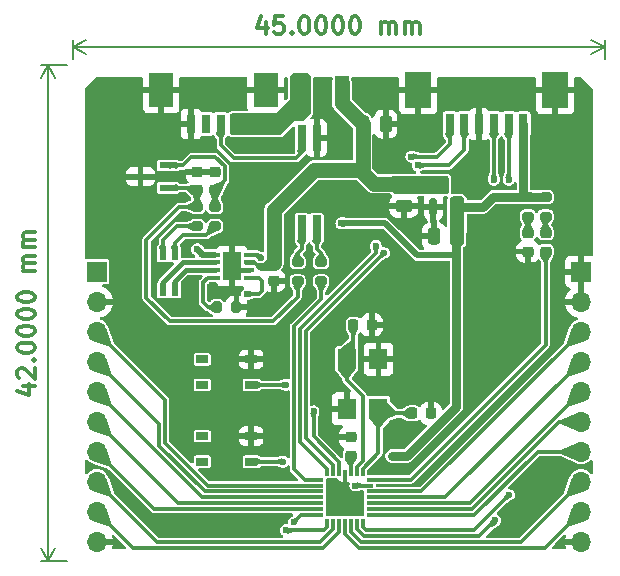
<source format=gtl>
G04 #@! TF.GenerationSoftware,KiCad,Pcbnew,8.0.8*
G04 #@! TF.CreationDate,2025-06-14T11:12:35+09:00*
G04 #@! TF.ProjectId,stm32c0_fdcan_module,73746d33-3263-4305-9f66-6463616e5f6d,rev?*
G04 #@! TF.SameCoordinates,Original*
G04 #@! TF.FileFunction,Copper,L1,Top*
G04 #@! TF.FilePolarity,Positive*
%FSLAX46Y46*%
G04 Gerber Fmt 4.6, Leading zero omitted, Abs format (unit mm)*
G04 Created by KiCad (PCBNEW 8.0.8) date 2025-06-14 11:12:35*
%MOMM*%
%LPD*%
G01*
G04 APERTURE LIST*
G04 Aperture macros list*
%AMRoundRect*
0 Rectangle with rounded corners*
0 $1 Rounding radius*
0 $2 $3 $4 $5 $6 $7 $8 $9 X,Y pos of 4 corners*
0 Add a 4 corners polygon primitive as box body*
4,1,4,$2,$3,$4,$5,$6,$7,$8,$9,$2,$3,0*
0 Add four circle primitives for the rounded corners*
1,1,$1+$1,$2,$3*
1,1,$1+$1,$4,$5*
1,1,$1+$1,$6,$7*
1,1,$1+$1,$8,$9*
0 Add four rect primitives between the rounded corners*
20,1,$1+$1,$2,$3,$4,$5,0*
20,1,$1+$1,$4,$5,$6,$7,0*
20,1,$1+$1,$6,$7,$8,$9,0*
20,1,$1+$1,$8,$9,$2,$3,0*%
G04 Aperture macros list end*
%ADD10C,0.300000*%
G04 #@! TA.AperFunction,NonConductor*
%ADD11C,0.300000*%
G04 #@! TD*
G04 #@! TA.AperFunction,NonConductor*
%ADD12C,0.200000*%
G04 #@! TD*
G04 #@! TA.AperFunction,SMDPad,CuDef*
%ADD13RoundRect,0.200000X0.275000X-0.200000X0.275000X0.200000X-0.275000X0.200000X-0.275000X-0.200000X0*%
G04 #@! TD*
G04 #@! TA.AperFunction,SMDPad,CuDef*
%ADD14R,0.850000X0.350000*%
G04 #@! TD*
G04 #@! TA.AperFunction,SMDPad,CuDef*
%ADD15R,1.650000X2.450000*%
G04 #@! TD*
G04 #@! TA.AperFunction,SMDPad,CuDef*
%ADD16R,1.050000X0.650000*%
G04 #@! TD*
G04 #@! TA.AperFunction,SMDPad,CuDef*
%ADD17RoundRect,0.225000X0.250000X-0.225000X0.250000X0.225000X-0.250000X0.225000X-0.250000X-0.225000X0*%
G04 #@! TD*
G04 #@! TA.AperFunction,SMDPad,CuDef*
%ADD18RoundRect,0.250000X0.250000X0.475000X-0.250000X0.475000X-0.250000X-0.475000X0.250000X-0.475000X0*%
G04 #@! TD*
G04 #@! TA.AperFunction,SMDPad,CuDef*
%ADD19RoundRect,0.250000X-0.475000X0.250000X-0.475000X-0.250000X0.475000X-0.250000X0.475000X0.250000X0*%
G04 #@! TD*
G04 #@! TA.AperFunction,SMDPad,CuDef*
%ADD20R,1.400000X0.600000*%
G04 #@! TD*
G04 #@! TA.AperFunction,SMDPad,CuDef*
%ADD21RoundRect,0.200000X-0.275000X0.200000X-0.275000X-0.200000X0.275000X-0.200000X0.275000X0.200000X0*%
G04 #@! TD*
G04 #@! TA.AperFunction,SMDPad,CuDef*
%ADD22RoundRect,0.200000X0.200000X0.275000X-0.200000X0.275000X-0.200000X-0.275000X0.200000X-0.275000X0*%
G04 #@! TD*
G04 #@! TA.AperFunction,SMDPad,CuDef*
%ADD23R,0.760000X2.160000*%
G04 #@! TD*
G04 #@! TA.AperFunction,SMDPad,CuDef*
%ADD24RoundRect,0.250000X-0.250000X-0.475000X0.250000X-0.475000X0.250000X0.475000X-0.250000X0.475000X0*%
G04 #@! TD*
G04 #@! TA.AperFunction,SMDPad,CuDef*
%ADD25RoundRect,0.218750X-0.256250X0.218750X-0.256250X-0.218750X0.256250X-0.218750X0.256250X0.218750X0*%
G04 #@! TD*
G04 #@! TA.AperFunction,SMDPad,CuDef*
%ADD26R,0.300000X0.600000*%
G04 #@! TD*
G04 #@! TA.AperFunction,SMDPad,CuDef*
%ADD27R,0.600000X0.300000*%
G04 #@! TD*
G04 #@! TA.AperFunction,SMDPad,CuDef*
%ADD28RoundRect,0.150000X0.150000X-0.587500X0.150000X0.587500X-0.150000X0.587500X-0.150000X-0.587500X0*%
G04 #@! TD*
G04 #@! TA.AperFunction,ComponentPad*
%ADD29R,1.700000X1.700000*%
G04 #@! TD*
G04 #@! TA.AperFunction,ComponentPad*
%ADD30O,1.700000X1.700000*%
G04 #@! TD*
G04 #@! TA.AperFunction,SMDPad,CuDef*
%ADD31RoundRect,0.225000X-0.250000X0.225000X-0.250000X-0.225000X0.250000X-0.225000X0.250000X0.225000X0*%
G04 #@! TD*
G04 #@! TA.AperFunction,SMDPad,CuDef*
%ADD32R,0.600000X1.050000*%
G04 #@! TD*
G04 #@! TA.AperFunction,SMDPad,CuDef*
%ADD33RoundRect,0.225000X-0.225000X-0.250000X0.225000X-0.250000X0.225000X0.250000X-0.225000X0.250000X0*%
G04 #@! TD*
G04 #@! TA.AperFunction,SMDPad,CuDef*
%ADD34R,0.800000X1.600000*%
G04 #@! TD*
G04 #@! TA.AperFunction,SMDPad,CuDef*
%ADD35R,2.100000X3.000000*%
G04 #@! TD*
G04 #@! TA.AperFunction,SMDPad,CuDef*
%ADD36R,0.800000X1.750000*%
G04 #@! TD*
G04 #@! TA.AperFunction,SMDPad,CuDef*
%ADD37R,2.250000X3.150000*%
G04 #@! TD*
G04 #@! TA.AperFunction,SMDPad,CuDef*
%ADD38R,1.150000X1.150000*%
G04 #@! TD*
G04 #@! TA.AperFunction,SMDPad,CuDef*
%ADD39R,1.500000X1.800000*%
G04 #@! TD*
G04 #@! TA.AperFunction,ViaPad*
%ADD40C,0.600000*%
G04 #@! TD*
G04 #@! TA.AperFunction,Conductor*
%ADD41C,0.300000*%
G04 #@! TD*
G04 #@! TA.AperFunction,Conductor*
%ADD42C,0.400000*%
G04 #@! TD*
G04 #@! TA.AperFunction,Conductor*
%ADD43C,1.250000*%
G04 #@! TD*
G04 #@! TA.AperFunction,Conductor*
%ADD44C,0.750000*%
G04 #@! TD*
G04 #@! TA.AperFunction,Conductor*
%ADD45C,0.500000*%
G04 #@! TD*
G04 APERTURE END LIST*
D10*
D11*
X97778328Y-97214284D02*
X98778328Y-97214284D01*
X97206900Y-97571426D02*
X98278328Y-97928569D01*
X98278328Y-97928569D02*
X98278328Y-96999998D01*
X97421185Y-96499998D02*
X97349757Y-96428570D01*
X97349757Y-96428570D02*
X97278328Y-96285713D01*
X97278328Y-96285713D02*
X97278328Y-95928570D01*
X97278328Y-95928570D02*
X97349757Y-95785713D01*
X97349757Y-95785713D02*
X97421185Y-95714284D01*
X97421185Y-95714284D02*
X97564042Y-95642855D01*
X97564042Y-95642855D02*
X97706900Y-95642855D01*
X97706900Y-95642855D02*
X97921185Y-95714284D01*
X97921185Y-95714284D02*
X98778328Y-96571427D01*
X98778328Y-96571427D02*
X98778328Y-95642855D01*
X98635471Y-94999999D02*
X98706900Y-94928570D01*
X98706900Y-94928570D02*
X98778328Y-94999999D01*
X98778328Y-94999999D02*
X98706900Y-95071427D01*
X98706900Y-95071427D02*
X98635471Y-94999999D01*
X98635471Y-94999999D02*
X98778328Y-94999999D01*
X97278328Y-93999998D02*
X97278328Y-93857141D01*
X97278328Y-93857141D02*
X97349757Y-93714284D01*
X97349757Y-93714284D02*
X97421185Y-93642856D01*
X97421185Y-93642856D02*
X97564042Y-93571427D01*
X97564042Y-93571427D02*
X97849757Y-93499998D01*
X97849757Y-93499998D02*
X98206900Y-93499998D01*
X98206900Y-93499998D02*
X98492614Y-93571427D01*
X98492614Y-93571427D02*
X98635471Y-93642856D01*
X98635471Y-93642856D02*
X98706900Y-93714284D01*
X98706900Y-93714284D02*
X98778328Y-93857141D01*
X98778328Y-93857141D02*
X98778328Y-93999998D01*
X98778328Y-93999998D02*
X98706900Y-94142856D01*
X98706900Y-94142856D02*
X98635471Y-94214284D01*
X98635471Y-94214284D02*
X98492614Y-94285713D01*
X98492614Y-94285713D02*
X98206900Y-94357141D01*
X98206900Y-94357141D02*
X97849757Y-94357141D01*
X97849757Y-94357141D02*
X97564042Y-94285713D01*
X97564042Y-94285713D02*
X97421185Y-94214284D01*
X97421185Y-94214284D02*
X97349757Y-94142856D01*
X97349757Y-94142856D02*
X97278328Y-93999998D01*
X97278328Y-92571427D02*
X97278328Y-92428570D01*
X97278328Y-92428570D02*
X97349757Y-92285713D01*
X97349757Y-92285713D02*
X97421185Y-92214285D01*
X97421185Y-92214285D02*
X97564042Y-92142856D01*
X97564042Y-92142856D02*
X97849757Y-92071427D01*
X97849757Y-92071427D02*
X98206900Y-92071427D01*
X98206900Y-92071427D02*
X98492614Y-92142856D01*
X98492614Y-92142856D02*
X98635471Y-92214285D01*
X98635471Y-92214285D02*
X98706900Y-92285713D01*
X98706900Y-92285713D02*
X98778328Y-92428570D01*
X98778328Y-92428570D02*
X98778328Y-92571427D01*
X98778328Y-92571427D02*
X98706900Y-92714285D01*
X98706900Y-92714285D02*
X98635471Y-92785713D01*
X98635471Y-92785713D02*
X98492614Y-92857142D01*
X98492614Y-92857142D02*
X98206900Y-92928570D01*
X98206900Y-92928570D02*
X97849757Y-92928570D01*
X97849757Y-92928570D02*
X97564042Y-92857142D01*
X97564042Y-92857142D02*
X97421185Y-92785713D01*
X97421185Y-92785713D02*
X97349757Y-92714285D01*
X97349757Y-92714285D02*
X97278328Y-92571427D01*
X97278328Y-91142856D02*
X97278328Y-90999999D01*
X97278328Y-90999999D02*
X97349757Y-90857142D01*
X97349757Y-90857142D02*
X97421185Y-90785714D01*
X97421185Y-90785714D02*
X97564042Y-90714285D01*
X97564042Y-90714285D02*
X97849757Y-90642856D01*
X97849757Y-90642856D02*
X98206900Y-90642856D01*
X98206900Y-90642856D02*
X98492614Y-90714285D01*
X98492614Y-90714285D02*
X98635471Y-90785714D01*
X98635471Y-90785714D02*
X98706900Y-90857142D01*
X98706900Y-90857142D02*
X98778328Y-90999999D01*
X98778328Y-90999999D02*
X98778328Y-91142856D01*
X98778328Y-91142856D02*
X98706900Y-91285714D01*
X98706900Y-91285714D02*
X98635471Y-91357142D01*
X98635471Y-91357142D02*
X98492614Y-91428571D01*
X98492614Y-91428571D02*
X98206900Y-91499999D01*
X98206900Y-91499999D02*
X97849757Y-91499999D01*
X97849757Y-91499999D02*
X97564042Y-91428571D01*
X97564042Y-91428571D02*
X97421185Y-91357142D01*
X97421185Y-91357142D02*
X97349757Y-91285714D01*
X97349757Y-91285714D02*
X97278328Y-91142856D01*
X97278328Y-89714285D02*
X97278328Y-89571428D01*
X97278328Y-89571428D02*
X97349757Y-89428571D01*
X97349757Y-89428571D02*
X97421185Y-89357143D01*
X97421185Y-89357143D02*
X97564042Y-89285714D01*
X97564042Y-89285714D02*
X97849757Y-89214285D01*
X97849757Y-89214285D02*
X98206900Y-89214285D01*
X98206900Y-89214285D02*
X98492614Y-89285714D01*
X98492614Y-89285714D02*
X98635471Y-89357143D01*
X98635471Y-89357143D02*
X98706900Y-89428571D01*
X98706900Y-89428571D02*
X98778328Y-89571428D01*
X98778328Y-89571428D02*
X98778328Y-89714285D01*
X98778328Y-89714285D02*
X98706900Y-89857143D01*
X98706900Y-89857143D02*
X98635471Y-89928571D01*
X98635471Y-89928571D02*
X98492614Y-90000000D01*
X98492614Y-90000000D02*
X98206900Y-90071428D01*
X98206900Y-90071428D02*
X97849757Y-90071428D01*
X97849757Y-90071428D02*
X97564042Y-90000000D01*
X97564042Y-90000000D02*
X97421185Y-89928571D01*
X97421185Y-89928571D02*
X97349757Y-89857143D01*
X97349757Y-89857143D02*
X97278328Y-89714285D01*
X98778328Y-87428572D02*
X97778328Y-87428572D01*
X97921185Y-87428572D02*
X97849757Y-87357143D01*
X97849757Y-87357143D02*
X97778328Y-87214286D01*
X97778328Y-87214286D02*
X97778328Y-87000000D01*
X97778328Y-87000000D02*
X97849757Y-86857143D01*
X97849757Y-86857143D02*
X97992614Y-86785715D01*
X97992614Y-86785715D02*
X98778328Y-86785715D01*
X97992614Y-86785715D02*
X97849757Y-86714286D01*
X97849757Y-86714286D02*
X97778328Y-86571429D01*
X97778328Y-86571429D02*
X97778328Y-86357143D01*
X97778328Y-86357143D02*
X97849757Y-86214286D01*
X97849757Y-86214286D02*
X97992614Y-86142857D01*
X97992614Y-86142857D02*
X98778328Y-86142857D01*
X98778328Y-85428572D02*
X97778328Y-85428572D01*
X97921185Y-85428572D02*
X97849757Y-85357143D01*
X97849757Y-85357143D02*
X97778328Y-85214286D01*
X97778328Y-85214286D02*
X97778328Y-85000000D01*
X97778328Y-85000000D02*
X97849757Y-84857143D01*
X97849757Y-84857143D02*
X97992614Y-84785715D01*
X97992614Y-84785715D02*
X98778328Y-84785715D01*
X97992614Y-84785715D02*
X97849757Y-84714286D01*
X97849757Y-84714286D02*
X97778328Y-84571429D01*
X97778328Y-84571429D02*
X97778328Y-84357143D01*
X97778328Y-84357143D02*
X97849757Y-84214286D01*
X97849757Y-84214286D02*
X97992614Y-84142857D01*
X97992614Y-84142857D02*
X98778328Y-84142857D01*
D12*
X101500000Y-70000000D02*
X99313580Y-70000000D01*
X101500000Y-112000000D02*
X99313580Y-112000000D01*
X99900000Y-70000000D02*
X99900000Y-112000000D01*
X99900000Y-70000000D02*
X99900000Y-112000000D01*
X99900000Y-70000000D02*
X100486421Y-71126504D01*
X99900000Y-70000000D02*
X99313579Y-71126504D01*
X99900000Y-112000000D02*
X99313579Y-110873496D01*
X99900000Y-112000000D02*
X100486421Y-110873496D01*
D10*
D11*
X118285716Y-66378328D02*
X118285716Y-67378328D01*
X117928573Y-65806900D02*
X117571430Y-66878328D01*
X117571430Y-66878328D02*
X118500001Y-66878328D01*
X119785715Y-65878328D02*
X119071429Y-65878328D01*
X119071429Y-65878328D02*
X119000001Y-66592614D01*
X119000001Y-66592614D02*
X119071429Y-66521185D01*
X119071429Y-66521185D02*
X119214287Y-66449757D01*
X119214287Y-66449757D02*
X119571429Y-66449757D01*
X119571429Y-66449757D02*
X119714287Y-66521185D01*
X119714287Y-66521185D02*
X119785715Y-66592614D01*
X119785715Y-66592614D02*
X119857144Y-66735471D01*
X119857144Y-66735471D02*
X119857144Y-67092614D01*
X119857144Y-67092614D02*
X119785715Y-67235471D01*
X119785715Y-67235471D02*
X119714287Y-67306900D01*
X119714287Y-67306900D02*
X119571429Y-67378328D01*
X119571429Y-67378328D02*
X119214287Y-67378328D01*
X119214287Y-67378328D02*
X119071429Y-67306900D01*
X119071429Y-67306900D02*
X119000001Y-67235471D01*
X120500000Y-67235471D02*
X120571429Y-67306900D01*
X120571429Y-67306900D02*
X120500000Y-67378328D01*
X120500000Y-67378328D02*
X120428572Y-67306900D01*
X120428572Y-67306900D02*
X120500000Y-67235471D01*
X120500000Y-67235471D02*
X120500000Y-67378328D01*
X121500001Y-65878328D02*
X121642858Y-65878328D01*
X121642858Y-65878328D02*
X121785715Y-65949757D01*
X121785715Y-65949757D02*
X121857144Y-66021185D01*
X121857144Y-66021185D02*
X121928572Y-66164042D01*
X121928572Y-66164042D02*
X122000001Y-66449757D01*
X122000001Y-66449757D02*
X122000001Y-66806900D01*
X122000001Y-66806900D02*
X121928572Y-67092614D01*
X121928572Y-67092614D02*
X121857144Y-67235471D01*
X121857144Y-67235471D02*
X121785715Y-67306900D01*
X121785715Y-67306900D02*
X121642858Y-67378328D01*
X121642858Y-67378328D02*
X121500001Y-67378328D01*
X121500001Y-67378328D02*
X121357144Y-67306900D01*
X121357144Y-67306900D02*
X121285715Y-67235471D01*
X121285715Y-67235471D02*
X121214286Y-67092614D01*
X121214286Y-67092614D02*
X121142858Y-66806900D01*
X121142858Y-66806900D02*
X121142858Y-66449757D01*
X121142858Y-66449757D02*
X121214286Y-66164042D01*
X121214286Y-66164042D02*
X121285715Y-66021185D01*
X121285715Y-66021185D02*
X121357144Y-65949757D01*
X121357144Y-65949757D02*
X121500001Y-65878328D01*
X122928572Y-65878328D02*
X123071429Y-65878328D01*
X123071429Y-65878328D02*
X123214286Y-65949757D01*
X123214286Y-65949757D02*
X123285715Y-66021185D01*
X123285715Y-66021185D02*
X123357143Y-66164042D01*
X123357143Y-66164042D02*
X123428572Y-66449757D01*
X123428572Y-66449757D02*
X123428572Y-66806900D01*
X123428572Y-66806900D02*
X123357143Y-67092614D01*
X123357143Y-67092614D02*
X123285715Y-67235471D01*
X123285715Y-67235471D02*
X123214286Y-67306900D01*
X123214286Y-67306900D02*
X123071429Y-67378328D01*
X123071429Y-67378328D02*
X122928572Y-67378328D01*
X122928572Y-67378328D02*
X122785715Y-67306900D01*
X122785715Y-67306900D02*
X122714286Y-67235471D01*
X122714286Y-67235471D02*
X122642857Y-67092614D01*
X122642857Y-67092614D02*
X122571429Y-66806900D01*
X122571429Y-66806900D02*
X122571429Y-66449757D01*
X122571429Y-66449757D02*
X122642857Y-66164042D01*
X122642857Y-66164042D02*
X122714286Y-66021185D01*
X122714286Y-66021185D02*
X122785715Y-65949757D01*
X122785715Y-65949757D02*
X122928572Y-65878328D01*
X124357143Y-65878328D02*
X124500000Y-65878328D01*
X124500000Y-65878328D02*
X124642857Y-65949757D01*
X124642857Y-65949757D02*
X124714286Y-66021185D01*
X124714286Y-66021185D02*
X124785714Y-66164042D01*
X124785714Y-66164042D02*
X124857143Y-66449757D01*
X124857143Y-66449757D02*
X124857143Y-66806900D01*
X124857143Y-66806900D02*
X124785714Y-67092614D01*
X124785714Y-67092614D02*
X124714286Y-67235471D01*
X124714286Y-67235471D02*
X124642857Y-67306900D01*
X124642857Y-67306900D02*
X124500000Y-67378328D01*
X124500000Y-67378328D02*
X124357143Y-67378328D01*
X124357143Y-67378328D02*
X124214286Y-67306900D01*
X124214286Y-67306900D02*
X124142857Y-67235471D01*
X124142857Y-67235471D02*
X124071428Y-67092614D01*
X124071428Y-67092614D02*
X124000000Y-66806900D01*
X124000000Y-66806900D02*
X124000000Y-66449757D01*
X124000000Y-66449757D02*
X124071428Y-66164042D01*
X124071428Y-66164042D02*
X124142857Y-66021185D01*
X124142857Y-66021185D02*
X124214286Y-65949757D01*
X124214286Y-65949757D02*
X124357143Y-65878328D01*
X125785714Y-65878328D02*
X125928571Y-65878328D01*
X125928571Y-65878328D02*
X126071428Y-65949757D01*
X126071428Y-65949757D02*
X126142857Y-66021185D01*
X126142857Y-66021185D02*
X126214285Y-66164042D01*
X126214285Y-66164042D02*
X126285714Y-66449757D01*
X126285714Y-66449757D02*
X126285714Y-66806900D01*
X126285714Y-66806900D02*
X126214285Y-67092614D01*
X126214285Y-67092614D02*
X126142857Y-67235471D01*
X126142857Y-67235471D02*
X126071428Y-67306900D01*
X126071428Y-67306900D02*
X125928571Y-67378328D01*
X125928571Y-67378328D02*
X125785714Y-67378328D01*
X125785714Y-67378328D02*
X125642857Y-67306900D01*
X125642857Y-67306900D02*
X125571428Y-67235471D01*
X125571428Y-67235471D02*
X125499999Y-67092614D01*
X125499999Y-67092614D02*
X125428571Y-66806900D01*
X125428571Y-66806900D02*
X125428571Y-66449757D01*
X125428571Y-66449757D02*
X125499999Y-66164042D01*
X125499999Y-66164042D02*
X125571428Y-66021185D01*
X125571428Y-66021185D02*
X125642857Y-65949757D01*
X125642857Y-65949757D02*
X125785714Y-65878328D01*
X128071427Y-67378328D02*
X128071427Y-66378328D01*
X128071427Y-66521185D02*
X128142856Y-66449757D01*
X128142856Y-66449757D02*
X128285713Y-66378328D01*
X128285713Y-66378328D02*
X128499999Y-66378328D01*
X128499999Y-66378328D02*
X128642856Y-66449757D01*
X128642856Y-66449757D02*
X128714285Y-66592614D01*
X128714285Y-66592614D02*
X128714285Y-67378328D01*
X128714285Y-66592614D02*
X128785713Y-66449757D01*
X128785713Y-66449757D02*
X128928570Y-66378328D01*
X128928570Y-66378328D02*
X129142856Y-66378328D01*
X129142856Y-66378328D02*
X129285713Y-66449757D01*
X129285713Y-66449757D02*
X129357142Y-66592614D01*
X129357142Y-66592614D02*
X129357142Y-67378328D01*
X130071427Y-67378328D02*
X130071427Y-66378328D01*
X130071427Y-66521185D02*
X130142856Y-66449757D01*
X130142856Y-66449757D02*
X130285713Y-66378328D01*
X130285713Y-66378328D02*
X130499999Y-66378328D01*
X130499999Y-66378328D02*
X130642856Y-66449757D01*
X130642856Y-66449757D02*
X130714285Y-66592614D01*
X130714285Y-66592614D02*
X130714285Y-67378328D01*
X130714285Y-66592614D02*
X130785713Y-66449757D01*
X130785713Y-66449757D02*
X130928570Y-66378328D01*
X130928570Y-66378328D02*
X131142856Y-66378328D01*
X131142856Y-66378328D02*
X131285713Y-66449757D01*
X131285713Y-66449757D02*
X131357142Y-66592614D01*
X131357142Y-66592614D02*
X131357142Y-67378328D01*
D12*
X102000000Y-69500000D02*
X102000000Y-67913580D01*
X147000000Y-69500000D02*
X147000000Y-67913580D01*
X102000000Y-68500000D02*
X147000000Y-68500000D01*
X102000000Y-68500000D02*
X147000000Y-68500000D01*
X102000000Y-68500000D02*
X103126504Y-67913579D01*
X102000000Y-68500000D02*
X103126504Y-69086421D01*
X147000000Y-68500000D02*
X145873496Y-69086421D01*
X147000000Y-68500000D02*
X145873496Y-67913579D01*
D13*
X140500000Y-82825000D03*
X140500000Y-81175000D03*
D14*
X116900000Y-88000000D03*
X116900000Y-87350000D03*
X116900000Y-86700000D03*
X116900000Y-86050000D03*
X114000000Y-86050000D03*
X114000000Y-86700000D03*
X114000000Y-87350000D03*
X114000000Y-88000000D03*
D15*
X115450000Y-87025000D03*
D16*
X117075000Y-103575000D03*
X112925000Y-103575000D03*
X117075000Y-101425000D03*
X112925000Y-101425000D03*
D17*
X125500000Y-103075000D03*
X125500000Y-101525000D03*
D18*
X134450000Y-84500000D03*
X132550000Y-84500000D03*
D19*
X130000000Y-80050000D03*
X130000000Y-81950000D03*
D20*
X110000000Y-80400000D03*
X110000000Y-78500000D03*
X107700000Y-79450000D03*
D21*
X114000000Y-82000000D03*
X114000000Y-83650000D03*
D16*
X117075000Y-97075000D03*
X112925000Y-97075000D03*
X117075000Y-94925000D03*
X112925000Y-94925000D03*
D21*
X123000000Y-86675000D03*
X123000000Y-88325000D03*
X121000000Y-86675000D03*
X121000000Y-88325000D03*
D22*
X115825000Y-90500000D03*
X114175000Y-90500000D03*
D23*
X121350000Y-83800000D03*
X122620000Y-83800000D03*
X122620000Y-76180000D03*
X121350000Y-76180000D03*
D17*
X112500000Y-80600000D03*
X112500000Y-79050000D03*
D24*
X126550000Y-75000000D03*
X128450000Y-75000000D03*
D17*
X114000000Y-80600000D03*
X114000000Y-79050000D03*
D25*
X142000000Y-84212500D03*
X142000000Y-85787500D03*
D26*
X126500000Y-104500000D03*
X126000000Y-104500000D03*
X125500000Y-104500000D03*
X125000000Y-104500000D03*
X124500000Y-104500000D03*
X124000000Y-104500000D03*
X123500000Y-104500000D03*
D27*
X122900000Y-105100000D03*
X122900000Y-105600000D03*
X122900000Y-106100000D03*
X122900000Y-106600000D03*
X122900000Y-107100000D03*
X122900000Y-107600000D03*
X122900000Y-108100000D03*
D26*
X123500000Y-108700000D03*
X124000000Y-108700000D03*
X124500000Y-108700000D03*
X125000000Y-108700000D03*
X125500000Y-108700000D03*
X126000000Y-108700000D03*
X126500000Y-108700000D03*
D27*
X127100000Y-108100000D03*
X127100000Y-107600000D03*
X127100000Y-107100000D03*
X127100000Y-106600000D03*
X127100000Y-106100000D03*
X127100000Y-105600000D03*
X127100000Y-105100000D03*
D28*
X132500000Y-82000000D03*
X134400000Y-82000000D03*
X133450000Y-80125000D03*
D29*
X145000000Y-87500000D03*
D30*
X145000000Y-90040000D03*
X145000000Y-92580000D03*
X145000000Y-95120000D03*
X145000000Y-97660000D03*
X145000000Y-100200000D03*
X145000000Y-102740000D03*
X145000000Y-105280000D03*
X145000000Y-107820000D03*
X145000000Y-110360000D03*
D31*
X119000000Y-86725000D03*
X119000000Y-88275000D03*
D32*
X110600000Y-89025000D03*
X110600000Y-85975000D03*
X109600000Y-85975000D03*
X109600000Y-89025000D03*
D33*
X125725000Y-92000000D03*
X127275000Y-92000000D03*
D34*
X115750000Y-75000000D03*
X114500000Y-75000000D03*
X113250000Y-75000000D03*
X112000000Y-75000000D03*
D35*
X109450000Y-72100000D03*
X118300000Y-72100000D03*
D36*
X140125000Y-75000000D03*
X138875000Y-75000000D03*
X137625000Y-75000000D03*
X136375000Y-75000000D03*
X135125000Y-75000000D03*
X133875000Y-75000000D03*
D37*
X142800000Y-72100000D03*
X131200000Y-72100000D03*
D25*
X140500000Y-84212500D03*
X140500000Y-85787500D03*
D13*
X142000000Y-82825000D03*
X142000000Y-81175000D03*
D33*
X130725000Y-99500000D03*
X132275000Y-99500000D03*
D29*
X104000000Y-87500000D03*
D30*
X104000000Y-90040000D03*
X104000000Y-92580000D03*
X104000000Y-95120000D03*
X104000000Y-97660000D03*
X104000000Y-100200000D03*
X104000000Y-102740000D03*
X104000000Y-105280000D03*
X104000000Y-107820000D03*
X104000000Y-110360000D03*
D38*
X124750000Y-71500000D03*
X121250000Y-71500000D03*
D21*
X112500000Y-82000000D03*
X112500000Y-83650000D03*
D39*
X127850000Y-99100000D03*
X127850000Y-94900000D03*
X125150000Y-94900000D03*
X125150000Y-99100000D03*
D40*
X117500000Y-76900000D03*
X118300000Y-72100000D03*
X125000000Y-107900000D03*
X136500000Y-84100000D03*
X105000000Y-80000000D03*
X119300000Y-94900000D03*
X143100000Y-92500000D03*
X112500000Y-72500000D03*
X142500000Y-80000000D03*
X140000000Y-92500000D03*
X140000000Y-107500000D03*
X119300000Y-101400000D03*
X140000000Y-72500000D03*
X119300000Y-104800000D03*
X117100000Y-101400000D03*
X145000000Y-77500000D03*
X129600000Y-101300000D03*
X132500000Y-87500000D03*
X130000000Y-97500000D03*
X145000000Y-75000000D03*
X128500000Y-75625000D03*
X145000000Y-85000000D03*
X115100000Y-87900000D03*
X125900000Y-81500000D03*
X125100000Y-99100000D03*
X130000000Y-92500000D03*
X105000000Y-82500000D03*
X130000000Y-87500000D03*
X140000000Y-90000000D03*
X114000000Y-79050000D03*
X145000000Y-82500000D03*
X135000000Y-72500000D03*
X131000000Y-83700000D03*
X125500000Y-101500000D03*
X112500000Y-92500000D03*
X119000000Y-88300000D03*
X109400000Y-72100000D03*
X110000000Y-95000000D03*
X137500000Y-72500000D03*
X130000000Y-95000000D03*
X125900000Y-85500000D03*
X112500000Y-79025000D03*
X117500000Y-82500000D03*
X128500000Y-77800000D03*
X122500000Y-97500000D03*
X136500000Y-90000000D03*
X117100000Y-94900000D03*
X114200000Y-109200000D03*
X115100000Y-86200000D03*
X130000000Y-90000000D03*
X132500000Y-90000000D03*
X115900000Y-87900000D03*
X129800000Y-104300000D03*
X128200000Y-104300000D03*
X131300000Y-75600000D03*
X145000000Y-72500000D03*
X136500000Y-95000000D03*
X115000000Y-72500000D03*
X127500000Y-72500000D03*
X142500000Y-77500000D03*
X142500000Y-105000000D03*
X105000000Y-77500000D03*
X111900000Y-109200000D03*
X116300000Y-104800000D03*
X132500000Y-95000000D03*
X107500000Y-77500000D03*
X107500000Y-75000000D03*
X127900000Y-94900000D03*
X105000000Y-75000000D03*
X107500000Y-92500000D03*
X136500000Y-92500000D03*
X127500000Y-90000000D03*
X125000000Y-106700000D03*
X140000000Y-87500000D03*
X112500000Y-100000000D03*
X117500000Y-80000000D03*
X132500000Y-97500000D03*
X110000000Y-75000000D03*
X136400000Y-75600000D03*
X107500000Y-72500000D03*
X105000000Y-72500000D03*
X145000000Y-80000000D03*
X142500000Y-75000000D03*
X128500000Y-74375000D03*
X136400000Y-74400000D03*
X122600000Y-76200000D03*
X136500000Y-87500000D03*
X115900000Y-86200000D03*
X122500000Y-95000000D03*
X115900000Y-90500000D03*
X132500000Y-92500000D03*
X112000000Y-75000000D03*
X112500000Y-85600000D03*
X124700000Y-83400000D03*
X129000000Y-103100000D03*
X125500000Y-103100000D03*
X110000000Y-80400000D03*
X113300000Y-75000000D03*
X114500000Y-75000000D03*
X110000000Y-78500000D03*
X137625000Y-79700000D03*
X137750000Y-108550000D03*
X119775000Y-103575000D03*
X125900000Y-105600000D03*
X127618671Y-85300000D03*
X130642783Y-77757217D03*
X120000000Y-109400000D03*
X116700000Y-89400000D03*
X131200000Y-78500000D03*
X128300000Y-85914212D03*
X138900000Y-106400000D03*
X138875000Y-79700000D03*
X117875000Y-86300000D03*
X120700000Y-108700000D03*
X120025000Y-97075000D03*
X122350000Y-99325000D03*
D41*
X126500000Y-109100000D02*
X126500000Y-108700000D01*
X126800000Y-109400000D02*
X126500000Y-109100000D01*
X135900000Y-109400000D02*
X126800000Y-109400000D01*
X138900000Y-106400000D02*
X135900000Y-109400000D01*
X126592893Y-109900000D02*
X126000000Y-109307107D01*
X126000000Y-109307107D02*
X126000000Y-108700000D01*
X136400000Y-109900000D02*
X126592893Y-109900000D01*
X137750000Y-108550000D02*
X136400000Y-109900000D01*
X126385787Y-110400000D02*
X139880000Y-110400000D01*
X125500000Y-108700000D02*
X125500000Y-109514213D01*
X125500000Y-109514213D02*
X126385787Y-110400000D01*
X139880000Y-110400000D02*
X145000000Y-105280000D01*
X125000000Y-109721319D02*
X126178681Y-110900000D01*
X126178681Y-110900000D02*
X141920000Y-110900000D01*
X141920000Y-110900000D02*
X145000000Y-107820000D01*
X125000000Y-108700000D02*
X125000000Y-109721319D01*
X121300000Y-108100000D02*
X122900000Y-108100000D01*
X120700000Y-108700000D02*
X121300000Y-108100000D01*
X123200000Y-109400000D02*
X123500000Y-109100000D01*
X123500000Y-109100000D02*
X123500000Y-108700000D01*
X120000000Y-109400000D02*
X123200000Y-109400000D01*
X108860000Y-107600000D02*
X122900000Y-107600000D01*
X104000000Y-102740000D02*
X108860000Y-107600000D01*
X110900000Y-107100000D02*
X104000000Y-100200000D01*
X122900000Y-107100000D02*
X110900000Y-107100000D01*
X112940000Y-106600000D02*
X104000000Y-97660000D01*
X122900000Y-106600000D02*
X112940000Y-106600000D01*
X113147106Y-106100000D02*
X122900000Y-106100000D01*
X109300000Y-102252894D02*
X113147106Y-106100000D01*
X109300000Y-100420000D02*
X109300000Y-102252894D01*
X104000000Y-95120000D02*
X109300000Y-100420000D01*
X113400000Y-105600000D02*
X122900000Y-105600000D01*
X109800000Y-102000000D02*
X113400000Y-105600000D01*
X109800000Y-98380000D02*
X109800000Y-102000000D01*
X104000000Y-92580000D02*
X109800000Y-98380000D01*
X141334213Y-102740000D02*
X145000000Y-102740000D01*
X135974213Y-108100000D02*
X141334213Y-102740000D01*
X127100000Y-108100000D02*
X135974213Y-108100000D01*
X135767106Y-107600000D02*
X143167106Y-100200000D01*
X143167106Y-100200000D02*
X145000000Y-100200000D01*
X127100000Y-107600000D02*
X135767106Y-107600000D01*
X135560000Y-107100000D02*
X127100000Y-107100000D01*
X145000000Y-97660000D02*
X135560000Y-107100000D01*
X133520000Y-106600000D02*
X145000000Y-95120000D01*
X127100000Y-106600000D02*
X133520000Y-106600000D01*
X127100000Y-106100000D02*
X131480000Y-106100000D01*
X131480000Y-106100000D02*
X145000000Y-92580000D01*
X125900000Y-105600000D02*
X127100000Y-105600000D01*
X142000000Y-93664470D02*
X142000000Y-85787500D01*
X130564470Y-105100000D02*
X142000000Y-93664470D01*
X127100000Y-105100000D02*
X130564470Y-105100000D01*
X107080000Y-110900000D02*
X104000000Y-107820000D01*
X123114212Y-110900000D02*
X107080000Y-110900000D01*
X124500000Y-109514212D02*
X123114212Y-110900000D01*
X124500000Y-108700000D02*
X124500000Y-109514212D01*
X124000000Y-109307106D02*
X124000000Y-108700000D01*
X122907106Y-110400000D02*
X124000000Y-109307106D01*
X109120000Y-110400000D02*
X122907106Y-110400000D01*
X104000000Y-105280000D02*
X109120000Y-110400000D01*
X123500000Y-104200000D02*
X123500000Y-104500000D01*
X121200000Y-101900000D02*
X123500000Y-104200000D01*
X121200000Y-92307106D02*
X121200000Y-101900000D01*
X127618671Y-85888435D02*
X121200000Y-92307106D01*
X127618671Y-85300000D02*
X127618671Y-85888435D01*
X124000000Y-103900000D02*
X124000000Y-104500000D01*
X121700000Y-101600000D02*
X124000000Y-103900000D01*
X128300000Y-85914212D02*
X121700000Y-92514212D01*
X121700000Y-92514212D02*
X121700000Y-101600000D01*
X122350000Y-101442894D02*
X124500000Y-103592894D01*
X122350000Y-99325000D02*
X122350000Y-101442894D01*
X124500000Y-103592894D02*
X124500000Y-104500000D01*
X127850000Y-102857106D02*
X127850000Y-99100000D01*
X126500000Y-104207106D02*
X127850000Y-102857106D01*
X126500000Y-104507106D02*
X126500000Y-104207106D01*
X126500000Y-103500000D02*
X126500000Y-98000000D01*
X126500000Y-98000000D02*
X125150000Y-96650000D01*
X126000000Y-104000000D02*
X126500000Y-103500000D01*
X126000000Y-104500000D02*
X126000000Y-104000000D01*
X125150000Y-96650000D02*
X125150000Y-94900000D01*
X125500000Y-103075000D02*
X125500000Y-104500000D01*
X123000000Y-89800000D02*
X123000000Y-88325000D01*
X120700000Y-104200000D02*
X120700000Y-92100000D01*
X121600000Y-105100000D02*
X120700000Y-104200000D01*
X120700000Y-92100000D02*
X123000000Y-89800000D01*
X122900000Y-105100000D02*
X121600000Y-105100000D01*
D42*
X115775000Y-87350000D02*
X115450000Y-87025000D01*
X116900000Y-87350000D02*
X115775000Y-87350000D01*
D43*
X126300000Y-78900000D02*
X122400000Y-78900000D01*
X127450000Y-80050000D02*
X130000000Y-80050000D01*
X126500000Y-79100000D02*
X126300000Y-78900000D01*
X124750000Y-73200000D02*
X126550000Y-75000000D01*
X126300000Y-78900000D02*
X127450000Y-80050000D01*
X119000000Y-82300000D02*
X119000000Y-86725000D01*
X126500000Y-75050000D02*
X126500000Y-79100000D01*
X126550000Y-75000000D02*
X126500000Y-75050000D01*
X122400000Y-78900000D02*
X119000000Y-82300000D01*
X124750000Y-71500000D02*
X124750000Y-73200000D01*
D44*
X134450000Y-86100000D02*
X134450000Y-98937606D01*
X130287606Y-103100000D02*
X129000000Y-103100000D01*
X140125000Y-80800000D02*
X140500000Y-81175000D01*
X134450000Y-84500000D02*
X134450000Y-86100000D01*
X142000000Y-81175000D02*
X137525000Y-81175000D01*
D45*
X131100000Y-86100000D02*
X134450000Y-86100000D01*
D44*
X134450000Y-98937606D02*
X130287606Y-103100000D01*
X140125000Y-75000000D02*
X140125000Y-80800000D01*
D45*
X112950000Y-86050000D02*
X114000000Y-86050000D01*
X112500000Y-85600000D02*
X112950000Y-86050000D01*
X128400000Y-83400000D02*
X131100000Y-86100000D01*
D44*
X137525000Y-81175000D02*
X136700000Y-82000000D01*
X136700000Y-82000000D02*
X134400000Y-82000000D01*
D45*
X124700000Y-83400000D02*
X128400000Y-83400000D01*
D41*
X121000000Y-89600000D02*
X118900000Y-91700000D01*
X111000000Y-82000000D02*
X112500000Y-82000000D01*
X112300000Y-80400000D02*
X110000000Y-80400000D01*
X112500000Y-80600000D02*
X112300000Y-80400000D01*
X110200000Y-91700000D02*
X108200000Y-89700000D01*
X108200000Y-89700000D02*
X108200000Y-84800000D01*
X118900000Y-91700000D02*
X110200000Y-91700000D01*
X121000000Y-88325000D02*
X121000000Y-89600000D01*
X112500000Y-82000000D02*
X112500000Y-80600000D01*
X108200000Y-84800000D02*
X111000000Y-82000000D01*
X121350000Y-77400000D02*
X121350000Y-76180000D01*
X111300000Y-78500000D02*
X110000000Y-78500000D01*
X114000000Y-80600000D02*
X114825000Y-79775000D01*
X112000000Y-77800000D02*
X111300000Y-78500000D01*
X114500000Y-75000000D02*
X114500000Y-76800000D01*
X114825000Y-79775000D02*
X114825000Y-78580592D01*
X120850000Y-77900000D02*
X121350000Y-77400000D01*
X114825000Y-78580592D02*
X114044408Y-77800000D01*
X114000000Y-82000000D02*
X114000000Y-80600000D01*
X114500000Y-76800000D02*
X115600000Y-77900000D01*
X114044408Y-77800000D02*
X112000000Y-77800000D01*
X115600000Y-77900000D02*
X120850000Y-77900000D01*
X128250000Y-99500000D02*
X127850000Y-99100000D01*
X130725000Y-99500000D02*
X128250000Y-99500000D01*
X125150000Y-94900000D02*
X125725000Y-94325000D01*
X125725000Y-94325000D02*
X125725000Y-92000000D01*
X142000000Y-84212500D02*
X142000000Y-82825000D01*
D42*
X114000000Y-86700000D02*
X111300000Y-86700000D01*
X111300000Y-86700000D02*
X109600000Y-88400000D01*
X109600000Y-88400000D02*
X109600000Y-89025000D01*
D41*
X113250000Y-84400000D02*
X114000000Y-83650000D01*
X110600000Y-85100000D02*
X111300000Y-84400000D01*
X111300000Y-84400000D02*
X113250000Y-84400000D01*
X110600000Y-85975000D02*
X110600000Y-85100000D01*
D42*
X114000000Y-87350000D02*
X111550000Y-87350000D01*
X110600000Y-88300000D02*
X110600000Y-89025000D01*
X111550000Y-87350000D02*
X110600000Y-88300000D01*
D41*
X109600000Y-85975000D02*
X109600000Y-84800000D01*
X109600000Y-84800000D02*
X110750000Y-83650000D01*
X110750000Y-83650000D02*
X112500000Y-83650000D01*
X137625000Y-75000000D02*
X137625000Y-79700000D01*
X119775000Y-103575000D02*
X117075000Y-103575000D01*
X133875000Y-76725000D02*
X133875000Y-75000000D01*
X132842783Y-77757217D02*
X133875000Y-76725000D01*
X130642783Y-77757217D02*
X132842783Y-77757217D01*
X118000000Y-88300000D02*
X117700000Y-88000000D01*
X116700000Y-89400000D02*
X117700000Y-89400000D01*
X117700000Y-89400000D02*
X118000000Y-89100000D01*
X118000000Y-89100000D02*
X118000000Y-88300000D01*
X117700000Y-88000000D02*
X116900000Y-88000000D01*
X133800000Y-78500000D02*
X135125000Y-77175000D01*
X131200000Y-78500000D02*
X133800000Y-78500000D01*
X135125000Y-77175000D02*
X135125000Y-75000000D01*
X138875000Y-75000000D02*
X138875000Y-79700000D01*
X117875000Y-86300000D02*
X117625000Y-86050000D01*
X117625000Y-86050000D02*
X116900000Y-86050000D01*
X120025000Y-97075000D02*
X117075000Y-97075000D01*
X114000000Y-88000000D02*
X113400000Y-88000000D01*
X113000000Y-88400000D02*
X113000000Y-90100000D01*
X113400000Y-88000000D02*
X113000000Y-88400000D01*
X113400000Y-90500000D02*
X114175000Y-90500000D01*
X113000000Y-90100000D02*
X113400000Y-90500000D01*
X140500000Y-84212500D02*
X140500000Y-82825000D01*
X121000000Y-85900000D02*
X121000000Y-86675000D01*
X121350000Y-85550000D02*
X121000000Y-85900000D01*
X121350000Y-83800000D02*
X121350000Y-85550000D01*
X123000000Y-85937500D02*
X123000000Y-86675000D01*
X122620000Y-83800000D02*
X122620000Y-85557500D01*
X122620000Y-85557500D02*
X123000000Y-85937500D01*
G04 #@! TA.AperFunction,Conductor*
G36*
X134913228Y-81119685D02*
G01*
X134931706Y-81134207D01*
X135067165Y-81263215D01*
X135102135Y-81323703D01*
X135105648Y-81353334D01*
X135095923Y-85048829D01*
X135076062Y-85115817D01*
X135059604Y-85136184D01*
X134832108Y-85363681D01*
X134770785Y-85397166D01*
X134744427Y-85400000D01*
X134247151Y-85400000D01*
X134180112Y-85380315D01*
X134159470Y-85363681D01*
X133932108Y-85136319D01*
X133898623Y-85074996D01*
X133895789Y-85048638D01*
X133895789Y-81351362D01*
X133915474Y-81284323D01*
X133932108Y-81263681D01*
X134059470Y-81136319D01*
X134120793Y-81102834D01*
X134147151Y-81100000D01*
X134846189Y-81100000D01*
X134913228Y-81119685D01*
G37*
G04 #@! TD.AperFunction*
G04 #@! TA.AperFunction,Conductor*
G36*
X118657451Y-86345061D02*
G01*
X118685221Y-86359655D01*
X119123997Y-86666798D01*
X119478918Y-86915243D01*
X119522551Y-86969814D01*
X119529754Y-87039312D01*
X119498240Y-87101671D01*
X119495490Y-87104509D01*
X119236319Y-87363681D01*
X119174996Y-87397166D01*
X119148638Y-87400000D01*
X117851362Y-87400000D01*
X117784323Y-87380315D01*
X117763681Y-87363681D01*
X117543397Y-87143397D01*
X117516516Y-87103166D01*
X117513867Y-87096771D01*
X117513867Y-87096769D01*
X117475475Y-87039312D01*
X117469552Y-87030447D01*
X117403233Y-86986134D01*
X117396828Y-86983481D01*
X117356601Y-86956601D01*
X117300000Y-86900000D01*
X116624000Y-86900000D01*
X116556961Y-86880315D01*
X116511206Y-86827511D01*
X116500000Y-86776000D01*
X116500000Y-86624000D01*
X116519685Y-86556961D01*
X116572489Y-86511206D01*
X116624000Y-86500000D01*
X117319064Y-86500000D01*
X117386103Y-86519685D01*
X117410735Y-86540499D01*
X117502707Y-86641470D01*
X117505782Y-86644773D01*
X117506144Y-86645153D01*
X117506150Y-86645159D01*
X117506152Y-86645160D01*
X117506155Y-86645163D01*
X117507130Y-86645833D01*
X117511030Y-86649321D01*
X117511048Y-86649336D01*
X117511047Y-86649336D01*
X117530574Y-86666798D01*
X117543866Y-86682137D01*
X117543868Y-86682139D01*
X117543872Y-86682143D01*
X117664947Y-86759953D01*
X117790391Y-86796786D01*
X117800918Y-86800500D01*
X117803039Y-86800500D01*
X117952316Y-86800500D01*
X117959307Y-86800000D01*
X118100000Y-86800000D01*
X118526439Y-86373560D01*
X118587760Y-86340077D01*
X118657451Y-86345061D01*
G37*
G04 #@! TD.AperFunction*
G04 #@! TA.AperFunction,Conductor*
G36*
X121915677Y-70719685D02*
G01*
X121936319Y-70736319D01*
X122063681Y-70863681D01*
X122097166Y-70925004D01*
X122100000Y-70951362D01*
X122100000Y-74048638D01*
X122080315Y-74115677D01*
X122063681Y-74136319D01*
X121536319Y-74663681D01*
X121474996Y-74697166D01*
X121448638Y-74700000D01*
X120799999Y-74700000D01*
X119636319Y-75863681D01*
X119574996Y-75897166D01*
X119548638Y-75900000D01*
X115451362Y-75900000D01*
X115384323Y-75880315D01*
X115363681Y-75863681D01*
X115336319Y-75836319D01*
X115302834Y-75774996D01*
X115300000Y-75748638D01*
X115300000Y-74251362D01*
X115319685Y-74184323D01*
X115336319Y-74163681D01*
X115363681Y-74136319D01*
X115425004Y-74102834D01*
X115451362Y-74100000D01*
X119200000Y-74100000D01*
X120400000Y-72900000D01*
X120400000Y-70951362D01*
X120419685Y-70884323D01*
X120436319Y-70863681D01*
X120563681Y-70736319D01*
X120625004Y-70702834D01*
X120651362Y-70700000D01*
X121848638Y-70700000D01*
X121915677Y-70719685D01*
G37*
G04 #@! TD.AperFunction*
G04 #@! TA.AperFunction,Conductor*
G36*
X133715677Y-79419685D02*
G01*
X133736319Y-79436319D01*
X133763681Y-79463681D01*
X133797166Y-79525004D01*
X133800000Y-79551362D01*
X133800000Y-80748638D01*
X133780315Y-80815677D01*
X133763681Y-80836319D01*
X133736319Y-80863681D01*
X133674996Y-80897166D01*
X133648638Y-80900000D01*
X129251362Y-80900000D01*
X129184323Y-80880315D01*
X129163681Y-80863681D01*
X128836319Y-80536319D01*
X128802834Y-80474996D01*
X128800000Y-80448638D01*
X128800000Y-79576636D01*
X128819685Y-79509597D01*
X128868546Y-79465727D01*
X128973818Y-79413091D01*
X129029272Y-79400000D01*
X133648638Y-79400000D01*
X133715677Y-79419685D01*
G37*
G04 #@! TD.AperFunction*
G04 #@! TA.AperFunction,Conductor*
G36*
X105454647Y-109779973D02*
G01*
X105488147Y-109803829D01*
X106472637Y-110788319D01*
X106506122Y-110849642D01*
X106501138Y-110919334D01*
X106459266Y-110975267D01*
X106393802Y-110999684D01*
X106384956Y-111000000D01*
X105385764Y-111000000D01*
X105318725Y-110980315D01*
X105272970Y-110927511D01*
X105263026Y-110858353D01*
X105271868Y-110828676D01*
X105271581Y-110828572D01*
X105273340Y-110823739D01*
X105273385Y-110823589D01*
X105273430Y-110823491D01*
X105273432Y-110823486D01*
X105330636Y-110610000D01*
X104433012Y-110610000D01*
X104465925Y-110552993D01*
X104500000Y-110425826D01*
X104500000Y-110294174D01*
X104465925Y-110167007D01*
X104433012Y-110110000D01*
X105330636Y-110110000D01*
X105330635Y-110109999D01*
X105280691Y-109923604D01*
X105282354Y-109853754D01*
X105321516Y-109795891D01*
X105385745Y-109768387D01*
X105454647Y-109779973D01*
G37*
G04 #@! TD.AperFunction*
G04 #@! TA.AperFunction,Conductor*
G36*
X143642866Y-109775327D02*
G01*
X143698800Y-109817198D01*
X143723217Y-109882663D01*
X143719308Y-109923602D01*
X143669363Y-110109999D01*
X143669364Y-110110000D01*
X144566988Y-110110000D01*
X144534075Y-110167007D01*
X144500000Y-110294174D01*
X144500000Y-110425826D01*
X144534075Y-110552993D01*
X144566988Y-110610000D01*
X143669364Y-110610000D01*
X143726567Y-110823486D01*
X143726569Y-110823491D01*
X143726615Y-110823589D01*
X143726622Y-110823635D01*
X143728419Y-110828572D01*
X143727427Y-110828933D01*
X143737111Y-110892666D01*
X143708595Y-110956452D01*
X143650120Y-110994694D01*
X143614236Y-111000000D01*
X142615044Y-111000000D01*
X142548005Y-110980315D01*
X142502250Y-110927511D01*
X142492306Y-110858353D01*
X142521331Y-110794797D01*
X142527363Y-110788319D01*
X142769016Y-110546666D01*
X143511854Y-109803826D01*
X143573175Y-109770343D01*
X143642866Y-109775327D01*
G37*
G04 #@! TD.AperFunction*
G04 #@! TA.AperFunction,Conductor*
G36*
X103205203Y-103430253D02*
G01*
X103219854Y-103445302D01*
X103253589Y-103486410D01*
X103343888Y-103560515D01*
X103413550Y-103617685D01*
X103596046Y-103715232D01*
X103598568Y-103715997D01*
X103609472Y-103720259D01*
X103759094Y-103775300D01*
X104968253Y-104220111D01*
X105013123Y-104248805D01*
X108644788Y-107880470D01*
X108644789Y-107880471D01*
X108644791Y-107880472D01*
X108684750Y-107903542D01*
X108724712Y-107926614D01*
X108813856Y-107950500D01*
X120528151Y-107950500D01*
X120595190Y-107970185D01*
X120640945Y-108022989D01*
X120650889Y-108092147D01*
X120621864Y-108155703D01*
X120590737Y-108181547D01*
X120498687Y-108235365D01*
X120491110Y-108239298D01*
X120368874Y-108317855D01*
X120274623Y-108426626D01*
X120274622Y-108426628D01*
X120214834Y-108557543D01*
X120194353Y-108699999D01*
X120202671Y-108757853D01*
X120192727Y-108827012D01*
X120146972Y-108879816D01*
X120079933Y-108899500D01*
X119928036Y-108899500D01*
X119789949Y-108940045D01*
X119668873Y-109017856D01*
X119574623Y-109126626D01*
X119574622Y-109126628D01*
X119514834Y-109257543D01*
X119494353Y-109400000D01*
X119514834Y-109542456D01*
X119518051Y-109549500D01*
X119574623Y-109673373D01*
X119668872Y-109782143D01*
X119668874Y-109782144D01*
X119668873Y-109782144D01*
X119729622Y-109821185D01*
X119775376Y-109873989D01*
X119785320Y-109943147D01*
X119756295Y-110006703D01*
X119697517Y-110044477D01*
X119662582Y-110049500D01*
X109316544Y-110049500D01*
X109249505Y-110029815D01*
X109228863Y-110013181D01*
X105508805Y-106293123D01*
X105480111Y-106248253D01*
X105453903Y-106177011D01*
X105021103Y-105000500D01*
X104982365Y-104895197D01*
X104980909Y-104891359D01*
X104980906Y-104891353D01*
X104980882Y-104891288D01*
X104980715Y-104890861D01*
X104980713Y-104890858D01*
X104978387Y-104884910D01*
X104978826Y-104884738D01*
X104977579Y-104881667D01*
X104977563Y-104881674D01*
X104975233Y-104876051D01*
X104975232Y-104876046D01*
X104877685Y-104693550D01*
X104792496Y-104589746D01*
X104746410Y-104533589D01*
X104586452Y-104402317D01*
X104586453Y-104402317D01*
X104586450Y-104402315D01*
X104403954Y-104304768D01*
X104205934Y-104244700D01*
X104205932Y-104244699D01*
X104205934Y-104244699D01*
X104000000Y-104224417D01*
X103794067Y-104244699D01*
X103596043Y-104304769D01*
X103536474Y-104336610D01*
X103413550Y-104402315D01*
X103413548Y-104402316D01*
X103413547Y-104402317D01*
X103253589Y-104533590D01*
X103219853Y-104574698D01*
X103162108Y-104614032D01*
X103092263Y-104615903D01*
X103032495Y-104579716D01*
X103001779Y-104516960D01*
X103000000Y-104496033D01*
X103000000Y-103523966D01*
X103019685Y-103456927D01*
X103072489Y-103411172D01*
X103141647Y-103401228D01*
X103205203Y-103430253D01*
G37*
G04 #@! TD.AperFunction*
G04 #@! TA.AperFunction,Conductor*
G36*
X143268744Y-103101937D02*
G01*
X144577467Y-103706737D01*
X144581047Y-103708350D01*
X144581466Y-103708534D01*
X144581467Y-103708534D01*
X144587334Y-103711111D01*
X144587156Y-103711514D01*
X144590953Y-103713123D01*
X144596036Y-103715228D01*
X144596041Y-103715229D01*
X144596046Y-103715232D01*
X144794066Y-103775300D01*
X144794065Y-103775300D01*
X144812529Y-103777118D01*
X145000000Y-103795583D01*
X145205934Y-103775300D01*
X145403954Y-103715232D01*
X145586450Y-103617685D01*
X145746410Y-103486410D01*
X145780146Y-103445301D01*
X145837891Y-103405967D01*
X145907736Y-103404096D01*
X145967504Y-103440282D01*
X145998221Y-103503038D01*
X146000000Y-103523966D01*
X146000000Y-104496033D01*
X145980315Y-104563072D01*
X145927511Y-104608827D01*
X145858353Y-104618771D01*
X145794797Y-104589746D01*
X145780147Y-104574698D01*
X145746410Y-104533590D01*
X145586452Y-104402317D01*
X145586453Y-104402317D01*
X145586450Y-104402315D01*
X145403954Y-104304768D01*
X145205934Y-104244700D01*
X145205932Y-104244699D01*
X145205934Y-104244699D01*
X145000000Y-104224417D01*
X144794067Y-104244699D01*
X144596043Y-104304769D01*
X144536474Y-104336610D01*
X144413550Y-104402315D01*
X144413548Y-104402316D01*
X144413547Y-104402317D01*
X144253589Y-104533589D01*
X144122317Y-104693547D01*
X144024765Y-104876050D01*
X144024765Y-104876051D01*
X144023999Y-104878578D01*
X144019698Y-104889583D01*
X143519886Y-106248254D01*
X143491192Y-106293124D01*
X139771137Y-110013181D01*
X139709814Y-110046666D01*
X139683456Y-110049500D01*
X137045543Y-110049500D01*
X136978504Y-110029815D01*
X136932749Y-109977011D01*
X136922805Y-109907853D01*
X136951830Y-109844297D01*
X136957862Y-109837819D01*
X137045181Y-109750500D01*
X137530060Y-109265619D01*
X137555146Y-109246260D01*
X137951291Y-109014643D01*
X137958882Y-109010704D01*
X137960048Y-109009954D01*
X137960053Y-109009953D01*
X138081128Y-108932143D01*
X138175377Y-108823373D01*
X138235165Y-108692457D01*
X138255647Y-108550000D01*
X138235165Y-108407543D01*
X138175377Y-108276627D01*
X138081128Y-108167857D01*
X137960053Y-108090047D01*
X137960051Y-108090046D01*
X137960049Y-108090045D01*
X137951983Y-108086361D01*
X137952987Y-108084161D01*
X137905126Y-108053401D01*
X137876104Y-107989844D01*
X137886049Y-107920686D01*
X137911159Y-107884522D01*
X138680062Y-107115618D01*
X138705149Y-107096259D01*
X139101291Y-106864643D01*
X139108882Y-106860704D01*
X139110048Y-106859954D01*
X139110053Y-106859953D01*
X139231128Y-106782143D01*
X139325377Y-106673373D01*
X139385165Y-106542457D01*
X139405647Y-106400000D01*
X139385165Y-106257543D01*
X139325377Y-106126627D01*
X139231128Y-106017857D01*
X139110053Y-105940047D01*
X139110051Y-105940046D01*
X139110049Y-105940045D01*
X139110050Y-105940045D01*
X138971963Y-105899500D01*
X138971961Y-105899500D01*
X138969757Y-105899500D01*
X138967641Y-105898878D01*
X138963184Y-105898238D01*
X138963276Y-105897596D01*
X138902718Y-105879815D01*
X138856963Y-105827011D01*
X138847019Y-105757853D01*
X138876044Y-105694297D01*
X138882076Y-105687819D01*
X141443076Y-103126819D01*
X141504399Y-103093334D01*
X141530757Y-103090500D01*
X143216727Y-103090500D01*
X143268744Y-103101937D01*
G37*
G04 #@! TD.AperFunction*
G04 #@! TA.AperFunction,Conductor*
G36*
X125092539Y-104519685D02*
G01*
X125138294Y-104572489D01*
X125149500Y-104624000D01*
X125149500Y-104820747D01*
X125150000Y-104830915D01*
X125150000Y-105300000D01*
X125197828Y-105300000D01*
X125197844Y-105299999D01*
X125257372Y-105293598D01*
X125264930Y-105291813D01*
X125265251Y-105293174D01*
X125326602Y-105288784D01*
X125387927Y-105322266D01*
X125421415Y-105383587D01*
X125416749Y-105448864D01*
X125417333Y-105449036D01*
X125416545Y-105451717D01*
X125416434Y-105453279D01*
X125415241Y-105456158D01*
X125414834Y-105457542D01*
X125394353Y-105600000D01*
X125414834Y-105742456D01*
X125453450Y-105827011D01*
X125474623Y-105873373D01*
X125568872Y-105982143D01*
X125689947Y-106059953D01*
X125689950Y-106059954D01*
X125689949Y-106059954D01*
X125828036Y-106100499D01*
X125828038Y-106100500D01*
X125828039Y-106100500D01*
X125971962Y-106100500D01*
X125997701Y-106092941D01*
X126047695Y-106078262D01*
X126075206Y-106073462D01*
X126076744Y-106073370D01*
X126444065Y-105977100D01*
X126513902Y-105979145D01*
X126571550Y-106018624D01*
X126598702Y-106083002D01*
X126599500Y-106097049D01*
X126599500Y-106269748D01*
X126600315Y-106273843D01*
X126610651Y-106325810D01*
X126610651Y-106374190D01*
X126599501Y-106430249D01*
X126599500Y-106430252D01*
X126599500Y-106769748D01*
X126601966Y-106782143D01*
X126610651Y-106825810D01*
X126610651Y-106874190D01*
X126599500Y-106930252D01*
X126599500Y-107269748D01*
X126603011Y-107287399D01*
X126610651Y-107325810D01*
X126610651Y-107374190D01*
X126599500Y-107430252D01*
X126599500Y-107769748D01*
X126603011Y-107787399D01*
X126610651Y-107825810D01*
X126610651Y-107874190D01*
X126599500Y-107930252D01*
X126599500Y-108075500D01*
X126579815Y-108142539D01*
X126527011Y-108188294D01*
X126475500Y-108199500D01*
X126330252Y-108199500D01*
X126274190Y-108210651D01*
X126225810Y-108210651D01*
X126169748Y-108199500D01*
X125830252Y-108199500D01*
X125774190Y-108210651D01*
X125725810Y-108210651D01*
X125669748Y-108199500D01*
X125330252Y-108199500D01*
X125274190Y-108210651D01*
X125225810Y-108210651D01*
X125169748Y-108199500D01*
X124830252Y-108199500D01*
X124774190Y-108210651D01*
X124725810Y-108210651D01*
X124669748Y-108199500D01*
X124330252Y-108199500D01*
X124274190Y-108210651D01*
X124225810Y-108210651D01*
X124169748Y-108199500D01*
X123830252Y-108199500D01*
X123774190Y-108210651D01*
X123725810Y-108210651D01*
X123669748Y-108199500D01*
X123524500Y-108199500D01*
X123457461Y-108179815D01*
X123411706Y-108127011D01*
X123400500Y-108075500D01*
X123400500Y-107930249D01*
X123389349Y-107874192D01*
X123389349Y-107825808D01*
X123400500Y-107769750D01*
X123400500Y-107430249D01*
X123389349Y-107374192D01*
X123389349Y-107325808D01*
X123400500Y-107269750D01*
X123400500Y-106930249D01*
X123389349Y-106874192D01*
X123389349Y-106825808D01*
X123400500Y-106769750D01*
X123400500Y-106430249D01*
X123389349Y-106374192D01*
X123389349Y-106325808D01*
X123400500Y-106269750D01*
X123400500Y-105930249D01*
X123389349Y-105874192D01*
X123389349Y-105825808D01*
X123400500Y-105769750D01*
X123400500Y-105430249D01*
X123389349Y-105374192D01*
X123389349Y-105325808D01*
X123400500Y-105269750D01*
X123400500Y-105124500D01*
X123420185Y-105057461D01*
X123472989Y-105011706D01*
X123524500Y-105000500D01*
X123669750Y-105000500D01*
X123725808Y-104989349D01*
X123774192Y-104989349D01*
X123830249Y-105000500D01*
X123830252Y-105000500D01*
X124169750Y-105000500D01*
X124225808Y-104989349D01*
X124274192Y-104989349D01*
X124336227Y-105001689D01*
X124335686Y-105004405D01*
X124389416Y-105026027D01*
X124411856Y-105049048D01*
X124492812Y-105157190D01*
X124607906Y-105243350D01*
X124607913Y-105243354D01*
X124742620Y-105293596D01*
X124742627Y-105293598D01*
X124802155Y-105299999D01*
X124802172Y-105300000D01*
X124850000Y-105300000D01*
X124850000Y-104830915D01*
X124850500Y-104820747D01*
X124850500Y-104624000D01*
X124870185Y-104556961D01*
X124922989Y-104511206D01*
X124974500Y-104500000D01*
X125025500Y-104500000D01*
X125092539Y-104519685D01*
G37*
G04 #@! TD.AperFunction*
G04 #@! TA.AperFunction,Conductor*
G36*
X129518039Y-71019685D02*
G01*
X129563794Y-71072489D01*
X129575000Y-71124000D01*
X129575000Y-71850000D01*
X132825000Y-71850000D01*
X132825000Y-71124000D01*
X132844685Y-71056961D01*
X132897489Y-71011206D01*
X132949000Y-71000000D01*
X141051000Y-71000000D01*
X141118039Y-71019685D01*
X141163794Y-71072489D01*
X141175000Y-71124000D01*
X141175000Y-71850000D01*
X144425000Y-71850000D01*
X144425000Y-71124000D01*
X144444685Y-71056961D01*
X144497489Y-71011206D01*
X144549000Y-71000000D01*
X144948638Y-71000000D01*
X145015677Y-71019685D01*
X145036319Y-71036319D01*
X145963681Y-71963681D01*
X145997166Y-72025004D01*
X146000000Y-72051362D01*
X146000000Y-86026000D01*
X145980315Y-86093039D01*
X145927511Y-86138794D01*
X145876000Y-86150000D01*
X145250000Y-86150000D01*
X145250000Y-87066988D01*
X145192993Y-87034075D01*
X145065826Y-87000000D01*
X144934174Y-87000000D01*
X144807007Y-87034075D01*
X144750000Y-87066988D01*
X144750000Y-86150000D01*
X144102155Y-86150000D01*
X144042627Y-86156401D01*
X144042620Y-86156403D01*
X143907913Y-86206645D01*
X143907906Y-86206649D01*
X143792812Y-86292809D01*
X143792809Y-86292812D01*
X143706649Y-86407906D01*
X143706645Y-86407913D01*
X143656403Y-86542620D01*
X143656401Y-86542627D01*
X143650000Y-86602155D01*
X143650000Y-87250000D01*
X144566988Y-87250000D01*
X144534075Y-87307007D01*
X144500000Y-87434174D01*
X144500000Y-87565826D01*
X144534075Y-87692993D01*
X144566988Y-87750000D01*
X143650000Y-87750000D01*
X143650000Y-88397844D01*
X143656401Y-88457372D01*
X143656403Y-88457379D01*
X143706645Y-88592086D01*
X143706649Y-88592093D01*
X143792809Y-88707187D01*
X143792812Y-88707190D01*
X143907906Y-88793350D01*
X143907913Y-88793354D01*
X144039986Y-88842614D01*
X144095920Y-88884485D01*
X144120337Y-88949949D01*
X144105486Y-89018222D01*
X144084335Y-89046477D01*
X143961886Y-89168926D01*
X143826400Y-89362420D01*
X143826399Y-89362422D01*
X143726570Y-89576507D01*
X143726567Y-89576513D01*
X143669364Y-89789999D01*
X143669364Y-89790000D01*
X144566988Y-89790000D01*
X144534075Y-89847007D01*
X144500000Y-89974174D01*
X144500000Y-90105826D01*
X144534075Y-90232993D01*
X144566988Y-90290000D01*
X143669364Y-90290000D01*
X143726567Y-90503486D01*
X143726570Y-90503492D01*
X143826399Y-90717578D01*
X143961894Y-90911082D01*
X144128917Y-91078105D01*
X144322421Y-91213600D01*
X144536507Y-91313429D01*
X144536516Y-91313433D01*
X144658649Y-91346158D01*
X144718310Y-91382523D01*
X144748839Y-91445369D01*
X144740545Y-91514745D01*
X144696059Y-91568623D01*
X144662552Y-91584593D01*
X144596046Y-91604767D01*
X144465358Y-91674622D01*
X144413550Y-91702315D01*
X144413548Y-91702316D01*
X144413547Y-91702317D01*
X144253589Y-91833589D01*
X144122317Y-91993547D01*
X144024765Y-92176050D01*
X144024765Y-92176051D01*
X144023999Y-92178578D01*
X144019698Y-92189583D01*
X143519885Y-93548256D01*
X143491191Y-93593126D01*
X131371137Y-105713181D01*
X131309814Y-105746666D01*
X131283456Y-105749500D01*
X127724500Y-105749500D01*
X127657461Y-105729815D01*
X127611706Y-105677011D01*
X127600500Y-105625500D01*
X127600500Y-105574500D01*
X127620185Y-105507461D01*
X127672989Y-105461706D01*
X127724500Y-105450500D01*
X130610612Y-105450500D01*
X130610614Y-105450500D01*
X130699758Y-105426614D01*
X130719375Y-105415288D01*
X130779682Y-105380470D01*
X142280470Y-93879682D01*
X142326614Y-93799758D01*
X142327746Y-93795534D01*
X142350500Y-93710614D01*
X142350500Y-86753984D01*
X142364986Y-86695822D01*
X142414732Y-86602155D01*
X142592036Y-86268306D01*
X142598675Y-86257678D01*
X142599655Y-86255753D01*
X142599658Y-86255751D01*
X142659951Y-86137420D01*
X142659951Y-86137418D01*
X142659952Y-86137417D01*
X142675500Y-86039251D01*
X142675500Y-85535748D01*
X142659952Y-85437582D01*
X142653199Y-85424329D01*
X142599658Y-85319249D01*
X142599654Y-85319245D01*
X142599653Y-85319243D01*
X142505756Y-85225346D01*
X142505753Y-85225344D01*
X142505751Y-85225342D01*
X142387420Y-85165049D01*
X142387419Y-85165048D01*
X142387416Y-85165047D01*
X142387417Y-85165047D01*
X142289251Y-85149500D01*
X142289246Y-85149500D01*
X141710754Y-85149500D01*
X141710749Y-85149500D01*
X141612582Y-85165047D01*
X141515934Y-85214293D01*
X141447265Y-85227189D01*
X141382524Y-85200913D01*
X141354100Y-85168905D01*
X141323885Y-85119919D01*
X141205080Y-85001114D01*
X141075206Y-84921007D01*
X141028482Y-84869059D01*
X141017259Y-84800096D01*
X141045103Y-84736014D01*
X141052623Y-84727786D01*
X141099654Y-84680755D01*
X141099658Y-84680751D01*
X141139516Y-84602524D01*
X141187490Y-84551730D01*
X141255311Y-84534935D01*
X141321445Y-84557472D01*
X141360482Y-84602523D01*
X141400342Y-84680751D01*
X141400344Y-84680753D01*
X141400346Y-84680756D01*
X141494243Y-84774653D01*
X141494245Y-84774654D01*
X141494249Y-84774658D01*
X141612580Y-84834951D01*
X141612581Y-84834951D01*
X141612583Y-84834952D01*
X141612582Y-84834952D01*
X141710749Y-84850500D01*
X141710754Y-84850500D01*
X142289251Y-84850500D01*
X142387417Y-84834952D01*
X142387418Y-84834951D01*
X142387420Y-84834951D01*
X142505751Y-84774658D01*
X142599658Y-84680751D01*
X142659951Y-84562420D01*
X142659951Y-84562418D01*
X142659952Y-84562417D01*
X142675500Y-84464251D01*
X142675500Y-83960748D01*
X142659952Y-83862582D01*
X142639515Y-83822472D01*
X142599658Y-83744249D01*
X142599656Y-83744247D01*
X142598676Y-83742323D01*
X142592039Y-83731695D01*
X142588613Y-83725245D01*
X142523428Y-83602507D01*
X142493947Y-83546997D01*
X142479887Y-83478556D01*
X142495201Y-83428370D01*
X142500725Y-83418481D01*
X142559145Y-83313882D01*
X142579725Y-83286666D01*
X142603048Y-83263344D01*
X142603048Y-83263343D01*
X142603050Y-83263342D01*
X142660646Y-83150304D01*
X142660646Y-83150302D01*
X142660647Y-83150301D01*
X142675499Y-83056524D01*
X142675500Y-83056519D01*
X142675499Y-82593482D01*
X142660646Y-82499696D01*
X142603050Y-82386658D01*
X142603046Y-82386654D01*
X142603045Y-82386652D01*
X142513347Y-82296954D01*
X142513344Y-82296952D01*
X142513342Y-82296950D01*
X142421198Y-82250000D01*
X142400301Y-82239352D01*
X142306524Y-82224500D01*
X141693482Y-82224500D01*
X141612519Y-82237323D01*
X141599696Y-82239354D01*
X141486658Y-82296950D01*
X141486657Y-82296951D01*
X141486652Y-82296954D01*
X141396954Y-82386652D01*
X141396949Y-82386659D01*
X141360483Y-82458226D01*
X141312508Y-82509022D01*
X141244687Y-82525816D01*
X141178552Y-82503278D01*
X141139516Y-82458226D01*
X141103050Y-82386658D01*
X141103047Y-82386655D01*
X141103045Y-82386652D01*
X141013347Y-82296954D01*
X141013344Y-82296952D01*
X141013342Y-82296950D01*
X140921198Y-82250000D01*
X140900301Y-82239352D01*
X140806524Y-82224500D01*
X140193482Y-82224500D01*
X140112519Y-82237323D01*
X140099696Y-82239354D01*
X139986658Y-82296950D01*
X139986657Y-82296951D01*
X139986652Y-82296954D01*
X139896954Y-82386652D01*
X139896951Y-82386657D01*
X139896950Y-82386658D01*
X139896868Y-82386819D01*
X139839352Y-82499698D01*
X139824500Y-82593475D01*
X139824500Y-83056517D01*
X139832207Y-83105178D01*
X139839354Y-83150304D01*
X139896950Y-83263342D01*
X139920274Y-83286666D01*
X139940848Y-83313877D01*
X140004797Y-83428372D01*
X140020301Y-83496498D01*
X140006051Y-83546998D01*
X139907955Y-83731702D01*
X139901323Y-83742322D01*
X139840047Y-83862582D01*
X139824500Y-83960748D01*
X139824500Y-84464251D01*
X139840047Y-84562417D01*
X139852155Y-84586180D01*
X139900342Y-84680751D01*
X139900344Y-84680753D01*
X139900346Y-84680756D01*
X139947377Y-84727787D01*
X139980862Y-84789110D01*
X139975878Y-84858802D01*
X139934006Y-84914735D01*
X139924793Y-84921006D01*
X139794924Y-85001110D01*
X139794920Y-85001113D01*
X139676114Y-85119919D01*
X139587908Y-85262922D01*
X139587906Y-85262927D01*
X139535057Y-85422416D01*
X139525000Y-85520849D01*
X139525000Y-85537500D01*
X140376000Y-85537500D01*
X140443039Y-85557185D01*
X140488794Y-85609989D01*
X140500000Y-85661500D01*
X140500000Y-85787500D01*
X140626000Y-85787500D01*
X140693039Y-85807185D01*
X140738794Y-85859989D01*
X140750000Y-85911500D01*
X140750000Y-86724999D01*
X140804136Y-86724999D01*
X140804152Y-86724998D01*
X140902583Y-86714943D01*
X141062072Y-86662093D01*
X141062077Y-86662091D01*
X141205077Y-86573887D01*
X141325030Y-86453934D01*
X141386353Y-86420449D01*
X141456045Y-86425433D01*
X141511979Y-86467304D01*
X141522225Y-86483453D01*
X141600186Y-86630247D01*
X141619757Y-86667096D01*
X141635013Y-86695822D01*
X141649500Y-86753984D01*
X141649500Y-93467926D01*
X141629815Y-93534965D01*
X141613181Y-93555607D01*
X130455607Y-104713181D01*
X130394284Y-104746666D01*
X130367926Y-104749500D01*
X126974500Y-104749500D01*
X126907461Y-104729815D01*
X126861706Y-104677011D01*
X126850500Y-104625500D01*
X126850500Y-104403649D01*
X126870185Y-104336610D01*
X126886819Y-104315968D01*
X127504618Y-103698169D01*
X128130469Y-103072318D01*
X128176614Y-102992394D01*
X128182528Y-102970321D01*
X128202027Y-102938328D01*
X128198732Y-102928018D01*
X128199759Y-102908875D01*
X128200500Y-102903249D01*
X128200500Y-100871832D01*
X128220185Y-100804793D01*
X128227665Y-100794378D01*
X128712334Y-100188540D01*
X128756721Y-100153637D01*
X129381375Y-99862132D01*
X129433813Y-99850500D01*
X129734854Y-99850500D01*
X129792046Y-99864476D01*
X130298350Y-100127667D01*
X130305370Y-100129987D01*
X130322751Y-100137237D01*
X130366874Y-100159719D01*
X130366876Y-100159720D01*
X130466507Y-100175500D01*
X130466512Y-100175500D01*
X130983493Y-100175500D01*
X131083121Y-100159720D01*
X131083121Y-100159719D01*
X131083126Y-100159719D01*
X131203220Y-100098528D01*
X131222173Y-100079574D01*
X131283494Y-100046090D01*
X131353185Y-100051073D01*
X131409120Y-100092944D01*
X131415392Y-100102159D01*
X131477424Y-100202728D01*
X131477427Y-100202732D01*
X131597267Y-100322572D01*
X131597271Y-100322575D01*
X131741507Y-100411542D01*
X131741518Y-100411547D01*
X131866649Y-100453011D01*
X131924094Y-100492783D01*
X131950917Y-100557299D01*
X131938602Y-100626075D01*
X131915326Y-100658398D01*
X130085545Y-102488181D01*
X130024222Y-102521666D01*
X129997864Y-102524500D01*
X128924234Y-102524500D01*
X128777863Y-102563719D01*
X128646635Y-102639485D01*
X128646632Y-102639487D01*
X128539487Y-102746632D01*
X128539485Y-102746635D01*
X128463719Y-102877865D01*
X128455410Y-102908875D01*
X128442472Y-102957161D01*
X128422971Y-102989153D01*
X128426267Y-102999461D01*
X128425242Y-103018595D01*
X128424500Y-103024232D01*
X128424500Y-103024234D01*
X128424500Y-103175766D01*
X128436473Y-103220449D01*
X128463719Y-103322136D01*
X128486114Y-103360924D01*
X128539485Y-103453365D01*
X128646635Y-103560515D01*
X128777865Y-103636281D01*
X128924234Y-103675500D01*
X128924236Y-103675500D01*
X130363370Y-103675500D01*
X130363372Y-103675500D01*
X130509741Y-103636281D01*
X130640971Y-103560515D01*
X134910515Y-99290971D01*
X134986281Y-99159741D01*
X135025500Y-99013373D01*
X135025500Y-98861840D01*
X135025500Y-86054152D01*
X139525001Y-86054152D01*
X139535056Y-86152583D01*
X139587906Y-86312072D01*
X139587908Y-86312077D01*
X139676114Y-86455080D01*
X139794919Y-86573885D01*
X139937922Y-86662091D01*
X139937927Y-86662093D01*
X140097416Y-86714942D01*
X140195855Y-86724999D01*
X140249999Y-86724998D01*
X140250000Y-86724998D01*
X140250000Y-86037500D01*
X139525001Y-86037500D01*
X139525001Y-86054152D01*
X135025500Y-86054152D01*
X135025500Y-86024234D01*
X135025500Y-85512271D01*
X135045185Y-85445232D01*
X135061814Y-85424594D01*
X135204915Y-85281494D01*
X135219441Y-85265344D01*
X135235899Y-85244977D01*
X135273085Y-85174231D01*
X135292946Y-85107243D01*
X135301422Y-85049370D01*
X135305919Y-83340641D01*
X135307607Y-82699174D01*
X135327468Y-82632186D01*
X135380393Y-82586570D01*
X135431607Y-82575500D01*
X136775764Y-82575500D01*
X136775766Y-82575500D01*
X136922135Y-82536281D01*
X137053365Y-82460515D01*
X137727060Y-81786818D01*
X137788383Y-81753334D01*
X137814741Y-81750500D01*
X140050013Y-81750500D01*
X140089637Y-81760013D01*
X140090412Y-81757630D01*
X140099694Y-81760645D01*
X140099696Y-81760646D01*
X140193481Y-81775500D01*
X140806518Y-81775499D01*
X140900304Y-81760646D01*
X140900309Y-81760643D01*
X140909587Y-81757630D01*
X140910361Y-81760013D01*
X140949986Y-81750500D01*
X141550013Y-81750500D01*
X141589637Y-81760013D01*
X141590412Y-81757630D01*
X141599694Y-81760645D01*
X141599696Y-81760646D01*
X141693481Y-81775500D01*
X142306518Y-81775499D01*
X142400304Y-81760646D01*
X142513342Y-81703050D01*
X142603050Y-81613342D01*
X142660646Y-81500304D01*
X142660646Y-81500302D01*
X142660647Y-81500301D01*
X142675499Y-81406524D01*
X142675500Y-81406519D01*
X142675499Y-80943482D01*
X142660646Y-80849696D01*
X142603050Y-80736658D01*
X142603046Y-80736654D01*
X142603045Y-80736652D01*
X142513347Y-80646954D01*
X142513344Y-80646952D01*
X142513342Y-80646950D01*
X142420217Y-80599500D01*
X142400301Y-80589352D01*
X142306524Y-80574500D01*
X141693482Y-80574500D01*
X141624847Y-80585370D01*
X141599696Y-80589354D01*
X141599694Y-80589354D01*
X141599692Y-80589355D01*
X141590413Y-80592370D01*
X141589638Y-80589986D01*
X141550014Y-80599500D01*
X140949987Y-80599500D01*
X140910362Y-80589986D01*
X140909588Y-80592370D01*
X140900303Y-80589353D01*
X140805101Y-80574274D01*
X140741967Y-80544344D01*
X140705036Y-80485032D01*
X140700500Y-80451801D01*
X140700500Y-76010165D01*
X140709941Y-75962706D01*
X140713863Y-75953236D01*
X140713867Y-75953231D01*
X140715594Y-75944552D01*
X140721622Y-75914242D01*
X140725500Y-75894748D01*
X140725500Y-74105252D01*
X140725500Y-74105249D01*
X140725499Y-74105247D01*
X140713868Y-74046770D01*
X140713867Y-74046769D01*
X140669552Y-73980447D01*
X140603230Y-73936132D01*
X140603229Y-73936131D01*
X140544752Y-73924500D01*
X140544748Y-73924500D01*
X139705252Y-73924500D01*
X139705247Y-73924500D01*
X139646770Y-73936131D01*
X139646769Y-73936132D01*
X139570293Y-73987233D01*
X139568078Y-73983918D01*
X139526358Y-74006699D01*
X139456666Y-74001715D01*
X139431036Y-73985243D01*
X139429707Y-73987233D01*
X139353230Y-73936132D01*
X139353229Y-73936131D01*
X139294752Y-73924500D01*
X139294748Y-73924500D01*
X138455252Y-73924500D01*
X138455247Y-73924500D01*
X138396770Y-73936131D01*
X138396769Y-73936132D01*
X138320293Y-73987233D01*
X138318078Y-73983918D01*
X138276358Y-74006699D01*
X138206666Y-74001715D01*
X138181036Y-73985243D01*
X138179707Y-73987233D01*
X138103230Y-73936132D01*
X138103229Y-73936131D01*
X138044752Y-73924500D01*
X138044748Y-73924500D01*
X137311556Y-73924500D01*
X137244517Y-73904815D01*
X137212290Y-73874811D01*
X137132190Y-73767812D01*
X137132187Y-73767809D01*
X137072122Y-73722844D01*
X141175000Y-73722844D01*
X141181401Y-73782372D01*
X141181403Y-73782379D01*
X141231645Y-73917086D01*
X141231649Y-73917093D01*
X141317809Y-74032187D01*
X141317812Y-74032190D01*
X141432906Y-74118350D01*
X141432913Y-74118354D01*
X141567620Y-74168596D01*
X141567627Y-74168598D01*
X141627155Y-74174999D01*
X141627172Y-74175000D01*
X142550000Y-74175000D01*
X143050000Y-74175000D01*
X143972828Y-74175000D01*
X143972844Y-74174999D01*
X144032372Y-74168598D01*
X144032379Y-74168596D01*
X144167086Y-74118354D01*
X144167093Y-74118350D01*
X144282187Y-74032190D01*
X144282190Y-74032187D01*
X144368350Y-73917093D01*
X144368354Y-73917086D01*
X144418596Y-73782379D01*
X144418598Y-73782372D01*
X144424999Y-73722844D01*
X144425000Y-73722827D01*
X144425000Y-72350000D01*
X143050000Y-72350000D01*
X143050000Y-74175000D01*
X142550000Y-74175000D01*
X142550000Y-72350000D01*
X141175000Y-72350000D01*
X141175000Y-73722844D01*
X137072122Y-73722844D01*
X137017093Y-73681649D01*
X137017086Y-73681645D01*
X136882379Y-73631403D01*
X136882372Y-73631401D01*
X136822844Y-73625000D01*
X136625000Y-73625000D01*
X136625000Y-76375000D01*
X136822828Y-76375000D01*
X136822844Y-76374999D01*
X136882372Y-76368598D01*
X136882379Y-76368596D01*
X137017086Y-76318354D01*
X137017089Y-76318352D01*
X137074432Y-76275425D01*
X137139896Y-76251007D01*
X137208169Y-76265858D01*
X137253889Y-76308961D01*
X137255645Y-76311770D01*
X137274500Y-76377500D01*
X137274500Y-79038461D01*
X137270449Y-79069895D01*
X137151629Y-79523254D01*
X137151629Y-79523255D01*
X137150360Y-79528098D01*
X137149932Y-79527985D01*
X137142632Y-79551416D01*
X137139836Y-79557539D01*
X137139835Y-79557543D01*
X137119353Y-79700000D01*
X137139834Y-79842456D01*
X137174615Y-79918614D01*
X137199623Y-79973373D01*
X137293872Y-80082143D01*
X137414947Y-80159953D01*
X137414950Y-80159954D01*
X137414949Y-80159954D01*
X137553036Y-80200499D01*
X137553038Y-80200500D01*
X137553039Y-80200500D01*
X137696962Y-80200500D01*
X137696962Y-80200499D01*
X137835053Y-80159953D01*
X137956128Y-80082143D01*
X138050377Y-79973373D01*
X138110165Y-79842457D01*
X138127262Y-79723542D01*
X138138014Y-79699999D01*
X138127262Y-79676456D01*
X138110165Y-79557546D01*
X138110165Y-79557544D01*
X138110163Y-79557539D01*
X138107445Y-79551588D01*
X138100616Y-79528966D01*
X138099915Y-79529150D01*
X137979551Y-79069898D01*
X137975500Y-79038461D01*
X137975500Y-76377499D01*
X137994348Y-76311779D01*
X138001710Y-76300000D01*
X138144848Y-76070977D01*
X138197070Y-76024563D01*
X138266098Y-76013748D01*
X138330014Y-76041970D01*
X138355151Y-76070979D01*
X138505652Y-76311780D01*
X138524500Y-76377500D01*
X138524500Y-79038461D01*
X138520449Y-79069895D01*
X138401629Y-79523254D01*
X138401629Y-79523255D01*
X138400360Y-79528098D01*
X138399932Y-79527985D01*
X138392632Y-79551416D01*
X138389836Y-79557539D01*
X138389835Y-79557543D01*
X138372738Y-79676456D01*
X138361986Y-79699999D01*
X138372738Y-79723543D01*
X138389834Y-79842456D01*
X138424615Y-79918614D01*
X138449623Y-79973373D01*
X138543872Y-80082143D01*
X138664947Y-80159953D01*
X138664950Y-80159954D01*
X138664949Y-80159954D01*
X138803036Y-80200499D01*
X138803038Y-80200500D01*
X138803039Y-80200500D01*
X138946962Y-80200500D01*
X138946962Y-80200499D01*
X139085053Y-80159953D01*
X139206128Y-80082143D01*
X139300377Y-79973373D01*
X139312706Y-79946375D01*
X139358460Y-79893573D01*
X139425499Y-79873888D01*
X139492539Y-79893572D01*
X139538294Y-79946376D01*
X139549500Y-79997888D01*
X139549500Y-80475500D01*
X139529815Y-80542539D01*
X139477011Y-80588294D01*
X139425500Y-80599500D01*
X137449233Y-80599500D01*
X137317474Y-80634803D01*
X137317475Y-80634804D01*
X137302864Y-80638719D01*
X137171635Y-80714485D01*
X137171632Y-80714487D01*
X136497939Y-81388181D01*
X136436616Y-81421666D01*
X136410258Y-81424500D01*
X135431192Y-81424500D01*
X135364153Y-81404815D01*
X135318398Y-81352011D01*
X135308054Y-81315098D01*
X135306206Y-81299511D01*
X135306206Y-81299509D01*
X135280043Y-81220849D01*
X135280042Y-81220848D01*
X135280042Y-81220846D01*
X135245070Y-81160356D01*
X135209965Y-81115771D01*
X135208889Y-81114404D01*
X135208882Y-81114397D01*
X135073436Y-80985401D01*
X135073430Y-80985396D01*
X135058688Y-80972634D01*
X135040210Y-80958112D01*
X134971126Y-80922510D01*
X134971125Y-80922509D01*
X134971124Y-80922509D01*
X134904094Y-80902826D01*
X134897160Y-80901829D01*
X134846189Y-80894500D01*
X134147151Y-80894500D01*
X134147146Y-80894500D01*
X134134142Y-80895197D01*
X134066145Y-80879129D01*
X134017629Y-80828849D01*
X134003999Y-80760322D01*
X134004764Y-80753751D01*
X134005500Y-80748638D01*
X134005500Y-79551362D01*
X134004322Y-79529393D01*
X134001488Y-79503035D01*
X133977529Y-79426518D01*
X133944044Y-79365195D01*
X133944039Y-79365188D01*
X133909001Y-79318384D01*
X133908998Y-79318381D01*
X133908991Y-79318371D01*
X133881629Y-79291009D01*
X133881628Y-79291008D01*
X133881623Y-79291003D01*
X133865283Y-79276325D01*
X133865269Y-79276313D01*
X133844620Y-79259672D01*
X133773580Y-79222512D01*
X133773573Y-79222509D01*
X133733947Y-79210873D01*
X133714429Y-79203300D01*
X133701393Y-79196927D01*
X133701388Y-79196925D01*
X133633261Y-79187000D01*
X133633260Y-79187000D01*
X133266740Y-79187000D01*
X133266739Y-79187000D01*
X133224159Y-79193204D01*
X133206281Y-79194500D01*
X131495248Y-79194500D01*
X131428209Y-79174815D01*
X131382454Y-79122011D01*
X131372510Y-79052853D01*
X131401535Y-78989297D01*
X131460313Y-78951523D01*
X131463811Y-78950551D01*
X131565117Y-78924000D01*
X131830103Y-78854550D01*
X131861538Y-78850500D01*
X133846142Y-78850500D01*
X133846144Y-78850500D01*
X133935288Y-78826614D01*
X133945493Y-78820722D01*
X134015212Y-78780470D01*
X135405470Y-77390212D01*
X135451614Y-77310288D01*
X135458699Y-77283848D01*
X135460244Y-77278083D01*
X135469934Y-77241916D01*
X135475500Y-77221144D01*
X135475500Y-76377497D01*
X135494341Y-76311790D01*
X135496099Y-76308977D01*
X135548315Y-76262559D01*
X135617341Y-76251738D01*
X135675566Y-76275424D01*
X135732910Y-76318352D01*
X135732913Y-76318354D01*
X135867620Y-76368596D01*
X135867627Y-76368598D01*
X135927155Y-76374999D01*
X135927172Y-76375000D01*
X136125000Y-76375000D01*
X136125000Y-73625000D01*
X135927155Y-73625000D01*
X135867627Y-73631401D01*
X135867620Y-73631403D01*
X135732913Y-73681645D01*
X135732906Y-73681649D01*
X135617812Y-73767809D01*
X135617809Y-73767812D01*
X135537710Y-73874811D01*
X135481777Y-73916682D01*
X135438444Y-73924500D01*
X134705247Y-73924500D01*
X134646770Y-73936131D01*
X134646769Y-73936132D01*
X134570293Y-73987233D01*
X134568078Y-73983918D01*
X134526358Y-74006699D01*
X134456666Y-74001715D01*
X134431036Y-73985243D01*
X134429707Y-73987233D01*
X134353230Y-73936132D01*
X134353229Y-73936131D01*
X134294752Y-73924500D01*
X134294748Y-73924500D01*
X133455252Y-73924500D01*
X133455247Y-73924500D01*
X133396770Y-73936131D01*
X133396769Y-73936132D01*
X133330447Y-73980447D01*
X133286132Y-74046769D01*
X133286131Y-74046770D01*
X133274500Y-74105247D01*
X133274500Y-75896241D01*
X133274288Y-75903492D01*
X133274175Y-75905422D01*
X133275653Y-75914254D01*
X133275736Y-75914474D01*
X133277742Y-75919766D01*
X133283401Y-75939499D01*
X133286133Y-75953231D01*
X133286134Y-75953232D01*
X133288195Y-75956317D01*
X133301042Y-75981260D01*
X133304067Y-75989242D01*
X133304071Y-75989250D01*
X133304071Y-75989251D01*
X133400640Y-76143762D01*
X133505652Y-76311780D01*
X133524500Y-76377500D01*
X133524500Y-76528456D01*
X133504815Y-76595495D01*
X133488181Y-76616137D01*
X132733920Y-77370398D01*
X132672597Y-77403883D01*
X132646239Y-77406717D01*
X131304323Y-77406717D01*
X131272886Y-77402666D01*
X131225371Y-77390213D01*
X131071950Y-77350003D01*
X130819535Y-77283848D01*
X130819523Y-77283845D01*
X130813001Y-77283225D01*
X130789819Y-77278760D01*
X130714746Y-77256717D01*
X130714744Y-77256717D01*
X130570822Y-77256717D01*
X130570819Y-77256717D01*
X130432732Y-77297262D01*
X130311656Y-77375073D01*
X130217406Y-77483843D01*
X130217405Y-77483845D01*
X130157617Y-77614760D01*
X130137136Y-77757217D01*
X130157617Y-77899673D01*
X130210082Y-78014553D01*
X130217406Y-78030590D01*
X130311655Y-78139360D01*
X130432730Y-78217170D01*
X130432733Y-78217171D01*
X130432732Y-78217171D01*
X130518067Y-78242227D01*
X130546239Y-78250499D01*
X130570819Y-78257716D01*
X130570821Y-78257717D01*
X130586084Y-78257717D01*
X130653123Y-78277402D01*
X130698878Y-78330206D01*
X130708822Y-78399364D01*
X130694353Y-78499999D01*
X130714834Y-78642456D01*
X130721203Y-78656401D01*
X130774623Y-78773373D01*
X130868872Y-78882143D01*
X130976830Y-78951523D01*
X130997407Y-78964747D01*
X130995885Y-78967114D01*
X131037834Y-79003468D01*
X131057514Y-79070509D01*
X131037825Y-79137547D01*
X130985017Y-79183298D01*
X130933514Y-79194500D01*
X129029270Y-79194500D01*
X128982057Y-79199997D01*
X128982049Y-79199998D01*
X128926599Y-79213088D01*
X128915595Y-79217078D01*
X128873338Y-79224500D01*
X127843295Y-79224500D01*
X127776256Y-79204815D01*
X127755614Y-79188181D01*
X127361819Y-78794386D01*
X127328334Y-78733063D01*
X127325500Y-78706705D01*
X127325500Y-75923090D01*
X127345185Y-75856051D01*
X127397989Y-75810296D01*
X127467147Y-75800352D01*
X127530703Y-75829377D01*
X127555039Y-75857994D01*
X127607682Y-75943343D01*
X127731654Y-76067315D01*
X127880875Y-76159356D01*
X127880880Y-76159358D01*
X128047302Y-76214505D01*
X128047309Y-76214506D01*
X128150019Y-76224999D01*
X128700000Y-76224999D01*
X128749972Y-76224999D01*
X128749986Y-76224998D01*
X128852697Y-76214505D01*
X129019119Y-76159358D01*
X129019124Y-76159356D01*
X129168345Y-76067315D01*
X129292315Y-75943345D01*
X129384356Y-75794124D01*
X129384358Y-75794119D01*
X129439505Y-75627697D01*
X129439506Y-75627690D01*
X129449999Y-75524986D01*
X129450000Y-75524973D01*
X129450000Y-75250000D01*
X128700000Y-75250000D01*
X128700000Y-76224999D01*
X128150019Y-76224999D01*
X128199999Y-76224998D01*
X128200000Y-76224998D01*
X128200000Y-74750000D01*
X128700000Y-74750000D01*
X129449999Y-74750000D01*
X129449999Y-74475028D01*
X129449998Y-74475013D01*
X129439505Y-74372302D01*
X129384358Y-74205880D01*
X129384356Y-74205875D01*
X129292315Y-74056654D01*
X129168345Y-73932684D01*
X129019124Y-73840643D01*
X129019119Y-73840641D01*
X128852697Y-73785494D01*
X128852690Y-73785493D01*
X128749986Y-73775000D01*
X128700000Y-73775000D01*
X128700000Y-74750000D01*
X128200000Y-74750000D01*
X128200000Y-73775000D01*
X128199999Y-73774999D01*
X128150029Y-73775000D01*
X128150011Y-73775001D01*
X128047302Y-73785494D01*
X127880880Y-73840641D01*
X127880875Y-73840643D01*
X127731654Y-73932684D01*
X127607684Y-74056654D01*
X127515643Y-74205875D01*
X127515641Y-74205880D01*
X127459905Y-74374082D01*
X127420132Y-74431527D01*
X127355617Y-74458350D01*
X127286841Y-74446035D01*
X127235641Y-74398492D01*
X127225158Y-74376033D01*
X127202793Y-74312119D01*
X127202792Y-74312117D01*
X127122150Y-74202850D01*
X127012882Y-74122207D01*
X127012880Y-74122206D01*
X126884700Y-74077353D01*
X126854270Y-74074500D01*
X126854266Y-74074500D01*
X126843296Y-74074500D01*
X126776257Y-74054815D01*
X126755615Y-74038181D01*
X126440278Y-73722844D01*
X129575000Y-73722844D01*
X129581401Y-73782372D01*
X129581403Y-73782379D01*
X129631645Y-73917086D01*
X129631649Y-73917093D01*
X129717809Y-74032187D01*
X129717812Y-74032190D01*
X129832906Y-74118350D01*
X129832913Y-74118354D01*
X129967620Y-74168596D01*
X129967627Y-74168598D01*
X130027155Y-74174999D01*
X130027172Y-74175000D01*
X130950000Y-74175000D01*
X131450000Y-74175000D01*
X132372828Y-74175000D01*
X132372844Y-74174999D01*
X132432372Y-74168598D01*
X132432379Y-74168596D01*
X132567086Y-74118354D01*
X132567093Y-74118350D01*
X132682187Y-74032190D01*
X132682190Y-74032187D01*
X132768350Y-73917093D01*
X132768354Y-73917086D01*
X132818596Y-73782379D01*
X132818598Y-73782372D01*
X132824999Y-73722844D01*
X132825000Y-73722827D01*
X132825000Y-72350000D01*
X131450000Y-72350000D01*
X131450000Y-74175000D01*
X130950000Y-74175000D01*
X130950000Y-72350000D01*
X129575000Y-72350000D01*
X129575000Y-73722844D01*
X126440278Y-73722844D01*
X125611819Y-72894385D01*
X125578334Y-72833062D01*
X125575500Y-72806704D01*
X125575500Y-71418692D01*
X125543777Y-71259217D01*
X125543776Y-71259211D01*
X125534937Y-71237872D01*
X125525500Y-71190424D01*
X125525500Y-71124000D01*
X125545185Y-71056961D01*
X125597989Y-71011206D01*
X125649500Y-71000000D01*
X129451000Y-71000000D01*
X129518039Y-71019685D01*
G37*
G04 #@! TD.AperFunction*
G04 #@! TA.AperFunction,Conductor*
G36*
X107843039Y-71019685D02*
G01*
X107888794Y-71072489D01*
X107900000Y-71124000D01*
X107900000Y-71850000D01*
X111000000Y-71850000D01*
X111000000Y-71124000D01*
X111019685Y-71056961D01*
X111072489Y-71011206D01*
X111124000Y-71000000D01*
X116626000Y-71000000D01*
X116693039Y-71019685D01*
X116738794Y-71072489D01*
X116750000Y-71124000D01*
X116750000Y-71850000D01*
X119850000Y-71850000D01*
X119850000Y-71124000D01*
X119869685Y-71056961D01*
X119922489Y-71011206D01*
X119974000Y-71000000D01*
X120070500Y-71000000D01*
X120137539Y-71019685D01*
X120183294Y-71072489D01*
X120194500Y-71124000D01*
X120194500Y-72763518D01*
X120174815Y-72830557D01*
X120158181Y-72851199D01*
X120061681Y-72947699D01*
X120000358Y-72981184D01*
X119930666Y-72976200D01*
X119874733Y-72934328D01*
X119850316Y-72868864D01*
X119850000Y-72860018D01*
X119850000Y-72350000D01*
X116750000Y-72350000D01*
X116750000Y-73647844D01*
X116756401Y-73707372D01*
X116756403Y-73707380D01*
X116763783Y-73727165D01*
X116768769Y-73796856D01*
X116735285Y-73858180D01*
X116673962Y-73891666D01*
X116647602Y-73894500D01*
X115451361Y-73894500D01*
X115429381Y-73895678D01*
X115403034Y-73898511D01*
X115403032Y-73898512D01*
X115326521Y-73922470D01*
X115326516Y-73922471D01*
X115265188Y-73955960D01*
X115218384Y-73990998D01*
X115218370Y-73991010D01*
X115191001Y-74018378D01*
X115187061Y-74022765D01*
X115127617Y-74059482D01*
X115057758Y-74058232D01*
X115025925Y-74043001D01*
X114978230Y-74011132D01*
X114978229Y-74011131D01*
X114919752Y-73999500D01*
X114919748Y-73999500D01*
X114080252Y-73999500D01*
X114080247Y-73999500D01*
X114021770Y-74011131D01*
X114021769Y-74011132D01*
X113945293Y-74062233D01*
X113943078Y-74058918D01*
X113901358Y-74081699D01*
X113831666Y-74076715D01*
X113806036Y-74060243D01*
X113804707Y-74062233D01*
X113728230Y-74011132D01*
X113728229Y-74011131D01*
X113669752Y-73999500D01*
X113669748Y-73999500D01*
X112936556Y-73999500D01*
X112869517Y-73979815D01*
X112837290Y-73949811D01*
X112757190Y-73842812D01*
X112757187Y-73842809D01*
X112642093Y-73756649D01*
X112642086Y-73756645D01*
X112507379Y-73706403D01*
X112507372Y-73706401D01*
X112447844Y-73700000D01*
X112250000Y-73700000D01*
X112250000Y-76300000D01*
X112447828Y-76300000D01*
X112447844Y-76299999D01*
X112507372Y-76293598D01*
X112507379Y-76293596D01*
X112642086Y-76243354D01*
X112642093Y-76243350D01*
X112757187Y-76157190D01*
X112757190Y-76157187D01*
X112837290Y-76050189D01*
X112893223Y-76008318D01*
X112936556Y-76000500D01*
X113669750Y-76000500D01*
X113669751Y-76000499D01*
X113689418Y-75996587D01*
X113728228Y-75988868D01*
X113728228Y-75988867D01*
X113728231Y-75988867D01*
X113794552Y-75944552D01*
X113794553Y-75944549D01*
X113796509Y-75943243D01*
X113863186Y-75922364D01*
X113930567Y-75940847D01*
X113970554Y-75980624D01*
X114130652Y-76236780D01*
X114149500Y-76302500D01*
X114149500Y-76846145D01*
X114162464Y-76894529D01*
X114173384Y-76935283D01*
X114173387Y-76935290D01*
X114219527Y-77015208D01*
X114219529Y-77015211D01*
X114219530Y-77015212D01*
X115384788Y-78180470D01*
X115451311Y-78218877D01*
X115464712Y-78226614D01*
X115553856Y-78250500D01*
X115553858Y-78250500D01*
X120896142Y-78250500D01*
X120896144Y-78250500D01*
X120985288Y-78226614D01*
X120998689Y-78218877D01*
X121065212Y-78180470D01*
X121440236Y-77805444D01*
X121445540Y-77800445D01*
X121458309Y-77789099D01*
X121458314Y-77789095D01*
X121458539Y-77788797D01*
X121469723Y-77775957D01*
X121630470Y-77615212D01*
X121645706Y-77588823D01*
X121696272Y-77540607D01*
X121764879Y-77527383D01*
X121829744Y-77553351D01*
X121852360Y-77576511D01*
X121882813Y-77617190D01*
X121997906Y-77703350D01*
X121997913Y-77703354D01*
X122132620Y-77753596D01*
X122132627Y-77753598D01*
X122192155Y-77759999D01*
X122192172Y-77760000D01*
X122370000Y-77760000D01*
X122870000Y-77760000D01*
X123047828Y-77760000D01*
X123047844Y-77759999D01*
X123107372Y-77753598D01*
X123107379Y-77753596D01*
X123242086Y-77703354D01*
X123242093Y-77703350D01*
X123357187Y-77617190D01*
X123357190Y-77617187D01*
X123443350Y-77502093D01*
X123443354Y-77502086D01*
X123493596Y-77367379D01*
X123493598Y-77367372D01*
X123499999Y-77307844D01*
X123500000Y-77307827D01*
X123500000Y-76430000D01*
X122870000Y-76430000D01*
X122870000Y-77760000D01*
X122370000Y-77760000D01*
X122370000Y-75930000D01*
X122870000Y-75930000D01*
X123500000Y-75930000D01*
X123500000Y-75052172D01*
X123499999Y-75052155D01*
X123493598Y-74992627D01*
X123493596Y-74992620D01*
X123443354Y-74857913D01*
X123443350Y-74857906D01*
X123357190Y-74742812D01*
X123357187Y-74742809D01*
X123242093Y-74656649D01*
X123242086Y-74656645D01*
X123107379Y-74606403D01*
X123107372Y-74606401D01*
X123047844Y-74600000D01*
X122870000Y-74600000D01*
X122870000Y-75930000D01*
X122370000Y-75930000D01*
X122370000Y-74600000D01*
X122189983Y-74600000D01*
X122122944Y-74580315D01*
X122077189Y-74527511D01*
X122067245Y-74458353D01*
X122096270Y-74394797D01*
X122102302Y-74388319D01*
X122208986Y-74281635D01*
X122208987Y-74281633D01*
X122223674Y-74265283D01*
X122223693Y-74265262D01*
X122240327Y-74244620D01*
X122277490Y-74173575D01*
X122297175Y-74106536D01*
X122305500Y-74048638D01*
X122305500Y-71124000D01*
X122325185Y-71056961D01*
X122377989Y-71011206D01*
X122429500Y-71000000D01*
X123850500Y-71000000D01*
X123917539Y-71019685D01*
X123963294Y-71072489D01*
X123974500Y-71124000D01*
X123974500Y-71190424D01*
X123965062Y-71237872D01*
X123958135Y-71254597D01*
X123956223Y-71259214D01*
X123956222Y-71259217D01*
X123924500Y-71418692D01*
X123924500Y-71418695D01*
X123924500Y-73118695D01*
X123924500Y-73281305D01*
X123924500Y-73281307D01*
X123924499Y-73281307D01*
X123956222Y-73440783D01*
X123956225Y-73440793D01*
X124018450Y-73591019D01*
X124018452Y-73591023D01*
X124108788Y-73726220D01*
X124108794Y-73726228D01*
X125638181Y-75255614D01*
X125671666Y-75316937D01*
X125674500Y-75343295D01*
X125674500Y-77950500D01*
X125654815Y-78017539D01*
X125602011Y-78063294D01*
X125550500Y-78074500D01*
X122318693Y-78074500D01*
X122159216Y-78106222D01*
X122159206Y-78106225D01*
X122008980Y-78168450D01*
X122008976Y-78168452D01*
X121873779Y-78258788D01*
X121873771Y-78258794D01*
X119316128Y-80816439D01*
X118473775Y-81658792D01*
X118432567Y-81700000D01*
X118358790Y-81773776D01*
X118358788Y-81773779D01*
X118268452Y-81908976D01*
X118268450Y-81908980D01*
X118206225Y-82059206D01*
X118206222Y-82059216D01*
X118174500Y-82218692D01*
X118174500Y-85699332D01*
X118154815Y-85766371D01*
X118102011Y-85812126D01*
X118032853Y-85822070D01*
X118022370Y-85819730D01*
X118022363Y-85819770D01*
X118014229Y-85818135D01*
X118007491Y-85816780D01*
X117997001Y-85814192D01*
X117946961Y-85799500D01*
X117946960Y-85799500D01*
X117933830Y-85799500D01*
X117909400Y-85797069D01*
X117892504Y-85793673D01*
X117847469Y-85773213D01*
X117847250Y-85773593D01*
X117843355Y-85771344D01*
X117841446Y-85770477D01*
X117840209Y-85769528D01*
X117760290Y-85723387D01*
X117760289Y-85723386D01*
X117760288Y-85723386D01*
X117753436Y-85721550D01*
X117753432Y-85721548D01*
X117689576Y-85704438D01*
X117671144Y-85699500D01*
X117671143Y-85699500D01*
X117551824Y-85699500D01*
X117522339Y-85695943D01*
X117519024Y-85695131D01*
X117357215Y-85672015D01*
X117357209Y-85672014D01*
X117302766Y-85671525D01*
X117302765Y-85671525D01*
X117302761Y-85671525D01*
X117302755Y-85671525D01*
X117302750Y-85671526D01*
X117292578Y-85672793D01*
X117292561Y-85672664D01*
X117273329Y-85674500D01*
X116847933Y-85674500D01*
X116780894Y-85654815D01*
X116735139Y-85602011D01*
X116731751Y-85593832D01*
X116718355Y-85557915D01*
X116718350Y-85557906D01*
X116632190Y-85442812D01*
X116632187Y-85442809D01*
X116517093Y-85356649D01*
X116517086Y-85356645D01*
X116382379Y-85306403D01*
X116382372Y-85306401D01*
X116322844Y-85300000D01*
X115700000Y-85300000D01*
X115700000Y-88750000D01*
X116322828Y-88750000D01*
X116322841Y-88749999D01*
X116356910Y-88746336D01*
X116425670Y-88758740D01*
X116476808Y-88806350D01*
X116494088Y-88874049D01*
X116472024Y-88940343D01*
X116437207Y-88973940D01*
X116368874Y-89017855D01*
X116274623Y-89126626D01*
X116274622Y-89126628D01*
X116214834Y-89257543D01*
X116194353Y-89400000D01*
X116194353Y-89401000D01*
X116194071Y-89401958D01*
X116193091Y-89408778D01*
X116192110Y-89408637D01*
X116174668Y-89468039D01*
X116121864Y-89513794D01*
X116076292Y-89523707D01*
X116075000Y-89525000D01*
X116075000Y-90250000D01*
X116724999Y-90250000D01*
X116724999Y-90168417D01*
X116718591Y-90097897D01*
X116718591Y-90097895D01*
X116704214Y-90051758D01*
X116703062Y-89981897D01*
X116739862Y-89922504D01*
X116787663Y-89895889D01*
X116847694Y-89878262D01*
X116875206Y-89873462D01*
X116876744Y-89873370D01*
X117330103Y-89754550D01*
X117361538Y-89750500D01*
X117746142Y-89750500D01*
X117746144Y-89750500D01*
X117835288Y-89726614D01*
X117845493Y-89720722D01*
X117915212Y-89680470D01*
X118280470Y-89315212D01*
X118326614Y-89235288D01*
X118326615Y-89235283D01*
X118330296Y-89228908D01*
X118380862Y-89180692D01*
X118449469Y-89167468D01*
X118476688Y-89173201D01*
X118602393Y-89214855D01*
X118701683Y-89224999D01*
X119250000Y-89224999D01*
X119298308Y-89224999D01*
X119298322Y-89224998D01*
X119397607Y-89214855D01*
X119558481Y-89161547D01*
X119558492Y-89161542D01*
X119702728Y-89072575D01*
X119702732Y-89072572D01*
X119822572Y-88952732D01*
X119822575Y-88952728D01*
X119911542Y-88808492D01*
X119911547Y-88808481D01*
X119964855Y-88647606D01*
X119974999Y-88548322D01*
X119975000Y-88548309D01*
X119975000Y-88525000D01*
X119250000Y-88525000D01*
X119250000Y-89224999D01*
X118701683Y-89224999D01*
X118749999Y-89224998D01*
X118750000Y-89224998D01*
X118750000Y-88399000D01*
X118769685Y-88331961D01*
X118822489Y-88286206D01*
X118874000Y-88275000D01*
X119000000Y-88275000D01*
X119000000Y-88149000D01*
X119019685Y-88081961D01*
X119072489Y-88036206D01*
X119124000Y-88025000D01*
X119974999Y-88025000D01*
X119974999Y-88001692D01*
X119974998Y-88001677D01*
X119964855Y-87902392D01*
X119911547Y-87741518D01*
X119911542Y-87741507D01*
X119822575Y-87597271D01*
X119822572Y-87597267D01*
X119702731Y-87477426D01*
X119658247Y-87449988D01*
X119611523Y-87398040D01*
X119600302Y-87329077D01*
X119628145Y-87264995D01*
X119635657Y-87256775D01*
X119641208Y-87251225D01*
X119641210Y-87251221D01*
X119643310Y-87248663D01*
X119643091Y-87248507D01*
X119645820Y-87244675D01*
X119681650Y-87194360D01*
X119685850Y-87186046D01*
X119693413Y-87173091D01*
X119731548Y-87116021D01*
X119793776Y-86965789D01*
X119807907Y-86894748D01*
X119825500Y-86806307D01*
X119825500Y-86443475D01*
X120324500Y-86443475D01*
X120324500Y-86906517D01*
X120331899Y-86953231D01*
X120339354Y-87000304D01*
X120396950Y-87113342D01*
X120396952Y-87113344D01*
X120396954Y-87113347D01*
X120486652Y-87203045D01*
X120486654Y-87203046D01*
X120486658Y-87203050D01*
X120592077Y-87256764D01*
X120599698Y-87260647D01*
X120693475Y-87275499D01*
X120693481Y-87275500D01*
X121306518Y-87275499D01*
X121400304Y-87260646D01*
X121513342Y-87203050D01*
X121603050Y-87113342D01*
X121660646Y-87000304D01*
X121660646Y-87000302D01*
X121660647Y-87000301D01*
X121675499Y-86906524D01*
X121675500Y-86906519D01*
X121675499Y-86443482D01*
X121660646Y-86349696D01*
X121603050Y-86236658D01*
X121575324Y-86208932D01*
X121560554Y-86191105D01*
X121557660Y-86186860D01*
X121471560Y-86083923D01*
X121443648Y-86019872D01*
X121454796Y-85950897D01*
X121478988Y-85916693D01*
X121630470Y-85765212D01*
X121676614Y-85685288D01*
X121682206Y-85664417D01*
X121700500Y-85596144D01*
X121700500Y-85360210D01*
X121718418Y-85296003D01*
X121719555Y-85294124D01*
X121878918Y-85030828D01*
X121930470Y-84983670D01*
X121999336Y-84971869D01*
X122063650Y-84999172D01*
X122091079Y-85030826D01*
X122250441Y-85294119D01*
X122251582Y-85296004D01*
X122269500Y-85360212D01*
X122269500Y-85603644D01*
X122291376Y-85685288D01*
X122292381Y-85689038D01*
X122293386Y-85692789D01*
X122339527Y-85772708D01*
X122339531Y-85772713D01*
X122499487Y-85932669D01*
X122532972Y-85993992D01*
X122527988Y-86063684D01*
X122508805Y-86097598D01*
X122430007Y-86196543D01*
X122426749Y-86201558D01*
X122426148Y-86201167D01*
X122408856Y-86224749D01*
X122396953Y-86236653D01*
X122396951Y-86236655D01*
X122339352Y-86349698D01*
X122324500Y-86443475D01*
X122324500Y-86906517D01*
X122331899Y-86953231D01*
X122339354Y-87000304D01*
X122396950Y-87113342D01*
X122396952Y-87113344D01*
X122396954Y-87113347D01*
X122486652Y-87203045D01*
X122486654Y-87203046D01*
X122486658Y-87203050D01*
X122592077Y-87256764D01*
X122599698Y-87260647D01*
X122693475Y-87275499D01*
X122693481Y-87275500D01*
X123306518Y-87275499D01*
X123400304Y-87260646D01*
X123513342Y-87203050D01*
X123603050Y-87113342D01*
X123660646Y-87000304D01*
X123660646Y-87000302D01*
X123660647Y-87000301D01*
X123675499Y-86906524D01*
X123675500Y-86906519D01*
X123675499Y-86443482D01*
X123660646Y-86349696D01*
X123603050Y-86236658D01*
X123603046Y-86236654D01*
X123603045Y-86236652D01*
X123545829Y-86179436D01*
X123527643Y-86156316D01*
X123420166Y-85980075D01*
X123420165Y-85980072D01*
X123347593Y-85861069D01*
X123333686Y-85828603D01*
X123328334Y-85808631D01*
X123326614Y-85802212D01*
X123323471Y-85796769D01*
X123316524Y-85784736D01*
X123316522Y-85784733D01*
X123313960Y-85780295D01*
X123280470Y-85722288D01*
X123236012Y-85677830D01*
X123228693Y-85669841D01*
X123221131Y-85660826D01*
X123221129Y-85660825D01*
X123221128Y-85660823D01*
X123219033Y-85658891D01*
X123206425Y-85648243D01*
X123006819Y-85448637D01*
X122973334Y-85387314D01*
X122970500Y-85360956D01*
X122970500Y-85360210D01*
X122988417Y-85296004D01*
X123172944Y-84991134D01*
X123177837Y-84982596D01*
X123178377Y-84981599D01*
X123178380Y-84981585D01*
X123180959Y-84975243D01*
X123182095Y-84975704D01*
X123184828Y-84969780D01*
X123184191Y-84969517D01*
X123188861Y-84958238D01*
X123188867Y-84958231D01*
X123197134Y-84916668D01*
X123199424Y-84907147D01*
X123199487Y-84906923D01*
X123202872Y-84894951D01*
X123203361Y-84886010D01*
X123201742Y-84874667D01*
X123200500Y-84857157D01*
X123200500Y-82700249D01*
X123200499Y-82700247D01*
X123188868Y-82641770D01*
X123188867Y-82641769D01*
X123144552Y-82575447D01*
X123078230Y-82531132D01*
X123078229Y-82531131D01*
X123019752Y-82519500D01*
X123019748Y-82519500D01*
X122220252Y-82519500D01*
X122220247Y-82519500D01*
X122161770Y-82531131D01*
X122161769Y-82531132D01*
X122095446Y-82575448D01*
X122088101Y-82586442D01*
X122034489Y-82631246D01*
X121965164Y-82639953D01*
X121902136Y-82609798D01*
X121881899Y-82586442D01*
X121874553Y-82575448D01*
X121808230Y-82531132D01*
X121808229Y-82531131D01*
X121749752Y-82519500D01*
X121749748Y-82519500D01*
X120950252Y-82519500D01*
X120950247Y-82519500D01*
X120891770Y-82531131D01*
X120891769Y-82531132D01*
X120825447Y-82575447D01*
X120781132Y-82641769D01*
X120781131Y-82641770D01*
X120769500Y-82700247D01*
X120769500Y-84886196D01*
X120769207Y-84894720D01*
X120768366Y-84906919D01*
X120768366Y-84906929D01*
X120769717Y-84915768D01*
X120769720Y-84915779D01*
X120773081Y-84925044D01*
X120778129Y-84943129D01*
X120781133Y-84958232D01*
X120781134Y-84958234D01*
X120781513Y-84958801D01*
X120794971Y-84985392D01*
X120797055Y-84991135D01*
X120907877Y-85174231D01*
X120979034Y-85291795D01*
X120996907Y-85359340D01*
X120975425Y-85425826D01*
X120960633Y-85443684D01*
X120719531Y-85684786D01*
X120719529Y-85684789D01*
X120686871Y-85741356D01*
X120686870Y-85741357D01*
X120673386Y-85764711D01*
X120669210Y-85780295D01*
X120657544Y-85808932D01*
X120451632Y-86175455D01*
X120431207Y-86202399D01*
X120396951Y-86236656D01*
X120339352Y-86349698D01*
X120324500Y-86443475D01*
X119825500Y-86443475D01*
X119825500Y-82693295D01*
X119845185Y-82626256D01*
X119861819Y-82605614D01*
X120217447Y-82249986D01*
X128775001Y-82249986D01*
X128785494Y-82352697D01*
X128840641Y-82519119D01*
X128840643Y-82519123D01*
X128932684Y-82668345D01*
X129056654Y-82792315D01*
X129205875Y-82884356D01*
X129205880Y-82884358D01*
X129372302Y-82939505D01*
X129372309Y-82939506D01*
X129475019Y-82949999D01*
X129749999Y-82949999D01*
X130250000Y-82949999D01*
X130524972Y-82949999D01*
X130524986Y-82949998D01*
X130627697Y-82939505D01*
X130794119Y-82884358D01*
X130794124Y-82884356D01*
X130943345Y-82792315D01*
X131067315Y-82668345D01*
X131159357Y-82519123D01*
X131159358Y-82519119D01*
X131214505Y-82352697D01*
X131214506Y-82352690D01*
X131224999Y-82249986D01*
X131225000Y-82249973D01*
X131225000Y-82200000D01*
X130250000Y-82200000D01*
X130250000Y-82949999D01*
X129749999Y-82949999D01*
X129750000Y-82949998D01*
X129750000Y-82200000D01*
X128775001Y-82200000D01*
X128775001Y-82249986D01*
X120217447Y-82249986D01*
X122705614Y-79761819D01*
X122766937Y-79728334D01*
X122793295Y-79725500D01*
X125906705Y-79725500D01*
X125973744Y-79745185D01*
X125994386Y-79761819D01*
X126923771Y-80691205D01*
X126923779Y-80691211D01*
X127058976Y-80781547D01*
X127058980Y-80781549D01*
X127207115Y-80842908D01*
X127209211Y-80843776D01*
X127209215Y-80843776D01*
X127209216Y-80843777D01*
X127368692Y-80875500D01*
X127368695Y-80875500D01*
X127531306Y-80875500D01*
X128833518Y-80875500D01*
X128900557Y-80895185D01*
X128921199Y-80911819D01*
X128999178Y-80989798D01*
X129032663Y-81051121D01*
X129027679Y-81120813D01*
X128999179Y-81165160D01*
X128932682Y-81231657D01*
X128840643Y-81380875D01*
X128840641Y-81380880D01*
X128785494Y-81547302D01*
X128785493Y-81547309D01*
X128775000Y-81650013D01*
X128775000Y-81700000D01*
X131224999Y-81700000D01*
X131224999Y-81650028D01*
X131224998Y-81650013D01*
X131214505Y-81547302D01*
X131159358Y-81380880D01*
X131159356Y-81380875D01*
X131106139Y-81294597D01*
X131087699Y-81227204D01*
X131108622Y-81160541D01*
X131162264Y-81115771D01*
X131211678Y-81105500D01*
X131597163Y-81105500D01*
X131664202Y-81125185D01*
X131709957Y-81177989D01*
X131719901Y-81247147D01*
X131716239Y-81264095D01*
X131702900Y-81310004D01*
X131702899Y-81310010D01*
X131700000Y-81346850D01*
X131700000Y-81750000D01*
X133300000Y-81750000D01*
X133300000Y-81346865D01*
X133299999Y-81346850D01*
X133297100Y-81310010D01*
X133297099Y-81310004D01*
X133283761Y-81264095D01*
X133283960Y-81194226D01*
X133321902Y-81135556D01*
X133385540Y-81106712D01*
X133402837Y-81105500D01*
X133588160Y-81105500D01*
X133655199Y-81125185D01*
X133700954Y-81177989D01*
X133710898Y-81247147D01*
X133707137Y-81264435D01*
X133698616Y-81293454D01*
X133698615Y-81293460D01*
X133698614Y-81293464D01*
X133690938Y-81346850D01*
X133690289Y-81351365D01*
X133690289Y-83602507D01*
X133670604Y-83669546D01*
X133617800Y-83715301D01*
X133548642Y-83725245D01*
X133485086Y-83696220D01*
X133460750Y-83667604D01*
X133392315Y-83556654D01*
X133268345Y-83432684D01*
X133119124Y-83340643D01*
X133119119Y-83340641D01*
X133079331Y-83327457D01*
X133021886Y-83287684D01*
X132995063Y-83223169D01*
X133007378Y-83154393D01*
X133046868Y-83111865D01*
X133045393Y-83109963D01*
X133051561Y-83105178D01*
X133167678Y-82989061D01*
X133167685Y-82989052D01*
X133251282Y-82847696D01*
X133251283Y-82847693D01*
X133297099Y-82689995D01*
X133297100Y-82689989D01*
X133299999Y-82653149D01*
X133300000Y-82653134D01*
X133300000Y-82250000D01*
X132750000Y-82250000D01*
X132750000Y-83145000D01*
X132763681Y-83158681D01*
X132797166Y-83220004D01*
X132800000Y-83246362D01*
X132800000Y-84376000D01*
X132780315Y-84443039D01*
X132727511Y-84488794D01*
X132676000Y-84500000D01*
X132550000Y-84500000D01*
X132550000Y-84626000D01*
X132530315Y-84693039D01*
X132477511Y-84738794D01*
X132426000Y-84750000D01*
X131550001Y-84750000D01*
X131550001Y-85024986D01*
X131560494Y-85127697D01*
X131615641Y-85294119D01*
X131615643Y-85294124D01*
X131707684Y-85443345D01*
X131711832Y-85448591D01*
X131737971Y-85513387D01*
X131724929Y-85582029D01*
X131676847Y-85632723D01*
X131614564Y-85649500D01*
X131337966Y-85649500D01*
X131270927Y-85629815D01*
X131250285Y-85613181D01*
X129612116Y-83975013D01*
X131550000Y-83975013D01*
X131550000Y-84250000D01*
X132300000Y-84250000D01*
X132300000Y-83367500D01*
X132286319Y-83353819D01*
X132252834Y-83292496D01*
X132250000Y-83266138D01*
X132250000Y-82250000D01*
X131700000Y-82250000D01*
X131700000Y-82653149D01*
X131702899Y-82689989D01*
X131702900Y-82689995D01*
X131748716Y-82847693D01*
X131748717Y-82847696D01*
X131832314Y-82989052D01*
X131832321Y-82989061D01*
X131948438Y-83105178D01*
X131948447Y-83105185D01*
X131983185Y-83125729D01*
X132030869Y-83176798D01*
X132043372Y-83245540D01*
X132016727Y-83310129D01*
X131985161Y-83337999D01*
X131831659Y-83432680D01*
X131831655Y-83432683D01*
X131707684Y-83556654D01*
X131615643Y-83705875D01*
X131615641Y-83705880D01*
X131560494Y-83872302D01*
X131560493Y-83872309D01*
X131550000Y-83975013D01*
X129612116Y-83975013D01*
X128676616Y-83039513D01*
X128676614Y-83039511D01*
X128625250Y-83009856D01*
X128573888Y-82980201D01*
X128561780Y-82976957D01*
X128549673Y-82973713D01*
X128549670Y-82973712D01*
X128511478Y-82963478D01*
X128459309Y-82949500D01*
X128459308Y-82949500D01*
X125341843Y-82949500D01*
X125312338Y-82945350D01*
X125312327Y-82945414D01*
X125310790Y-82945132D01*
X125307639Y-82944689D01*
X125306340Y-82944316D01*
X124780334Y-82900481D01*
X124773015Y-82899651D01*
X124771249Y-82899397D01*
X124763417Y-82899072D01*
X124754977Y-82898368D01*
X124729684Y-82896261D01*
X124729671Y-82896260D01*
X124729657Y-82896259D01*
X124721296Y-82895734D01*
X124720385Y-82895695D01*
X124720381Y-82895695D01*
X124709301Y-82897638D01*
X124687893Y-82899500D01*
X124628036Y-82899500D01*
X124489949Y-82940045D01*
X124368873Y-83017856D01*
X124274623Y-83126626D01*
X124274622Y-83126628D01*
X124214834Y-83257543D01*
X124194353Y-83400000D01*
X124214834Y-83542456D01*
X124242259Y-83602507D01*
X124274623Y-83673373D01*
X124368872Y-83782143D01*
X124489947Y-83859953D01*
X124489950Y-83859954D01*
X124489949Y-83859954D01*
X124581445Y-83886819D01*
X124627545Y-83900355D01*
X124628036Y-83900499D01*
X124628038Y-83900500D01*
X124628039Y-83900500D01*
X124694199Y-83900500D01*
X124708204Y-83901293D01*
X124729695Y-83903737D01*
X124763403Y-83900928D01*
X124771257Y-83900601D01*
X124771959Y-83900500D01*
X124771961Y-83900500D01*
X124771962Y-83900499D01*
X124772967Y-83900355D01*
X124780360Y-83899514D01*
X125306338Y-83855684D01*
X125310328Y-83854627D01*
X125342056Y-83850500D01*
X128162035Y-83850500D01*
X128229074Y-83870185D01*
X128249715Y-83886818D01*
X130823386Y-86460490D01*
X130906694Y-86508587D01*
X130906695Y-86508587D01*
X130926114Y-86519799D01*
X131040691Y-86550500D01*
X133750500Y-86550500D01*
X133817539Y-86570185D01*
X133863294Y-86622989D01*
X133874500Y-86674500D01*
X133874500Y-98647863D01*
X133854815Y-98714902D01*
X133838181Y-98735544D01*
X133420843Y-99152881D01*
X133359520Y-99186366D01*
X133289828Y-99181382D01*
X133233895Y-99139510D01*
X133215456Y-99104204D01*
X133161547Y-98941518D01*
X133161542Y-98941507D01*
X133072575Y-98797271D01*
X133072572Y-98797267D01*
X132952732Y-98677427D01*
X132952728Y-98677424D01*
X132808492Y-98588457D01*
X132808481Y-98588452D01*
X132647606Y-98535144D01*
X132548322Y-98525000D01*
X132525000Y-98525000D01*
X132525000Y-99376000D01*
X132505315Y-99443039D01*
X132452511Y-99488794D01*
X132401000Y-99500000D01*
X132149000Y-99500000D01*
X132081961Y-99480315D01*
X132036206Y-99427511D01*
X132025000Y-99376000D01*
X132025000Y-98524999D01*
X132001693Y-98525000D01*
X132001674Y-98525001D01*
X131902392Y-98535144D01*
X131741518Y-98588452D01*
X131741507Y-98588457D01*
X131597271Y-98677424D01*
X131597267Y-98677427D01*
X131477426Y-98797268D01*
X131415392Y-98897841D01*
X131363444Y-98944565D01*
X131294481Y-98955786D01*
X131230399Y-98927943D01*
X131222173Y-98920424D01*
X131203225Y-98901476D01*
X131203221Y-98901473D01*
X131203220Y-98901472D01*
X131083126Y-98840281D01*
X131083124Y-98840280D01*
X131083121Y-98840279D01*
X130983493Y-98824500D01*
X130983488Y-98824500D01*
X130466512Y-98824500D01*
X130466507Y-98824500D01*
X130366874Y-98840280D01*
X130321870Y-98863210D01*
X130300214Y-98871788D01*
X130298353Y-98872329D01*
X130298349Y-98872330D01*
X130298349Y-98872331D01*
X129803026Y-99129815D01*
X129792045Y-99135523D01*
X129734852Y-99149500D01*
X129500425Y-99149500D01*
X129433386Y-99129815D01*
X129408620Y-99108854D01*
X128832695Y-98474537D01*
X128802204Y-98411671D01*
X128800500Y-98391183D01*
X128800500Y-98180249D01*
X128800499Y-98180247D01*
X128788868Y-98121770D01*
X128788867Y-98121769D01*
X128744552Y-98055447D01*
X128678230Y-98011132D01*
X128678229Y-98011131D01*
X128619752Y-97999500D01*
X128619748Y-97999500D01*
X127080252Y-97999500D01*
X127080247Y-97999500D01*
X127021772Y-98011131D01*
X127012054Y-98015157D01*
X126942584Y-98022625D01*
X126880105Y-97991349D01*
X126844828Y-97932689D01*
X126826614Y-97864712D01*
X126813970Y-97842812D01*
X126780473Y-97784794D01*
X126780470Y-97784791D01*
X126780469Y-97784788D01*
X126715212Y-97719531D01*
X125633874Y-96638193D01*
X125600389Y-96576870D01*
X125605373Y-96507178D01*
X125624724Y-96473054D01*
X126054504Y-95935830D01*
X126081376Y-95889842D01*
X126085327Y-95883528D01*
X126088867Y-95878231D01*
X126092869Y-95858103D01*
X126094820Y-95849802D01*
X126095352Y-95847844D01*
X126600000Y-95847844D01*
X126606401Y-95907372D01*
X126606403Y-95907379D01*
X126656645Y-96042086D01*
X126656649Y-96042093D01*
X126742809Y-96157187D01*
X126742812Y-96157190D01*
X126857906Y-96243350D01*
X126857913Y-96243354D01*
X126992620Y-96293596D01*
X126992627Y-96293598D01*
X127052155Y-96299999D01*
X127052172Y-96300000D01*
X127600000Y-96300000D01*
X128100000Y-96300000D01*
X128647828Y-96300000D01*
X128647844Y-96299999D01*
X128707372Y-96293598D01*
X128707379Y-96293596D01*
X128842086Y-96243354D01*
X128842093Y-96243350D01*
X128957187Y-96157190D01*
X128957190Y-96157187D01*
X129043350Y-96042093D01*
X129043354Y-96042086D01*
X129093596Y-95907379D01*
X129093598Y-95907372D01*
X129099999Y-95847844D01*
X129100000Y-95847827D01*
X129100000Y-95150000D01*
X128100000Y-95150000D01*
X128100000Y-96300000D01*
X127600000Y-96300000D01*
X127600000Y-95150000D01*
X126600000Y-95150000D01*
X126600000Y-95847844D01*
X126095352Y-95847844D01*
X126099824Y-95831377D01*
X126099823Y-95831370D01*
X126100500Y-95824208D01*
X126100500Y-94029573D01*
X126101867Y-94011212D01*
X126105237Y-93988703D01*
X126104019Y-93952155D01*
X126600000Y-93952155D01*
X126600000Y-94650000D01*
X127600000Y-94650000D01*
X128100000Y-94650000D01*
X129100000Y-94650000D01*
X129100000Y-93952172D01*
X129099999Y-93952155D01*
X129093598Y-93892627D01*
X129093596Y-93892620D01*
X129043354Y-93757913D01*
X129043350Y-93757906D01*
X128957190Y-93642812D01*
X128957187Y-93642809D01*
X128842093Y-93556649D01*
X128842086Y-93556645D01*
X128707379Y-93506403D01*
X128707372Y-93506401D01*
X128647844Y-93500000D01*
X128100000Y-93500000D01*
X128100000Y-94650000D01*
X127600000Y-94650000D01*
X127600000Y-93500000D01*
X127052155Y-93500000D01*
X126992627Y-93506401D01*
X126992620Y-93506403D01*
X126857913Y-93556645D01*
X126857906Y-93556649D01*
X126742812Y-93642809D01*
X126742809Y-93642812D01*
X126656649Y-93757906D01*
X126656645Y-93757913D01*
X126606403Y-93892620D01*
X126606401Y-93892627D01*
X126600000Y-93952155D01*
X126104019Y-93952155D01*
X126095968Y-93710613D01*
X126080763Y-93254464D01*
X126078851Y-93245967D01*
X126078526Y-93244522D01*
X126075500Y-93217297D01*
X126075500Y-93010442D01*
X126087726Y-92956752D01*
X126152177Y-92822575D01*
X126228716Y-92663231D01*
X126275485Y-92611327D01*
X126342894Y-92592946D01*
X126409539Y-92613928D01*
X126446027Y-92651826D01*
X126477424Y-92702728D01*
X126477427Y-92702732D01*
X126597267Y-92822572D01*
X126597271Y-92822575D01*
X126741507Y-92911542D01*
X126741518Y-92911547D01*
X126902393Y-92964855D01*
X127001683Y-92974999D01*
X127525000Y-92974999D01*
X127548308Y-92974999D01*
X127548322Y-92974998D01*
X127647607Y-92964855D01*
X127808481Y-92911547D01*
X127808492Y-92911542D01*
X127952728Y-92822575D01*
X127952732Y-92822572D01*
X128072572Y-92702732D01*
X128072575Y-92702728D01*
X128161542Y-92558492D01*
X128161547Y-92558481D01*
X128214855Y-92397606D01*
X128224999Y-92298322D01*
X128225000Y-92298309D01*
X128225000Y-92250000D01*
X127525000Y-92250000D01*
X127525000Y-92974999D01*
X127001683Y-92974999D01*
X127025000Y-92974998D01*
X127025000Y-91750000D01*
X127525000Y-91750000D01*
X128224999Y-91750000D01*
X128224999Y-91701692D01*
X128224998Y-91701677D01*
X128214855Y-91602392D01*
X128161547Y-91441518D01*
X128161542Y-91441507D01*
X128072575Y-91297271D01*
X128072572Y-91297267D01*
X127952732Y-91177427D01*
X127952728Y-91177424D01*
X127808492Y-91088457D01*
X127808481Y-91088452D01*
X127647606Y-91035144D01*
X127548322Y-91025000D01*
X127525000Y-91025000D01*
X127525000Y-91750000D01*
X127025000Y-91750000D01*
X127025000Y-91024999D01*
X127001693Y-91025000D01*
X127001674Y-91025001D01*
X126902392Y-91035144D01*
X126741518Y-91088452D01*
X126741507Y-91088457D01*
X126597271Y-91177424D01*
X126597267Y-91177427D01*
X126477426Y-91297268D01*
X126415392Y-91397841D01*
X126363444Y-91444565D01*
X126294481Y-91455786D01*
X126230399Y-91427943D01*
X126222173Y-91420424D01*
X126203225Y-91401476D01*
X126203221Y-91401473D01*
X126203220Y-91401472D01*
X126083126Y-91340281D01*
X126083124Y-91340280D01*
X126083121Y-91340279D01*
X125983493Y-91324500D01*
X125983488Y-91324500D01*
X125466512Y-91324500D01*
X125466507Y-91324500D01*
X125366878Y-91340279D01*
X125246778Y-91401473D01*
X125246774Y-91401476D01*
X125151476Y-91496774D01*
X125151473Y-91496778D01*
X125151472Y-91496780D01*
X125106729Y-91584594D01*
X125090279Y-91616878D01*
X125074500Y-91716506D01*
X125074500Y-92283493D01*
X125090280Y-92383124D01*
X125090281Y-92383128D01*
X125099658Y-92401531D01*
X125109271Y-92426961D01*
X125110973Y-92433584D01*
X125340560Y-92911547D01*
X125362274Y-92956752D01*
X125374500Y-93010442D01*
X125374500Y-93090938D01*
X125354815Y-93157977D01*
X125329603Y-93186430D01*
X125210246Y-93285302D01*
X124639717Y-93757913D01*
X124623928Y-93770992D01*
X124559744Y-93798599D01*
X124544825Y-93799500D01*
X124380247Y-93799500D01*
X124321770Y-93811131D01*
X124321769Y-93811132D01*
X124255447Y-93855447D01*
X124211132Y-93921769D01*
X124211131Y-93921770D01*
X124199500Y-93980247D01*
X124199500Y-95819749D01*
X124204152Y-95843135D01*
X124204952Y-95849403D01*
X124206092Y-95856051D01*
X124206621Y-95857877D01*
X124209133Y-95868178D01*
X124211132Y-95878230D01*
X124227384Y-95902553D01*
X124234360Y-95914359D01*
X124245489Y-95935820D01*
X124245498Y-95935835D01*
X124772328Y-96594371D01*
X124798836Y-96659017D01*
X124799500Y-96671833D01*
X124799500Y-96696144D01*
X124806013Y-96720449D01*
X124819966Y-96772524D01*
X124819966Y-96772525D01*
X124823385Y-96785287D01*
X124869527Y-96865208D01*
X124869529Y-96865211D01*
X124869530Y-96865212D01*
X125492638Y-97488320D01*
X125526123Y-97549642D01*
X125521139Y-97619333D01*
X125479268Y-97675267D01*
X125413803Y-97699684D01*
X125404957Y-97700000D01*
X125400000Y-97700000D01*
X125400000Y-98976000D01*
X125380315Y-99043039D01*
X125327511Y-99088794D01*
X125276000Y-99100000D01*
X125150000Y-99100000D01*
X125150000Y-99226000D01*
X125130315Y-99293039D01*
X125077511Y-99338794D01*
X125026000Y-99350000D01*
X123900000Y-99350000D01*
X123900000Y-100047844D01*
X123906401Y-100107372D01*
X123906403Y-100107379D01*
X123956645Y-100242086D01*
X123956649Y-100242093D01*
X124042809Y-100357187D01*
X124042812Y-100357190D01*
X124157906Y-100443350D01*
X124157913Y-100443354D01*
X124292620Y-100493596D01*
X124292627Y-100493598D01*
X124352155Y-100499999D01*
X124352172Y-100500000D01*
X124728748Y-100500000D01*
X124795787Y-100519685D01*
X124841542Y-100572489D01*
X124851486Y-100641647D01*
X124822461Y-100705203D01*
X124802396Y-100722265D01*
X124802935Y-100722946D01*
X124797267Y-100727427D01*
X124677427Y-100847267D01*
X124677424Y-100847271D01*
X124588457Y-100991507D01*
X124588452Y-100991518D01*
X124535144Y-101152393D01*
X124525000Y-101251677D01*
X124525000Y-101275000D01*
X125376000Y-101275000D01*
X125443039Y-101294685D01*
X125488794Y-101347489D01*
X125500000Y-101399000D01*
X125500000Y-101651000D01*
X125480315Y-101718039D01*
X125427511Y-101763794D01*
X125376000Y-101775000D01*
X124525001Y-101775000D01*
X124525001Y-101798322D01*
X124535144Y-101897607D01*
X124588452Y-102058481D01*
X124588457Y-102058492D01*
X124677424Y-102202728D01*
X124677427Y-102202732D01*
X124797266Y-102322571D01*
X124897840Y-102384606D01*
X124944564Y-102436554D01*
X124955787Y-102505517D01*
X124927943Y-102569599D01*
X124920426Y-102577825D01*
X124901473Y-102596778D01*
X124840279Y-102716878D01*
X124824500Y-102816506D01*
X124824500Y-103122350D01*
X124804815Y-103189389D01*
X124752011Y-103235144D01*
X124682853Y-103245088D01*
X124619297Y-103216063D01*
X124612819Y-103210031D01*
X122736819Y-101334031D01*
X122703334Y-101272708D01*
X122700500Y-101246350D01*
X122700500Y-99986539D01*
X122704551Y-99955102D01*
X122824640Y-99496898D01*
X122825071Y-99497011D01*
X122832372Y-99473572D01*
X122835165Y-99467457D01*
X122855647Y-99325000D01*
X122835165Y-99182543D01*
X122775377Y-99051627D01*
X122681128Y-98942857D01*
X122560053Y-98865047D01*
X122560051Y-98865046D01*
X122560049Y-98865045D01*
X122560050Y-98865045D01*
X122421963Y-98824500D01*
X122421961Y-98824500D01*
X122278039Y-98824500D01*
X122278035Y-98824500D01*
X122209434Y-98844643D01*
X122139564Y-98844643D01*
X122080786Y-98806868D01*
X122051762Y-98743312D01*
X122050500Y-98725666D01*
X122050500Y-98152155D01*
X123900000Y-98152155D01*
X123900000Y-98850000D01*
X124900000Y-98850000D01*
X124900000Y-97700000D01*
X124352155Y-97700000D01*
X124292627Y-97706401D01*
X124292620Y-97706403D01*
X124157913Y-97756645D01*
X124157906Y-97756649D01*
X124042812Y-97842809D01*
X124042809Y-97842812D01*
X123956649Y-97957906D01*
X123956645Y-97957913D01*
X123906403Y-98092620D01*
X123906401Y-98092627D01*
X123900000Y-98152155D01*
X122050500Y-98152155D01*
X122050500Y-92710755D01*
X122070185Y-92643716D01*
X122086814Y-92623079D01*
X128080062Y-86629830D01*
X128105149Y-86610471D01*
X128501291Y-86378855D01*
X128508882Y-86374916D01*
X128510048Y-86374166D01*
X128510053Y-86374165D01*
X128631128Y-86296355D01*
X128725377Y-86187585D01*
X128785165Y-86056669D01*
X128805647Y-85914212D01*
X128785165Y-85771755D01*
X128725377Y-85640839D01*
X128631128Y-85532069D01*
X128510053Y-85454259D01*
X128510051Y-85454258D01*
X128510049Y-85454257D01*
X128510050Y-85454257D01*
X128371963Y-85413712D01*
X128371961Y-85413712D01*
X128248114Y-85413712D01*
X128181075Y-85394027D01*
X128135320Y-85341223D01*
X128125376Y-85307359D01*
X128103836Y-85157543D01*
X128090206Y-85127697D01*
X128044048Y-85026627D01*
X127949799Y-84917857D01*
X127828724Y-84840047D01*
X127828722Y-84840046D01*
X127828720Y-84840045D01*
X127828721Y-84840045D01*
X127690634Y-84799500D01*
X127690632Y-84799500D01*
X127546710Y-84799500D01*
X127546707Y-84799500D01*
X127408620Y-84840045D01*
X127287544Y-84917856D01*
X127287543Y-84917856D01*
X127287543Y-84917857D01*
X127277450Y-84929505D01*
X127193294Y-85026626D01*
X127193293Y-85026628D01*
X127133505Y-85157543D01*
X127113024Y-85300000D01*
X127133505Y-85442455D01*
X127134066Y-85443684D01*
X127147185Y-85472411D01*
X127155591Y-85497726D01*
X127157692Y-85507451D01*
X127157693Y-85507453D01*
X127224487Y-85661500D01*
X127228876Y-85671621D01*
X127237485Y-85740959D01*
X127207241Y-85803943D01*
X127202791Y-85808631D01*
X123562181Y-89449242D01*
X123500858Y-89482727D01*
X123431166Y-89477743D01*
X123375233Y-89435871D01*
X123350816Y-89370407D01*
X123350500Y-89361561D01*
X123350500Y-89219731D01*
X123366241Y-89159266D01*
X123384471Y-89126627D01*
X123559145Y-88813882D01*
X123579725Y-88786666D01*
X123590023Y-88776369D01*
X123603050Y-88763342D01*
X123660646Y-88650304D01*
X123660646Y-88650302D01*
X123660647Y-88650301D01*
X123671282Y-88583147D01*
X123675500Y-88556519D01*
X123675499Y-88093482D01*
X123660646Y-87999696D01*
X123603050Y-87886658D01*
X123603046Y-87886654D01*
X123603045Y-87886652D01*
X123513347Y-87796954D01*
X123513344Y-87796952D01*
X123513342Y-87796950D01*
X123427741Y-87753334D01*
X123400301Y-87739352D01*
X123306524Y-87724500D01*
X122693482Y-87724500D01*
X122612519Y-87737323D01*
X122599696Y-87739354D01*
X122486658Y-87796950D01*
X122486657Y-87796951D01*
X122486652Y-87796954D01*
X122396954Y-87886652D01*
X122396951Y-87886657D01*
X122396950Y-87886658D01*
X122388933Y-87902392D01*
X122339352Y-87999698D01*
X122324500Y-88093475D01*
X122324500Y-88556517D01*
X122332526Y-88607190D01*
X122339354Y-88650304D01*
X122396950Y-88763342D01*
X122420274Y-88786666D01*
X122440848Y-88813877D01*
X122633759Y-89159269D01*
X122649500Y-89219732D01*
X122649500Y-89603456D01*
X122629815Y-89670495D01*
X122613181Y-89691137D01*
X120419531Y-91884786D01*
X120419529Y-91884788D01*
X120407183Y-91906172D01*
X120401965Y-91915212D01*
X120387675Y-91939962D01*
X120373386Y-91964711D01*
X120349500Y-92053856D01*
X120349500Y-96483006D01*
X120329815Y-96550045D01*
X120277011Y-96595800D01*
X120207853Y-96605744D01*
X120190567Y-96601984D01*
X120096961Y-96574500D01*
X119953039Y-96574500D01*
X119919050Y-96584479D01*
X119877306Y-96596736D01*
X119849818Y-96601534D01*
X119848265Y-96601627D01*
X119848259Y-96601628D01*
X119848255Y-96601628D01*
X119848255Y-96601629D01*
X119394893Y-96720449D01*
X119363459Y-96724500D01*
X118017358Y-96724500D01*
X117958570Y-96709678D01*
X117703386Y-96572270D01*
X117703350Y-96572253D01*
X117678893Y-96561084D01*
X117678852Y-96561067D01*
X117676021Y-96559993D01*
X117661469Y-96555083D01*
X117653851Y-96554597D01*
X117649600Y-96554326D01*
X117633298Y-96552195D01*
X117619748Y-96549500D01*
X117577801Y-96549500D01*
X117570308Y-96549261D01*
X117568407Y-96549354D01*
X117562388Y-96549500D01*
X116530247Y-96549500D01*
X116471770Y-96561131D01*
X116471769Y-96561132D01*
X116405447Y-96605447D01*
X116361132Y-96671769D01*
X116361131Y-96671770D01*
X116349500Y-96730247D01*
X116349500Y-97419752D01*
X116361131Y-97478229D01*
X116361132Y-97478230D01*
X116405447Y-97544552D01*
X116471769Y-97588867D01*
X116471770Y-97588868D01*
X116530247Y-97600499D01*
X116530250Y-97600500D01*
X116530252Y-97600500D01*
X117596831Y-97600500D01*
X117612063Y-97601439D01*
X117612674Y-97601514D01*
X117617807Y-97602150D01*
X117626716Y-97601245D01*
X117640483Y-97597022D01*
X117652628Y-97593959D01*
X117678231Y-97588867D01*
X117678238Y-97588862D01*
X117689516Y-97584191D01*
X117689660Y-97584538D01*
X117697965Y-97580594D01*
X117697752Y-97580083D01*
X117703367Y-97577736D01*
X117703375Y-97577734D01*
X117958569Y-97440321D01*
X118017356Y-97425500D01*
X119363461Y-97425500D01*
X119394897Y-97429550D01*
X119848255Y-97548370D01*
X119854760Y-97548988D01*
X119877950Y-97553452D01*
X119953039Y-97575500D01*
X120096962Y-97575500D01*
X120096962Y-97575499D01*
X120135510Y-97564180D01*
X120190566Y-97548016D01*
X120260435Y-97548016D01*
X120319213Y-97585791D01*
X120348238Y-97649346D01*
X120349500Y-97666993D01*
X120349500Y-103141266D01*
X120329815Y-103208305D01*
X120277011Y-103254060D01*
X120207853Y-103264004D01*
X120144297Y-103234979D01*
X120131788Y-103222470D01*
X120106127Y-103192856D01*
X120030033Y-103143954D01*
X119985053Y-103115047D01*
X119985051Y-103115046D01*
X119985049Y-103115045D01*
X119985050Y-103115045D01*
X119846963Y-103074500D01*
X119846961Y-103074500D01*
X119703039Y-103074500D01*
X119669050Y-103084479D01*
X119627306Y-103096736D01*
X119599818Y-103101534D01*
X119598265Y-103101627D01*
X119598259Y-103101628D01*
X119598255Y-103101628D01*
X119598255Y-103101629D01*
X119144893Y-103220449D01*
X119113459Y-103224500D01*
X118017358Y-103224500D01*
X117958570Y-103209678D01*
X117703386Y-103072270D01*
X117703350Y-103072253D01*
X117678893Y-103061084D01*
X117678852Y-103061067D01*
X117676021Y-103059993D01*
X117661469Y-103055083D01*
X117653851Y-103054597D01*
X117649600Y-103054326D01*
X117633298Y-103052195D01*
X117619748Y-103049500D01*
X117577801Y-103049500D01*
X117570308Y-103049261D01*
X117568407Y-103049354D01*
X117562388Y-103049500D01*
X116530247Y-103049500D01*
X116471770Y-103061131D01*
X116471769Y-103061132D01*
X116405447Y-103105447D01*
X116361132Y-103171769D01*
X116361131Y-103171770D01*
X116349500Y-103230247D01*
X116349500Y-103919752D01*
X116361131Y-103978229D01*
X116361132Y-103978230D01*
X116405447Y-104044552D01*
X116471769Y-104088867D01*
X116471770Y-104088868D01*
X116530247Y-104100499D01*
X116530250Y-104100500D01*
X116530252Y-104100500D01*
X117596831Y-104100500D01*
X117612063Y-104101439D01*
X117612674Y-104101514D01*
X117617807Y-104102150D01*
X117626716Y-104101245D01*
X117640483Y-104097022D01*
X117652628Y-104093959D01*
X117678231Y-104088867D01*
X117678238Y-104088862D01*
X117689516Y-104084191D01*
X117689660Y-104084538D01*
X117697965Y-104080594D01*
X117697752Y-104080083D01*
X117703367Y-104077736D01*
X117703375Y-104077734D01*
X117958569Y-103940321D01*
X118017356Y-103925500D01*
X119113461Y-103925500D01*
X119144897Y-103929550D01*
X119598255Y-104048370D01*
X119604760Y-104048988D01*
X119627950Y-104053452D01*
X119703039Y-104075500D01*
X119846962Y-104075500D01*
X119846962Y-104075499D01*
X119985053Y-104034953D01*
X120106128Y-103957143D01*
X120131788Y-103927529D01*
X120190565Y-103889756D01*
X120260435Y-103889756D01*
X120319213Y-103927530D01*
X120348238Y-103991086D01*
X120349500Y-104008733D01*
X120349500Y-104246143D01*
X120371062Y-104326615D01*
X120371062Y-104326616D01*
X120373385Y-104335286D01*
X120419527Y-104415208D01*
X120419531Y-104415213D01*
X121042137Y-105037819D01*
X121075622Y-105099142D01*
X121070638Y-105168834D01*
X121028766Y-105224767D01*
X120963302Y-105249184D01*
X120954456Y-105249500D01*
X113596544Y-105249500D01*
X113529505Y-105229815D01*
X113508863Y-105213181D01*
X112607863Y-104312181D01*
X112574378Y-104250858D01*
X112579362Y-104181166D01*
X112621234Y-104125233D01*
X112686698Y-104100816D01*
X112695544Y-104100500D01*
X113469750Y-104100500D01*
X113469751Y-104100499D01*
X113487208Y-104097027D01*
X113528229Y-104088868D01*
X113528229Y-104088867D01*
X113528231Y-104088867D01*
X113594552Y-104044552D01*
X113638867Y-103978231D01*
X113638867Y-103978229D01*
X113638868Y-103978229D01*
X113650499Y-103919752D01*
X113650500Y-103919750D01*
X113650500Y-103230249D01*
X113650499Y-103230247D01*
X113638868Y-103171770D01*
X113638867Y-103171769D01*
X113594552Y-103105447D01*
X113528230Y-103061132D01*
X113528229Y-103061131D01*
X113469752Y-103049500D01*
X113469748Y-103049500D01*
X112380252Y-103049500D01*
X112380247Y-103049500D01*
X112321770Y-103061131D01*
X112321769Y-103061132D01*
X112255447Y-103105447D01*
X112211132Y-103171769D01*
X112211131Y-103171770D01*
X112199500Y-103230247D01*
X112199500Y-103604456D01*
X112179815Y-103671495D01*
X112127011Y-103717250D01*
X112057853Y-103727194D01*
X111994297Y-103698169D01*
X111987819Y-103692137D01*
X110186819Y-101891137D01*
X110153334Y-101829814D01*
X110150500Y-101803456D01*
X110150500Y-101080247D01*
X112199500Y-101080247D01*
X112199500Y-101769752D01*
X112211131Y-101828229D01*
X112211132Y-101828230D01*
X112255447Y-101894552D01*
X112321769Y-101938867D01*
X112321770Y-101938868D01*
X112380247Y-101950499D01*
X112380250Y-101950500D01*
X112380252Y-101950500D01*
X113469750Y-101950500D01*
X113469751Y-101950499D01*
X113484568Y-101947552D01*
X113528229Y-101938868D01*
X113528229Y-101938867D01*
X113528231Y-101938867D01*
X113594552Y-101894552D01*
X113638867Y-101828231D01*
X113638867Y-101828229D01*
X113638868Y-101828229D01*
X113644912Y-101797844D01*
X116050000Y-101797844D01*
X116056401Y-101857372D01*
X116056403Y-101857379D01*
X116106645Y-101992086D01*
X116106649Y-101992093D01*
X116192809Y-102107187D01*
X116192812Y-102107190D01*
X116307906Y-102193350D01*
X116307913Y-102193354D01*
X116442620Y-102243596D01*
X116442627Y-102243598D01*
X116502155Y-102249999D01*
X116502172Y-102250000D01*
X116825000Y-102250000D01*
X117325000Y-102250000D01*
X117647828Y-102250000D01*
X117647844Y-102249999D01*
X117707372Y-102243598D01*
X117707379Y-102243596D01*
X117842086Y-102193354D01*
X117842093Y-102193350D01*
X117957187Y-102107190D01*
X117957190Y-102107187D01*
X118043350Y-101992093D01*
X118043354Y-101992086D01*
X118093596Y-101857379D01*
X118093598Y-101857372D01*
X118099999Y-101797844D01*
X118100000Y-101797827D01*
X118100000Y-101675000D01*
X117325000Y-101675000D01*
X117325000Y-102250000D01*
X116825000Y-102250000D01*
X116825000Y-101675000D01*
X116050000Y-101675000D01*
X116050000Y-101797844D01*
X113644912Y-101797844D01*
X113650499Y-101769752D01*
X113650500Y-101769750D01*
X113650500Y-101080249D01*
X113650499Y-101080247D01*
X113644912Y-101052155D01*
X116050000Y-101052155D01*
X116050000Y-101175000D01*
X116825000Y-101175000D01*
X117325000Y-101175000D01*
X118100000Y-101175000D01*
X118100000Y-101052172D01*
X118099999Y-101052155D01*
X118093598Y-100992627D01*
X118093596Y-100992620D01*
X118043354Y-100857913D01*
X118043350Y-100857906D01*
X117957190Y-100742812D01*
X117957187Y-100742809D01*
X117842093Y-100656649D01*
X117842086Y-100656645D01*
X117707379Y-100606403D01*
X117707372Y-100606401D01*
X117647844Y-100600000D01*
X117325000Y-100600000D01*
X117325000Y-101175000D01*
X116825000Y-101175000D01*
X116825000Y-100600000D01*
X116502155Y-100600000D01*
X116442627Y-100606401D01*
X116442620Y-100606403D01*
X116307913Y-100656645D01*
X116307906Y-100656649D01*
X116192812Y-100742809D01*
X116192809Y-100742812D01*
X116106649Y-100857906D01*
X116106645Y-100857913D01*
X116056403Y-100992620D01*
X116056401Y-100992627D01*
X116050000Y-101052155D01*
X113644912Y-101052155D01*
X113638868Y-101021770D01*
X113638867Y-101021769D01*
X113594552Y-100955447D01*
X113528230Y-100911132D01*
X113528229Y-100911131D01*
X113469752Y-100899500D01*
X113469748Y-100899500D01*
X112380252Y-100899500D01*
X112380247Y-100899500D01*
X112321770Y-100911131D01*
X112321769Y-100911132D01*
X112255447Y-100955447D01*
X112211132Y-101021769D01*
X112211131Y-101021770D01*
X112199500Y-101080247D01*
X110150500Y-101080247D01*
X110150500Y-98333858D01*
X110150500Y-98333856D01*
X110126614Y-98244712D01*
X110126613Y-98244711D01*
X110126613Y-98244709D01*
X110109583Y-98215214D01*
X110109581Y-98215211D01*
X110080470Y-98164788D01*
X108645929Y-96730247D01*
X112199500Y-96730247D01*
X112199500Y-97419752D01*
X112211131Y-97478229D01*
X112211132Y-97478230D01*
X112255447Y-97544552D01*
X112321769Y-97588867D01*
X112321770Y-97588868D01*
X112380247Y-97600499D01*
X112380250Y-97600500D01*
X112380252Y-97600500D01*
X113469750Y-97600500D01*
X113469751Y-97600499D01*
X113487208Y-97597027D01*
X113528229Y-97588868D01*
X113528229Y-97588867D01*
X113528231Y-97588867D01*
X113594552Y-97544552D01*
X113638867Y-97478231D01*
X113638867Y-97478229D01*
X113638868Y-97478229D01*
X113650499Y-97419752D01*
X113650500Y-97419750D01*
X113650500Y-96730249D01*
X113650499Y-96730247D01*
X113638868Y-96671770D01*
X113638867Y-96671769D01*
X113594552Y-96605447D01*
X113528230Y-96561132D01*
X113528229Y-96561131D01*
X113469752Y-96549500D01*
X113469748Y-96549500D01*
X112380252Y-96549500D01*
X112380247Y-96549500D01*
X112321770Y-96561131D01*
X112321769Y-96561132D01*
X112255447Y-96605447D01*
X112211132Y-96671769D01*
X112211131Y-96671770D01*
X112199500Y-96730247D01*
X108645929Y-96730247D01*
X106495929Y-94580247D01*
X112199500Y-94580247D01*
X112199500Y-95269752D01*
X112211131Y-95328229D01*
X112211132Y-95328230D01*
X112255447Y-95394552D01*
X112321769Y-95438867D01*
X112321770Y-95438868D01*
X112380247Y-95450499D01*
X112380250Y-95450500D01*
X112380252Y-95450500D01*
X113469750Y-95450500D01*
X113469751Y-95450499D01*
X113484568Y-95447552D01*
X113528229Y-95438868D01*
X113528229Y-95438867D01*
X113528231Y-95438867D01*
X113594552Y-95394552D01*
X113638867Y-95328231D01*
X113638867Y-95328229D01*
X113638868Y-95328229D01*
X113644912Y-95297844D01*
X116050000Y-95297844D01*
X116056401Y-95357372D01*
X116056403Y-95357379D01*
X116106645Y-95492086D01*
X116106649Y-95492093D01*
X116192809Y-95607187D01*
X116192812Y-95607190D01*
X116307906Y-95693350D01*
X116307913Y-95693354D01*
X116442620Y-95743596D01*
X116442627Y-95743598D01*
X116502155Y-95749999D01*
X116502172Y-95750000D01*
X116825000Y-95750000D01*
X117325000Y-95750000D01*
X117647828Y-95750000D01*
X117647844Y-95749999D01*
X117707372Y-95743598D01*
X117707379Y-95743596D01*
X117842086Y-95693354D01*
X117842093Y-95693350D01*
X117957187Y-95607190D01*
X117957190Y-95607187D01*
X118043350Y-95492093D01*
X118043354Y-95492086D01*
X118093596Y-95357379D01*
X118093598Y-95357372D01*
X118099999Y-95297844D01*
X118100000Y-95297827D01*
X118100000Y-95175000D01*
X117325000Y-95175000D01*
X117325000Y-95750000D01*
X116825000Y-95750000D01*
X116825000Y-95175000D01*
X116050000Y-95175000D01*
X116050000Y-95297844D01*
X113644912Y-95297844D01*
X113650499Y-95269752D01*
X113650500Y-95269750D01*
X113650500Y-94580249D01*
X113650499Y-94580247D01*
X113644912Y-94552155D01*
X116050000Y-94552155D01*
X116050000Y-94675000D01*
X116825000Y-94675000D01*
X117325000Y-94675000D01*
X118100000Y-94675000D01*
X118100000Y-94552172D01*
X118099999Y-94552155D01*
X118093598Y-94492627D01*
X118093596Y-94492620D01*
X118043354Y-94357913D01*
X118043350Y-94357906D01*
X117957190Y-94242812D01*
X117957187Y-94242809D01*
X117842093Y-94156649D01*
X117842086Y-94156645D01*
X117707379Y-94106403D01*
X117707372Y-94106401D01*
X117647844Y-94100000D01*
X117325000Y-94100000D01*
X117325000Y-94675000D01*
X116825000Y-94675000D01*
X116825000Y-94100000D01*
X116502155Y-94100000D01*
X116442627Y-94106401D01*
X116442620Y-94106403D01*
X116307913Y-94156645D01*
X116307906Y-94156649D01*
X116192812Y-94242809D01*
X116192809Y-94242812D01*
X116106649Y-94357906D01*
X116106645Y-94357913D01*
X116056403Y-94492620D01*
X116056401Y-94492627D01*
X116050000Y-94552155D01*
X113644912Y-94552155D01*
X113638868Y-94521770D01*
X113638867Y-94521769D01*
X113594552Y-94455447D01*
X113528230Y-94411132D01*
X113528229Y-94411131D01*
X113469752Y-94399500D01*
X113469748Y-94399500D01*
X112380252Y-94399500D01*
X112380247Y-94399500D01*
X112321770Y-94411131D01*
X112321769Y-94411132D01*
X112255447Y-94455447D01*
X112211132Y-94521769D01*
X112211131Y-94521770D01*
X112199500Y-94580247D01*
X106495929Y-94580247D01*
X105508805Y-93593123D01*
X105480111Y-93548253D01*
X105462360Y-93500000D01*
X104982362Y-92195189D01*
X104980882Y-92191288D01*
X104980715Y-92190861D01*
X104980713Y-92190858D01*
X104978387Y-92184910D01*
X104978826Y-92184738D01*
X104977579Y-92181667D01*
X104977563Y-92181674D01*
X104975233Y-92176051D01*
X104975232Y-92176046D01*
X104877685Y-91993550D01*
X104788427Y-91884788D01*
X104746410Y-91833589D01*
X104586452Y-91702317D01*
X104586453Y-91702317D01*
X104586450Y-91702315D01*
X104403954Y-91604768D01*
X104337447Y-91584593D01*
X104279009Y-91546296D01*
X104250553Y-91482484D01*
X104261113Y-91413417D01*
X104307337Y-91361023D01*
X104341350Y-91346158D01*
X104463483Y-91313433D01*
X104463492Y-91313429D01*
X104677578Y-91213600D01*
X104871082Y-91078105D01*
X105038105Y-90911082D01*
X105173600Y-90717578D01*
X105273429Y-90503492D01*
X105273432Y-90503486D01*
X105330636Y-90290000D01*
X104433012Y-90290000D01*
X104465925Y-90232993D01*
X104500000Y-90105826D01*
X104500000Y-89974174D01*
X104465925Y-89847007D01*
X104433012Y-89790000D01*
X105330636Y-89790000D01*
X105330635Y-89789999D01*
X105273432Y-89576513D01*
X105273429Y-89576507D01*
X105173600Y-89362422D01*
X105173599Y-89362420D01*
X105038113Y-89168926D01*
X105038108Y-89168920D01*
X104871082Y-89001894D01*
X104677578Y-88866399D01*
X104507052Y-88786882D01*
X104454613Y-88740710D01*
X104435461Y-88673516D01*
X104455677Y-88606635D01*
X104508842Y-88561300D01*
X104559457Y-88550500D01*
X104869750Y-88550500D01*
X104869751Y-88550499D01*
X104884568Y-88547552D01*
X104928229Y-88538868D01*
X104928229Y-88538867D01*
X104928231Y-88538867D01*
X104994552Y-88494552D01*
X105038867Y-88428231D01*
X105038867Y-88428229D01*
X105038868Y-88428229D01*
X105049356Y-88375500D01*
X105050500Y-88369748D01*
X105050500Y-86630252D01*
X105050500Y-86630249D01*
X105050499Y-86630247D01*
X105038868Y-86571770D01*
X105038867Y-86571769D01*
X104994552Y-86505447D01*
X104928230Y-86461132D01*
X104928229Y-86461131D01*
X104869752Y-86449500D01*
X104869748Y-86449500D01*
X103130252Y-86449500D01*
X103124160Y-86449500D01*
X103124160Y-86446753D01*
X103066990Y-86435633D01*
X103016506Y-86387330D01*
X103000000Y-86325515D01*
X103000000Y-84753856D01*
X107849500Y-84753856D01*
X107849500Y-89746144D01*
X107868007Y-89815212D01*
X107868007Y-89815213D01*
X107868008Y-89815214D01*
X107873386Y-89835289D01*
X107919527Y-89915208D01*
X107919529Y-89915211D01*
X107919530Y-89915212D01*
X109984788Y-91980470D01*
X110064712Y-92026614D01*
X110153856Y-92050500D01*
X110153858Y-92050500D01*
X118946142Y-92050500D01*
X118946144Y-92050500D01*
X119035288Y-92026614D01*
X119115212Y-91980470D01*
X121280469Y-89815213D01*
X121326614Y-89735288D01*
X121341302Y-89680470D01*
X121350500Y-89646144D01*
X121350500Y-89219731D01*
X121366241Y-89159266D01*
X121384471Y-89126627D01*
X121559145Y-88813882D01*
X121579725Y-88786666D01*
X121590023Y-88776369D01*
X121603050Y-88763342D01*
X121660646Y-88650304D01*
X121660646Y-88650302D01*
X121660647Y-88650301D01*
X121671282Y-88583147D01*
X121675500Y-88556519D01*
X121675499Y-88093482D01*
X121660646Y-87999696D01*
X121603050Y-87886658D01*
X121603046Y-87886654D01*
X121603045Y-87886652D01*
X121513347Y-87796954D01*
X121513344Y-87796952D01*
X121513342Y-87796950D01*
X121427741Y-87753334D01*
X121400301Y-87739352D01*
X121306524Y-87724500D01*
X120693482Y-87724500D01*
X120612519Y-87737323D01*
X120599696Y-87739354D01*
X120486658Y-87796950D01*
X120486657Y-87796951D01*
X120486652Y-87796954D01*
X120396954Y-87886652D01*
X120396951Y-87886657D01*
X120396950Y-87886658D01*
X120388933Y-87902392D01*
X120339352Y-87999698D01*
X120324500Y-88093475D01*
X120324500Y-88556517D01*
X120332526Y-88607190D01*
X120339354Y-88650304D01*
X120396950Y-88763342D01*
X120420274Y-88786666D01*
X120440848Y-88813877D01*
X120633759Y-89159269D01*
X120649500Y-89219732D01*
X120649500Y-89403456D01*
X120629815Y-89470495D01*
X120613181Y-89491137D01*
X118791137Y-91313181D01*
X118729814Y-91346666D01*
X118703456Y-91349500D01*
X116715525Y-91349500D01*
X116648486Y-91329815D01*
X116602731Y-91277011D01*
X116592787Y-91207853D01*
X116609408Y-91161350D01*
X116668019Y-91064395D01*
X116718590Y-90902106D01*
X116725000Y-90831572D01*
X116725000Y-90750000D01*
X115949000Y-90750000D01*
X115881961Y-90730315D01*
X115836206Y-90677511D01*
X115825000Y-90626000D01*
X115825000Y-90500000D01*
X115699000Y-90500000D01*
X115631961Y-90480315D01*
X115586206Y-90427511D01*
X115575000Y-90376000D01*
X115575000Y-89525000D01*
X115574999Y-89524999D01*
X115568436Y-89525000D01*
X115568417Y-89525001D01*
X115497897Y-89531408D01*
X115497892Y-89531409D01*
X115335603Y-89581981D01*
X115190122Y-89669927D01*
X115069927Y-89790122D01*
X114981981Y-89935603D01*
X114956863Y-90016209D01*
X114918125Y-90074356D01*
X114854100Y-90102330D01*
X114785115Y-90091248D01*
X114733072Y-90044629D01*
X114728002Y-90035630D01*
X114703050Y-89986658D01*
X114703048Y-89986656D01*
X114703045Y-89986652D01*
X114613347Y-89896954D01*
X114613344Y-89896952D01*
X114613342Y-89896950D01*
X114515234Y-89846961D01*
X114500301Y-89839352D01*
X114406524Y-89824500D01*
X113943482Y-89824500D01*
X113862519Y-89837323D01*
X113849696Y-89839354D01*
X113782756Y-89873462D01*
X113736656Y-89896951D01*
X113708935Y-89924672D01*
X113691107Y-89939442D01*
X113686865Y-89942333D01*
X113583923Y-90028437D01*
X113519871Y-90056349D01*
X113450896Y-90045201D01*
X113416686Y-90021003D01*
X113386819Y-89991136D01*
X113353334Y-89929813D01*
X113350500Y-89903455D01*
X113350500Y-88596543D01*
X113370185Y-88529504D01*
X113386813Y-88508867D01*
X113481142Y-88414538D01*
X113542461Y-88381056D01*
X113569928Y-88378227D01*
X113597248Y-88378473D01*
X113603349Y-88377713D01*
X113603352Y-88377712D01*
X113607441Y-88377203D01*
X113607457Y-88377333D01*
X113626671Y-88375500D01*
X114052067Y-88375500D01*
X114119106Y-88395185D01*
X114164861Y-88447989D01*
X114168249Y-88456168D01*
X114181644Y-88492084D01*
X114181649Y-88492093D01*
X114267809Y-88607187D01*
X114267812Y-88607190D01*
X114382906Y-88693350D01*
X114382913Y-88693354D01*
X114517620Y-88743596D01*
X114517627Y-88743598D01*
X114577155Y-88749999D01*
X114577172Y-88750000D01*
X115200000Y-88750000D01*
X115200000Y-85300000D01*
X114577155Y-85300000D01*
X114517627Y-85306401D01*
X114517620Y-85306403D01*
X114382913Y-85356645D01*
X114382906Y-85356649D01*
X114267812Y-85442809D01*
X114185569Y-85552671D01*
X114129635Y-85594541D01*
X114067573Y-85598979D01*
X114067365Y-85600561D01*
X114059310Y-85599500D01*
X114059309Y-85599500D01*
X114059307Y-85599500D01*
X113217911Y-85599500D01*
X113150872Y-85579815D01*
X113123251Y-85555597D01*
X113097784Y-85525500D01*
X112877189Y-85264796D01*
X112875538Y-85262922D01*
X112871804Y-85258682D01*
X112871494Y-85258344D01*
X112871181Y-85258003D01*
X112871174Y-85257998D01*
X112870174Y-85257295D01*
X112847747Y-85237036D01*
X112831130Y-85217858D01*
X112748957Y-85165049D01*
X112710053Y-85140047D01*
X112710051Y-85140046D01*
X112710049Y-85140045D01*
X112710050Y-85140045D01*
X112571963Y-85099500D01*
X112571961Y-85099500D01*
X112428039Y-85099500D01*
X112428036Y-85099500D01*
X112289949Y-85140045D01*
X112168873Y-85217856D01*
X112074623Y-85326626D01*
X112074622Y-85326628D01*
X112014834Y-85457543D01*
X111994353Y-85600000D01*
X112014834Y-85742456D01*
X112050125Y-85819730D01*
X112074623Y-85873373D01*
X112167077Y-85980072D01*
X112168873Y-85982144D01*
X112169421Y-85982496D01*
X112182479Y-85992152D01*
X112287292Y-86080840D01*
X112325754Y-86139171D01*
X112326574Y-86209036D01*
X112289492Y-86268253D01*
X112226282Y-86298022D01*
X112207195Y-86299500D01*
X111247270Y-86299500D01*
X111240684Y-86300367D01*
X111171649Y-86289601D01*
X111119393Y-86243220D01*
X111100500Y-86177428D01*
X111100500Y-85463297D01*
X111101956Y-85444347D01*
X111102820Y-85438764D01*
X111102185Y-85429832D01*
X111096884Y-85410476D01*
X111094862Y-85401910D01*
X111093796Y-85396551D01*
X111088867Y-85371769D01*
X111088866Y-85371767D01*
X111084193Y-85360484D01*
X111084466Y-85360370D01*
X111082747Y-85357051D01*
X111081005Y-85352498D01*
X111041700Y-85273888D01*
X111029325Y-85205123D01*
X111056093Y-85140584D01*
X111064928Y-85130753D01*
X111223813Y-84971869D01*
X111408863Y-84786819D01*
X111470186Y-84753334D01*
X111496544Y-84750500D01*
X113296142Y-84750500D01*
X113296144Y-84750500D01*
X113385288Y-84726614D01*
X113465212Y-84680470D01*
X113545443Y-84600237D01*
X113577244Y-84577223D01*
X114198160Y-84263802D01*
X114254037Y-84250499D01*
X114306517Y-84250499D01*
X114306518Y-84250499D01*
X114400304Y-84235646D01*
X114513342Y-84178050D01*
X114603050Y-84088342D01*
X114660646Y-83975304D01*
X114660646Y-83975302D01*
X114660647Y-83975301D01*
X114672650Y-83899513D01*
X114675500Y-83881519D01*
X114675499Y-83418482D01*
X114660646Y-83324696D01*
X114603050Y-83211658D01*
X114603046Y-83211654D01*
X114603045Y-83211652D01*
X114513347Y-83121954D01*
X114513344Y-83121952D01*
X114513342Y-83121950D01*
X114425125Y-83077001D01*
X114400301Y-83064352D01*
X114306524Y-83049500D01*
X113693482Y-83049500D01*
X113612519Y-83062323D01*
X113599696Y-83064354D01*
X113486658Y-83121950D01*
X113486657Y-83121951D01*
X113486652Y-83121954D01*
X113396954Y-83211652D01*
X113396949Y-83211659D01*
X113360483Y-83283226D01*
X113312508Y-83334022D01*
X113244687Y-83350816D01*
X113178552Y-83328278D01*
X113139516Y-83283226D01*
X113103050Y-83211658D01*
X113103047Y-83211655D01*
X113103045Y-83211652D01*
X113013347Y-83121954D01*
X113013344Y-83121952D01*
X113013342Y-83121950D01*
X112925125Y-83077001D01*
X112900301Y-83064352D01*
X112806524Y-83049500D01*
X112193482Y-83049500D01*
X112099693Y-83064354D01*
X112099692Y-83064355D01*
X112088524Y-83070045D01*
X112059941Y-83080421D01*
X112056669Y-83081170D01*
X112056662Y-83081173D01*
X111834286Y-83180909D01*
X111596221Y-83287684D01*
X111594087Y-83288641D01*
X111543342Y-83299500D01*
X110703854Y-83299500D01*
X110666923Y-83309395D01*
X110666924Y-83309396D01*
X110614710Y-83323386D01*
X110614709Y-83323387D01*
X110534791Y-83369527D01*
X110534786Y-83369531D01*
X109319531Y-84584786D01*
X109319527Y-84584791D01*
X109273387Y-84664709D01*
X109273386Y-84664712D01*
X109249500Y-84753856D01*
X109249500Y-85062214D01*
X109236409Y-85117668D01*
X109118995Y-85352495D01*
X109118990Y-85352506D01*
X109115274Y-85360956D01*
X109110842Y-85371032D01*
X109110018Y-85373186D01*
X109107115Y-85381285D01*
X109105602Y-85396551D01*
X109103826Y-85408496D01*
X109099500Y-85430249D01*
X109099500Y-85451995D01*
X109098896Y-85464219D01*
X109098096Y-85472295D01*
X109098523Y-85475680D01*
X109099500Y-85491208D01*
X109099500Y-86519752D01*
X109111131Y-86578229D01*
X109111132Y-86578230D01*
X109155447Y-86644552D01*
X109221769Y-86688867D01*
X109221770Y-86688868D01*
X109280247Y-86700499D01*
X109280250Y-86700500D01*
X109280252Y-86700500D01*
X109919750Y-86700500D01*
X109919751Y-86700499D01*
X109943266Y-86695822D01*
X109978229Y-86688868D01*
X109978231Y-86688867D01*
X110010813Y-86667096D01*
X110031108Y-86653534D01*
X110097785Y-86632656D01*
X110165165Y-86651140D01*
X110168892Y-86653535D01*
X110221768Y-86688867D01*
X110221770Y-86688868D01*
X110280247Y-86700499D01*
X110280250Y-86700500D01*
X110280252Y-86700500D01*
X110433745Y-86700500D01*
X110500784Y-86720185D01*
X110546539Y-86772989D01*
X110556483Y-86842147D01*
X110527458Y-86905703D01*
X110521426Y-86912181D01*
X109279522Y-88154084D01*
X109279520Y-88154087D01*
X109226792Y-88245412D01*
X109226792Y-88245413D01*
X109218516Y-88276299D01*
X109182150Y-88335958D01*
X109167637Y-88347303D01*
X109155449Y-88355447D01*
X109155446Y-88355450D01*
X109111132Y-88421768D01*
X109111131Y-88421770D01*
X109099500Y-88480247D01*
X109099500Y-89569752D01*
X109111131Y-89628229D01*
X109111132Y-89628230D01*
X109155447Y-89694552D01*
X109221769Y-89738867D01*
X109221770Y-89738868D01*
X109280247Y-89750499D01*
X109280250Y-89750500D01*
X109280252Y-89750500D01*
X109919750Y-89750500D01*
X109919751Y-89750499D01*
X109934568Y-89747552D01*
X109978229Y-89738868D01*
X109978231Y-89738867D01*
X110031108Y-89703535D01*
X110097785Y-89682656D01*
X110165165Y-89701140D01*
X110168892Y-89703535D01*
X110221768Y-89738867D01*
X110221770Y-89738868D01*
X110280247Y-89750499D01*
X110280250Y-89750500D01*
X110280252Y-89750500D01*
X110919750Y-89750500D01*
X110919751Y-89750499D01*
X110934568Y-89747552D01*
X110978229Y-89738868D01*
X110978229Y-89738867D01*
X110978231Y-89738867D01*
X111044552Y-89694552D01*
X111088867Y-89628231D01*
X111088867Y-89628229D01*
X111088868Y-89628229D01*
X111099154Y-89576513D01*
X111100500Y-89569748D01*
X111100500Y-88480252D01*
X111100500Y-88480249D01*
X111099903Y-88474187D01*
X111100440Y-88474134D01*
X111099893Y-88467953D01*
X111099577Y-88467983D01*
X111098936Y-88461055D01*
X111098937Y-88461047D01*
X111097121Y-88452279D01*
X111097120Y-88452278D01*
X111096448Y-88449029D01*
X111102128Y-88379391D01*
X111130187Y-88336204D01*
X111679574Y-87786819D01*
X111740897Y-87753334D01*
X111767255Y-87750500D01*
X112854457Y-87750500D01*
X112921496Y-87770185D01*
X112967251Y-87822989D01*
X112977195Y-87892147D01*
X112948170Y-87955703D01*
X112942144Y-87962173D01*
X112879318Y-88025000D01*
X112719531Y-88184786D01*
X112719529Y-88184789D01*
X112695761Y-88225956D01*
X112680691Y-88252060D01*
X112673386Y-88264712D01*
X112649500Y-88353856D01*
X112649500Y-90146144D01*
X112655468Y-90168417D01*
X112668822Y-90218255D01*
X112668838Y-90218312D01*
X112673386Y-90235289D01*
X112719527Y-90315208D01*
X112719529Y-90315211D01*
X112719530Y-90315212D01*
X113119531Y-90715212D01*
X113184788Y-90780469D01*
X113184791Y-90780470D01*
X113184794Y-90780473D01*
X113264708Y-90826613D01*
X113264712Y-90826614D01*
X113280289Y-90830787D01*
X113308933Y-90842455D01*
X113675452Y-91048364D01*
X113702398Y-91068791D01*
X113736652Y-91103045D01*
X113736656Y-91103048D01*
X113736658Y-91103050D01*
X113760143Y-91115016D01*
X113810938Y-91162989D01*
X113827733Y-91230810D01*
X113805196Y-91296945D01*
X113750481Y-91340397D01*
X113703847Y-91349500D01*
X110396544Y-91349500D01*
X110329505Y-91329815D01*
X110308863Y-91313181D01*
X108586819Y-89591137D01*
X108553334Y-89529814D01*
X108550500Y-89503456D01*
X108550500Y-84996544D01*
X108570185Y-84929505D01*
X108586819Y-84908863D01*
X111108863Y-82386819D01*
X111170186Y-82353334D01*
X111196544Y-82350500D01*
X111543342Y-82350500D01*
X111594086Y-82361358D01*
X112056659Y-82568824D01*
X112073101Y-82574006D01*
X112092124Y-82581788D01*
X112099696Y-82585646D01*
X112193481Y-82600500D01*
X112806518Y-82600499D01*
X112900304Y-82585646D01*
X113013342Y-82528050D01*
X113103050Y-82438342D01*
X113139516Y-82366771D01*
X113187489Y-82315978D01*
X113255310Y-82299183D01*
X113321445Y-82321720D01*
X113360482Y-82366771D01*
X113370698Y-82386819D01*
X113396951Y-82438343D01*
X113396954Y-82438347D01*
X113486652Y-82528045D01*
X113486654Y-82528046D01*
X113486658Y-82528050D01*
X113599694Y-82585645D01*
X113599698Y-82585647D01*
X113693475Y-82600499D01*
X113693481Y-82600500D01*
X114306518Y-82600499D01*
X114400304Y-82585646D01*
X114513342Y-82528050D01*
X114603050Y-82438342D01*
X114660646Y-82325304D01*
X114660646Y-82325302D01*
X114660647Y-82325301D01*
X114675499Y-82231524D01*
X114675500Y-82231519D01*
X114675499Y-81768482D01*
X114660646Y-81674696D01*
X114603050Y-81561658D01*
X114579722Y-81538330D01*
X114559147Y-81511117D01*
X114553108Y-81500304D01*
X114496788Y-81399467D01*
X114481285Y-81331341D01*
X114495023Y-81281816D01*
X114627667Y-81026648D01*
X114629986Y-81019627D01*
X114637239Y-81002243D01*
X114639515Y-80997777D01*
X114659719Y-80958126D01*
X114659721Y-80958112D01*
X114675500Y-80858493D01*
X114675500Y-80842908D01*
X114686308Y-80792276D01*
X114986871Y-80120345D01*
X115012381Y-80083300D01*
X115105468Y-79990214D01*
X115105468Y-79990213D01*
X115105470Y-79990212D01*
X115151614Y-79910288D01*
X115155221Y-79896827D01*
X115157125Y-79889722D01*
X115157125Y-79889721D01*
X115161367Y-79873888D01*
X115175500Y-79821144D01*
X115175500Y-78534448D01*
X115151614Y-78445304D01*
X115127807Y-78404069D01*
X115105470Y-78365380D01*
X114259620Y-77519530D01*
X114259619Y-77519529D01*
X114259616Y-77519527D01*
X114179698Y-77473387D01*
X114179697Y-77473386D01*
X114179696Y-77473386D01*
X114090552Y-77449500D01*
X111953856Y-77449500D01*
X111864711Y-77473386D01*
X111784787Y-77519531D01*
X111784784Y-77519533D01*
X111191137Y-78113181D01*
X111129814Y-78146666D01*
X111103456Y-78149500D01*
X111087786Y-78149500D01*
X111032332Y-78136409D01*
X110796749Y-78018617D01*
X110788987Y-78014937D01*
X110788131Y-78014553D01*
X110785232Y-78013613D01*
X110778824Y-78011251D01*
X110719743Y-77999498D01*
X110718844Y-77999410D01*
X110705744Y-77997408D01*
X110701581Y-77996542D01*
X110701580Y-77996542D01*
X110692627Y-77996646D01*
X110692100Y-77996757D01*
X110691769Y-77996827D01*
X110666161Y-77999500D01*
X109280247Y-77999500D01*
X109221770Y-78011131D01*
X109221769Y-78011132D01*
X109155447Y-78055447D01*
X109111132Y-78121769D01*
X109111131Y-78121770D01*
X109099500Y-78180247D01*
X109099500Y-78819752D01*
X109111131Y-78878229D01*
X109111132Y-78878230D01*
X109155447Y-78944552D01*
X109221769Y-78988867D01*
X109221770Y-78988868D01*
X109280247Y-79000499D01*
X109280250Y-79000500D01*
X109280252Y-79000500D01*
X109928039Y-79000500D01*
X110071961Y-79000500D01*
X110683142Y-79000500D01*
X110701245Y-79001828D01*
X110710490Y-79003193D01*
X110719422Y-79002558D01*
X110741770Y-78996436D01*
X110750331Y-78994416D01*
X110778227Y-78988868D01*
X110778227Y-78988867D01*
X110778231Y-78988867D01*
X110778233Y-78988865D01*
X110789338Y-78984265D01*
X110792491Y-78983009D01*
X110796735Y-78981384D01*
X110796751Y-78981380D01*
X111032330Y-78863591D01*
X111087784Y-78850500D01*
X111346142Y-78850500D01*
X111346144Y-78850500D01*
X111435288Y-78826614D01*
X111439076Y-78824426D01*
X111445473Y-78820734D01*
X111445479Y-78820729D01*
X111445493Y-78820722D01*
X111452623Y-78816605D01*
X111514610Y-78800000D01*
X113876000Y-78800000D01*
X113943039Y-78819685D01*
X113988794Y-78872489D01*
X114000000Y-78924000D01*
X114000000Y-79176000D01*
X113980315Y-79243039D01*
X113927511Y-79288794D01*
X113876000Y-79300000D01*
X111525001Y-79300000D01*
X111525001Y-79323322D01*
X111535144Y-79422607D01*
X111588452Y-79583481D01*
X111588457Y-79583492D01*
X111677424Y-79727728D01*
X111677427Y-79727732D01*
X111763919Y-79814224D01*
X111797404Y-79875547D01*
X111792420Y-79945239D01*
X111750548Y-80001172D01*
X111694410Y-80024566D01*
X111554873Y-80045238D01*
X111550184Y-80046321D01*
X111522285Y-80049500D01*
X111087786Y-80049500D01*
X111032332Y-80036409D01*
X110796749Y-79918617D01*
X110788987Y-79914937D01*
X110788131Y-79914553D01*
X110785232Y-79913613D01*
X110778824Y-79911251D01*
X110719743Y-79899498D01*
X110718844Y-79899410D01*
X110705744Y-79897408D01*
X110701581Y-79896542D01*
X110701580Y-79896542D01*
X110692627Y-79896646D01*
X110692100Y-79896757D01*
X110691769Y-79896827D01*
X110666161Y-79899500D01*
X109280247Y-79899500D01*
X109221770Y-79911131D01*
X109221769Y-79911132D01*
X109155447Y-79955447D01*
X109111132Y-80021769D01*
X109111131Y-80021770D01*
X109099500Y-80080247D01*
X109099500Y-80719752D01*
X109111131Y-80778229D01*
X109111132Y-80778230D01*
X109155447Y-80844552D01*
X109221769Y-80888867D01*
X109221770Y-80888868D01*
X109280247Y-80900499D01*
X109280250Y-80900500D01*
X109280252Y-80900500D01*
X109928039Y-80900500D01*
X110071961Y-80900500D01*
X110683142Y-80900500D01*
X110701245Y-80901828D01*
X110710490Y-80903193D01*
X110719422Y-80902558D01*
X110741770Y-80896436D01*
X110750331Y-80894416D01*
X110778227Y-80888868D01*
X110778227Y-80888867D01*
X110778231Y-80888867D01*
X110778233Y-80888865D01*
X110789338Y-80884265D01*
X110792491Y-80883009D01*
X110796735Y-80881384D01*
X110796751Y-80881380D01*
X111032330Y-80763591D01*
X111087784Y-80750500D01*
X111450150Y-80750500D01*
X111517189Y-80770185D01*
X111529288Y-80779037D01*
X111848952Y-81044044D01*
X111886613Y-81075265D01*
X111917496Y-81113533D01*
X111938141Y-81153248D01*
X112004972Y-81281812D01*
X112018427Y-81350374D01*
X112003208Y-81399469D01*
X111981750Y-81437889D01*
X111931875Y-81486820D01*
X111924236Y-81490566D01*
X111594086Y-81638641D01*
X111543341Y-81649500D01*
X110953856Y-81649500D01*
X110864712Y-81673386D01*
X110864709Y-81673387D01*
X110784791Y-81719527D01*
X110784786Y-81719531D01*
X107919531Y-84584786D01*
X107919527Y-84584791D01*
X107873387Y-84664709D01*
X107873386Y-84664712D01*
X107849500Y-84753856D01*
X103000000Y-84753856D01*
X103000000Y-79797844D01*
X106500000Y-79797844D01*
X106506401Y-79857372D01*
X106506403Y-79857379D01*
X106556645Y-79992086D01*
X106556649Y-79992093D01*
X106642809Y-80107187D01*
X106642812Y-80107190D01*
X106757906Y-80193350D01*
X106757913Y-80193354D01*
X106892620Y-80243596D01*
X106892627Y-80243598D01*
X106952155Y-80249999D01*
X106952172Y-80250000D01*
X107450000Y-80250000D01*
X107950000Y-80250000D01*
X108447828Y-80250000D01*
X108447844Y-80249999D01*
X108507372Y-80243598D01*
X108507379Y-80243596D01*
X108642086Y-80193354D01*
X108642093Y-80193350D01*
X108757187Y-80107190D01*
X108757190Y-80107187D01*
X108843350Y-79992093D01*
X108843354Y-79992086D01*
X108893596Y-79857379D01*
X108893598Y-79857372D01*
X108899999Y-79797844D01*
X108900000Y-79797827D01*
X108900000Y-79700000D01*
X107950000Y-79700000D01*
X107950000Y-80250000D01*
X107450000Y-80250000D01*
X107450000Y-79700000D01*
X106500000Y-79700000D01*
X106500000Y-79797844D01*
X103000000Y-79797844D01*
X103000000Y-79102155D01*
X106500000Y-79102155D01*
X106500000Y-79200000D01*
X107450000Y-79200000D01*
X107950000Y-79200000D01*
X108900000Y-79200000D01*
X108900000Y-79102172D01*
X108899999Y-79102155D01*
X108893598Y-79042627D01*
X108893596Y-79042620D01*
X108843354Y-78907913D01*
X108843350Y-78907906D01*
X108757190Y-78792812D01*
X108757187Y-78792809D01*
X108642093Y-78706649D01*
X108642086Y-78706645D01*
X108507379Y-78656403D01*
X108507372Y-78656401D01*
X108447844Y-78650000D01*
X107950000Y-78650000D01*
X107950000Y-79200000D01*
X107450000Y-79200000D01*
X107450000Y-78650000D01*
X106952155Y-78650000D01*
X106892627Y-78656401D01*
X106892620Y-78656403D01*
X106757913Y-78706645D01*
X106757906Y-78706649D01*
X106642812Y-78792809D01*
X106642809Y-78792812D01*
X106556649Y-78907906D01*
X106556645Y-78907913D01*
X106506403Y-79042620D01*
X106506401Y-79042627D01*
X106500000Y-79102155D01*
X103000000Y-79102155D01*
X103000000Y-75847844D01*
X111100000Y-75847844D01*
X111106401Y-75907372D01*
X111106403Y-75907379D01*
X111156645Y-76042086D01*
X111156649Y-76042093D01*
X111242809Y-76157187D01*
X111242812Y-76157190D01*
X111357906Y-76243350D01*
X111357913Y-76243354D01*
X111492620Y-76293596D01*
X111492627Y-76293598D01*
X111552155Y-76299999D01*
X111552172Y-76300000D01*
X111750000Y-76300000D01*
X111750000Y-75250000D01*
X111100000Y-75250000D01*
X111100000Y-75847844D01*
X103000000Y-75847844D01*
X103000000Y-74152155D01*
X111100000Y-74152155D01*
X111100000Y-74750000D01*
X111750000Y-74750000D01*
X111750000Y-73700000D01*
X111552155Y-73700000D01*
X111492627Y-73706401D01*
X111492620Y-73706403D01*
X111357913Y-73756645D01*
X111357906Y-73756649D01*
X111242812Y-73842809D01*
X111162295Y-73950364D01*
X111153913Y-73956638D01*
X111153152Y-73967280D01*
X111106403Y-74092620D01*
X111106401Y-74092627D01*
X111100000Y-74152155D01*
X103000000Y-74152155D01*
X103000000Y-73647844D01*
X107900000Y-73647844D01*
X107906401Y-73707372D01*
X107906403Y-73707379D01*
X107956645Y-73842086D01*
X107956649Y-73842093D01*
X108042809Y-73957187D01*
X108042812Y-73957190D01*
X108157906Y-74043350D01*
X108157913Y-74043354D01*
X108292620Y-74093596D01*
X108292627Y-74093598D01*
X108352155Y-74099999D01*
X108352172Y-74100000D01*
X109200000Y-74100000D01*
X109700000Y-74100000D01*
X110547828Y-74100000D01*
X110547844Y-74099999D01*
X110607372Y-74093598D01*
X110607379Y-74093596D01*
X110742086Y-74043354D01*
X110742093Y-74043350D01*
X110857187Y-73957190D01*
X110857190Y-73957187D01*
X110937704Y-73849636D01*
X110946085Y-73843361D01*
X110946847Y-73832718D01*
X110993597Y-73707376D01*
X110993598Y-73707372D01*
X110999999Y-73647844D01*
X111000000Y-73647827D01*
X111000000Y-72350000D01*
X109700000Y-72350000D01*
X109700000Y-74100000D01*
X109200000Y-74100000D01*
X109200000Y-72350000D01*
X107900000Y-72350000D01*
X107900000Y-73647844D01*
X103000000Y-73647844D01*
X103000000Y-72051362D01*
X103019685Y-71984323D01*
X103036319Y-71963681D01*
X103963681Y-71036319D01*
X104025004Y-71002834D01*
X104051362Y-71000000D01*
X107776000Y-71000000D01*
X107843039Y-71019685D01*
G37*
G04 #@! TD.AperFunction*
G04 #@! TA.AperFunction,Conductor*
G36*
X145250000Y-89606988D02*
G01*
X145192993Y-89574075D01*
X145065826Y-89540000D01*
X144934174Y-89540000D01*
X144807007Y-89574075D01*
X144750000Y-89606988D01*
X144750000Y-87933012D01*
X144807007Y-87965925D01*
X144934174Y-88000000D01*
X145065826Y-88000000D01*
X145192993Y-87965925D01*
X145250000Y-87933012D01*
X145250000Y-89606988D01*
G37*
G04 #@! TD.AperFunction*
G04 #@! TA.AperFunction,Conductor*
G36*
X120688833Y-75204299D02*
G01*
X120744767Y-75246170D01*
X120769184Y-75311635D01*
X120769500Y-75320481D01*
X120769500Y-77241916D01*
X120768578Y-77257009D01*
X120766733Y-77272047D01*
X120767453Y-77280977D01*
X120773736Y-77303097D01*
X120776067Y-77312766D01*
X120781133Y-77338231D01*
X120785806Y-77349512D01*
X120784619Y-77350003D01*
X120785962Y-77352907D01*
X120787133Y-77352447D01*
X120789777Y-77359167D01*
X120789997Y-77361631D01*
X120790942Y-77363674D01*
X120791010Y-77363913D01*
X120790221Y-77364137D01*
X120796004Y-77428758D01*
X120763619Y-77490669D01*
X120762070Y-77492246D01*
X120741138Y-77513179D01*
X120679816Y-77546666D01*
X120653455Y-77549500D01*
X115796544Y-77549500D01*
X115729505Y-77529815D01*
X115708863Y-77513181D01*
X114886819Y-76691137D01*
X114853334Y-76629814D01*
X114850500Y-76603456D01*
X114850500Y-76302499D01*
X114869348Y-76236780D01*
X114956600Y-76097175D01*
X115008585Y-76013999D01*
X115060807Y-75967583D01*
X115129835Y-75956768D01*
X115193751Y-75984990D01*
X115201417Y-75992038D01*
X115218366Y-76008987D01*
X115234716Y-76023674D01*
X115234730Y-76023686D01*
X115234738Y-76023693D01*
X115235818Y-76024563D01*
X115255379Y-76040327D01*
X115326424Y-76077490D01*
X115393456Y-76097173D01*
X115393458Y-76097173D01*
X115393464Y-76097175D01*
X115451362Y-76105500D01*
X115451366Y-76105500D01*
X119548639Y-76105500D01*
X119551180Y-76105363D01*
X119570607Y-76104322D01*
X119570614Y-76104321D01*
X119570618Y-76104321D01*
X119596965Y-76101488D01*
X119673482Y-76077529D01*
X119734805Y-76044044D01*
X119781630Y-76008991D01*
X120557820Y-75232799D01*
X120619142Y-75199315D01*
X120688833Y-75204299D01*
G37*
G04 #@! TD.AperFunction*
G04 #@! TA.AperFunction,Conductor*
G36*
X138632243Y-106289057D02*
G01*
X138815011Y-106364105D01*
X138896184Y-106397436D01*
X138902536Y-106403748D01*
X138902563Y-106403815D01*
X139010941Y-106667754D01*
X139010914Y-106676709D01*
X139006023Y-106682298D01*
X138589596Y-106925773D01*
X138580725Y-106926991D01*
X138575418Y-106923946D01*
X138376053Y-106724581D01*
X138372626Y-106716308D01*
X138374224Y-106710407D01*
X138617702Y-106293974D01*
X138624835Y-106288563D01*
X138632243Y-106289057D01*
G37*
G04 #@! TD.AperFunction*
G04 #@! TA.AperFunction,Conductor*
G36*
X137482243Y-108439057D02*
G01*
X137665011Y-108514105D01*
X137746184Y-108547436D01*
X137752536Y-108553748D01*
X137752563Y-108553815D01*
X137860941Y-108817754D01*
X137860914Y-108826709D01*
X137856023Y-108832298D01*
X137439596Y-109075773D01*
X137430725Y-109076991D01*
X137425418Y-109073946D01*
X137226053Y-108874581D01*
X137222626Y-108866308D01*
X137224224Y-108860407D01*
X137467702Y-108443974D01*
X137474835Y-108438563D01*
X137482243Y-108439057D01*
G37*
G04 #@! TD.AperFunction*
G04 #@! TA.AperFunction,Conductor*
G36*
X144225948Y-104959363D02*
G01*
X144242355Y-104966138D01*
X144996215Y-105277438D01*
X145002552Y-105283761D01*
X145002562Y-105283785D01*
X145320636Y-106054051D01*
X145320627Y-106063006D01*
X145314288Y-106069331D01*
X145313861Y-106069498D01*
X143911006Y-106585564D01*
X143902059Y-106585204D01*
X143898694Y-106582856D01*
X143697143Y-106381305D01*
X143693716Y-106373032D01*
X143694433Y-106368999D01*
X144210501Y-104966137D01*
X144216574Y-104959556D01*
X144225521Y-104959196D01*
X144225948Y-104959363D01*
G37*
G04 #@! TD.AperFunction*
G04 #@! TA.AperFunction,Conductor*
G36*
X144225948Y-107499363D02*
G01*
X144242355Y-107506138D01*
X144996215Y-107817438D01*
X145002552Y-107823761D01*
X145002562Y-107823785D01*
X145320636Y-108594051D01*
X145320627Y-108603006D01*
X145314288Y-108609331D01*
X145313861Y-108609498D01*
X143911006Y-109125564D01*
X143902059Y-109125204D01*
X143898694Y-109122856D01*
X143697143Y-108921305D01*
X143693716Y-108913032D01*
X143694433Y-108908999D01*
X144210501Y-107506137D01*
X144216574Y-107499556D01*
X144225521Y-107499196D01*
X144225948Y-107499363D01*
G37*
G04 #@! TD.AperFunction*
G04 #@! TA.AperFunction,Conductor*
G36*
X121024581Y-108176053D02*
G01*
X121223946Y-108375418D01*
X121227373Y-108383691D01*
X121225773Y-108389596D01*
X120982298Y-108806023D01*
X120975164Y-108811436D01*
X120967754Y-108810941D01*
X120703815Y-108702563D01*
X120697463Y-108696251D01*
X120697436Y-108696184D01*
X120589058Y-108432245D01*
X120589085Y-108423290D01*
X120593974Y-108417702D01*
X121010406Y-108174225D01*
X121019274Y-108173008D01*
X121024581Y-108176053D01*
G37*
G04 #@! TD.AperFunction*
G04 #@! TA.AperFunction,Conductor*
G36*
X120591267Y-109247711D02*
G01*
X120598400Y-109253123D01*
X120600000Y-109259028D01*
X120600000Y-109540971D01*
X120596573Y-109549244D01*
X120591266Y-109552289D01*
X120124645Y-109674584D01*
X120115774Y-109673366D01*
X120110883Y-109667777D01*
X120099902Y-109641497D01*
X120000883Y-109404509D01*
X120000857Y-109395556D01*
X120000862Y-109395542D01*
X120110883Y-109132221D01*
X120117235Y-109125910D01*
X120124645Y-109125415D01*
X120591267Y-109247711D01*
G37*
G04 #@! TD.AperFunction*
G04 #@! TA.AperFunction,Conductor*
G36*
X104783006Y-102419372D02*
G01*
X104789331Y-102425711D01*
X104789498Y-102426138D01*
X105305564Y-103828993D01*
X105305204Y-103837940D01*
X105302856Y-103841305D01*
X105101305Y-104042856D01*
X105093032Y-104046283D01*
X105088993Y-104045564D01*
X103686138Y-103529498D01*
X103679556Y-103523425D01*
X103679196Y-103514478D01*
X103679363Y-103514051D01*
X103997438Y-102743783D01*
X104003759Y-102737448D01*
X104774051Y-102419363D01*
X104783006Y-102419372D01*
G37*
G04 #@! TD.AperFunction*
G04 #@! TA.AperFunction,Conductor*
G36*
X104783006Y-99879372D02*
G01*
X104789331Y-99885711D01*
X104789498Y-99886138D01*
X105305564Y-101288993D01*
X105305204Y-101297940D01*
X105302856Y-101301305D01*
X105101305Y-101502856D01*
X105093032Y-101506283D01*
X105088993Y-101505564D01*
X103686138Y-100989498D01*
X103679556Y-100983425D01*
X103679196Y-100974478D01*
X103679363Y-100974051D01*
X103997438Y-100203783D01*
X104003759Y-100197448D01*
X104774051Y-99879363D01*
X104783006Y-99879372D01*
G37*
G04 #@! TD.AperFunction*
G04 #@! TA.AperFunction,Conductor*
G36*
X104783006Y-97339372D02*
G01*
X104789331Y-97345711D01*
X104789498Y-97346138D01*
X105305564Y-98748993D01*
X105305204Y-98757940D01*
X105302856Y-98761305D01*
X105101305Y-98962856D01*
X105093032Y-98966283D01*
X105088993Y-98965564D01*
X103686138Y-98449498D01*
X103679556Y-98443425D01*
X103679196Y-98434478D01*
X103679363Y-98434051D01*
X103997438Y-97663783D01*
X104003759Y-97657448D01*
X104774051Y-97339363D01*
X104783006Y-97339372D01*
G37*
G04 #@! TD.AperFunction*
G04 #@! TA.AperFunction,Conductor*
G36*
X104783006Y-94799372D02*
G01*
X104789331Y-94805711D01*
X104789498Y-94806138D01*
X105305564Y-96208993D01*
X105305204Y-96217940D01*
X105302856Y-96221305D01*
X105101305Y-96422856D01*
X105093032Y-96426283D01*
X105088993Y-96425564D01*
X103686138Y-95909498D01*
X103679556Y-95903425D01*
X103679196Y-95894478D01*
X103679363Y-95894051D01*
X103997438Y-95123783D01*
X104003759Y-95117448D01*
X104774051Y-94799363D01*
X104783006Y-94799372D01*
G37*
G04 #@! TD.AperFunction*
G04 #@! TA.AperFunction,Conductor*
G36*
X104783006Y-92259372D02*
G01*
X104789331Y-92265711D01*
X104789498Y-92266138D01*
X105305564Y-93668993D01*
X105305204Y-93677940D01*
X105302856Y-93681305D01*
X105101305Y-93882856D01*
X105093032Y-93886283D01*
X105088993Y-93885564D01*
X103686138Y-93369498D01*
X103679556Y-93363425D01*
X103679196Y-93354478D01*
X103679363Y-93354051D01*
X103997438Y-92583783D01*
X104003759Y-92577448D01*
X104774051Y-92259363D01*
X104783006Y-92259372D01*
G37*
G04 #@! TD.AperFunction*
G04 #@! TA.AperFunction,Conductor*
G36*
X144679203Y-101965519D02*
G01*
X144679387Y-101965938D01*
X144999134Y-102735511D01*
X144999143Y-102744466D01*
X144999134Y-102744489D01*
X144679387Y-103514061D01*
X144673048Y-103520386D01*
X144664093Y-103520377D01*
X144663674Y-103520193D01*
X143306792Y-102893138D01*
X143300719Y-102886556D01*
X143300000Y-102882517D01*
X143300000Y-102597482D01*
X143303427Y-102589209D01*
X143306792Y-102586861D01*
X144663674Y-101959806D01*
X144672621Y-101959446D01*
X144679203Y-101965519D01*
G37*
G04 #@! TD.AperFunction*
G04 #@! TA.AperFunction,Conductor*
G36*
X144679203Y-99425519D02*
G01*
X144679387Y-99425938D01*
X144999134Y-100195511D01*
X144999143Y-100204466D01*
X144999134Y-100204489D01*
X144679387Y-100974061D01*
X144673048Y-100980386D01*
X144664093Y-100980377D01*
X144663674Y-100980193D01*
X143306792Y-100353138D01*
X143300719Y-100346556D01*
X143300000Y-100342517D01*
X143300000Y-100057482D01*
X143303427Y-100049209D01*
X143306792Y-100046861D01*
X144663674Y-99419806D01*
X144672621Y-99419446D01*
X144679203Y-99425519D01*
G37*
G04 #@! TD.AperFunction*
G04 #@! TA.AperFunction,Conductor*
G36*
X144225948Y-97339363D02*
G01*
X144242355Y-97346138D01*
X144996215Y-97657438D01*
X145002552Y-97663761D01*
X145002562Y-97663785D01*
X145320636Y-98434051D01*
X145320627Y-98443006D01*
X145314288Y-98449331D01*
X145313861Y-98449498D01*
X143911006Y-98965564D01*
X143902059Y-98965204D01*
X143898694Y-98962856D01*
X143697143Y-98761305D01*
X143693716Y-98753032D01*
X143694433Y-98748999D01*
X144210501Y-97346137D01*
X144216574Y-97339556D01*
X144225521Y-97339196D01*
X144225948Y-97339363D01*
G37*
G04 #@! TD.AperFunction*
G04 #@! TA.AperFunction,Conductor*
G36*
X144225948Y-94799363D02*
G01*
X144242355Y-94806138D01*
X144996215Y-95117438D01*
X145002552Y-95123761D01*
X145002562Y-95123785D01*
X145320636Y-95894051D01*
X145320627Y-95903006D01*
X145314288Y-95909331D01*
X145313861Y-95909498D01*
X143911006Y-96425564D01*
X143902059Y-96425204D01*
X143898694Y-96422856D01*
X143697143Y-96221305D01*
X143693716Y-96213032D01*
X143694433Y-96208999D01*
X144210501Y-94806137D01*
X144216574Y-94799556D01*
X144225521Y-94799196D01*
X144225948Y-94799363D01*
G37*
G04 #@! TD.AperFunction*
G04 #@! TA.AperFunction,Conductor*
G36*
X144225948Y-92259363D02*
G01*
X144242355Y-92266138D01*
X144996215Y-92577438D01*
X145002552Y-92583761D01*
X145002562Y-92583785D01*
X145320636Y-93354051D01*
X145320627Y-93363006D01*
X145314288Y-93369331D01*
X145313861Y-93369498D01*
X143911006Y-93885564D01*
X143902059Y-93885204D01*
X143898694Y-93882856D01*
X143697143Y-93681305D01*
X143693716Y-93673032D01*
X143694433Y-93668999D01*
X144210501Y-92266137D01*
X144216574Y-92259556D01*
X144225521Y-92259196D01*
X144225948Y-92259363D01*
G37*
G04 #@! TD.AperFunction*
G04 #@! TA.AperFunction,Conductor*
G36*
X126491267Y-105447711D02*
G01*
X126498400Y-105453123D01*
X126500000Y-105459028D01*
X126500000Y-105740971D01*
X126496573Y-105749244D01*
X126491266Y-105752289D01*
X126024645Y-105874584D01*
X126015774Y-105873366D01*
X126010883Y-105867777D01*
X125999902Y-105841497D01*
X125900883Y-105604509D01*
X125900857Y-105595556D01*
X125900862Y-105595542D01*
X126010883Y-105332221D01*
X126017235Y-105325910D01*
X126024645Y-105325415D01*
X126491267Y-105447711D01*
G37*
G04 #@! TD.AperFunction*
G04 #@! TA.AperFunction,Conductor*
G36*
X142007109Y-85791938D02*
G01*
X142429625Y-86115140D01*
X142434114Y-86122888D01*
X142432849Y-86129921D01*
X142153299Y-86656288D01*
X142146392Y-86661987D01*
X142142966Y-86662500D01*
X141857034Y-86662500D01*
X141848761Y-86659073D01*
X141846701Y-86656288D01*
X141801249Y-86570706D01*
X141567149Y-86129919D01*
X141566296Y-86121007D01*
X141570372Y-86115141D01*
X141992891Y-85791937D01*
X142001545Y-85789633D01*
X142007109Y-85791938D01*
G37*
G04 #@! TD.AperFunction*
G04 #@! TA.AperFunction,Conductor*
G36*
X104783006Y-107499372D02*
G01*
X104789331Y-107505711D01*
X104789498Y-107506138D01*
X105305564Y-108908993D01*
X105305204Y-108917940D01*
X105302856Y-108921305D01*
X105101305Y-109122856D01*
X105093032Y-109126283D01*
X105088993Y-109125564D01*
X103686138Y-108609498D01*
X103679556Y-108603425D01*
X103679196Y-108594478D01*
X103679363Y-108594051D01*
X103997438Y-107823783D01*
X104003759Y-107817448D01*
X104774051Y-107499363D01*
X104783006Y-107499372D01*
G37*
G04 #@! TD.AperFunction*
G04 #@! TA.AperFunction,Conductor*
G36*
X104783006Y-104959372D02*
G01*
X104789331Y-104965711D01*
X104789498Y-104966138D01*
X105305564Y-106368993D01*
X105305204Y-106377940D01*
X105302856Y-106381305D01*
X105101305Y-106582856D01*
X105093032Y-106586283D01*
X105088993Y-106585564D01*
X103686138Y-106069498D01*
X103679556Y-106063425D01*
X103679196Y-106054478D01*
X103679363Y-106054051D01*
X103997438Y-105283783D01*
X104003759Y-105277448D01*
X104774051Y-104959363D01*
X104783006Y-104959372D01*
G37*
G04 #@! TD.AperFunction*
G04 #@! TA.AperFunction,Conductor*
G36*
X127886066Y-85410723D02*
G01*
X127892378Y-85417075D01*
X127892746Y-85424932D01*
X127722242Y-85984037D01*
X127716551Y-85990951D01*
X127707638Y-85991815D01*
X127702778Y-85988897D01*
X127506002Y-85792121D01*
X127503541Y-85788502D01*
X127346232Y-85425703D01*
X127346085Y-85416750D01*
X127352312Y-85410315D01*
X127352434Y-85410262D01*
X127614877Y-85301163D01*
X127623830Y-85301153D01*
X127886066Y-85410723D01*
G37*
G04 #@! TD.AperFunction*
G04 #@! TA.AperFunction,Conductor*
G36*
X128032243Y-85803269D02*
G01*
X128215011Y-85878317D01*
X128296184Y-85911648D01*
X128302536Y-85917960D01*
X128302563Y-85918027D01*
X128410941Y-86181966D01*
X128410914Y-86190921D01*
X128406023Y-86196510D01*
X127989596Y-86439985D01*
X127980725Y-86441203D01*
X127975418Y-86438158D01*
X127778297Y-86241037D01*
X127774870Y-86232764D01*
X127778297Y-86224491D01*
X127820822Y-86181966D01*
X127899141Y-86103647D01*
X127945285Y-86023723D01*
X127969171Y-85934578D01*
X127969171Y-85894361D01*
X127970771Y-85888456D01*
X128017702Y-85808186D01*
X128024835Y-85802775D01*
X128032243Y-85803269D01*
G37*
G04 #@! TD.AperFunction*
G04 #@! TA.AperFunction,Conductor*
G36*
X122591497Y-99424902D02*
G01*
X122617777Y-99435883D01*
X122624089Y-99442235D01*
X122624584Y-99449645D01*
X122502289Y-99916266D01*
X122496876Y-99923400D01*
X122490971Y-99925000D01*
X122209029Y-99925000D01*
X122200756Y-99921573D01*
X122197711Y-99916266D01*
X122075415Y-99449645D01*
X122076633Y-99440774D01*
X122082221Y-99435883D01*
X122345490Y-99325883D01*
X122354444Y-99325857D01*
X122591497Y-99424902D01*
G37*
G04 #@! TD.AperFunction*
G04 #@! TA.AperFunction,Conductor*
G36*
X127857485Y-99108295D02*
G01*
X127858992Y-99109802D01*
X128593891Y-99992661D01*
X128596550Y-100001212D01*
X128594035Y-100007455D01*
X128003513Y-100745609D01*
X127995669Y-100749928D01*
X127994377Y-100750000D01*
X127705623Y-100750000D01*
X127697350Y-100746573D01*
X127696487Y-100745609D01*
X127105964Y-100007455D01*
X127103472Y-99998854D01*
X127106106Y-99992663D01*
X127841008Y-99109801D01*
X127848934Y-99105636D01*
X127857485Y-99108295D01*
G37*
G04 #@! TD.AperFunction*
G04 #@! TA.AperFunction,Conductor*
G36*
X125157485Y-94908295D02*
G01*
X125158992Y-94909802D01*
X125893891Y-95792661D01*
X125896550Y-95801212D01*
X125894035Y-95807455D01*
X125303513Y-96545609D01*
X125295669Y-96549928D01*
X125294377Y-96550000D01*
X125005623Y-96550000D01*
X124997350Y-96546573D01*
X124996487Y-96545609D01*
X124405964Y-95807455D01*
X124403472Y-95798854D01*
X124406106Y-95792663D01*
X125141008Y-94909801D01*
X125148934Y-94905636D01*
X125157485Y-94908295D01*
G37*
G04 #@! TD.AperFunction*
G04 #@! TA.AperFunction,Conductor*
G36*
X125506833Y-103078918D02*
G01*
X125941785Y-103391973D01*
X125946498Y-103399587D01*
X125945331Y-103406865D01*
X125781480Y-103722067D01*
X125779372Y-103724944D01*
X125719531Y-103784786D01*
X125719527Y-103784791D01*
X125673386Y-103864709D01*
X125673384Y-103864713D01*
X125649500Y-103953853D01*
X125649500Y-103963300D01*
X125646073Y-103971573D01*
X125637800Y-103975000D01*
X125357104Y-103975000D01*
X125348831Y-103971573D01*
X125346723Y-103968696D01*
X125054668Y-103406865D01*
X125053893Y-103397944D01*
X125058212Y-103391975D01*
X125493165Y-103078918D01*
X125501882Y-103076867D01*
X125506833Y-103078918D01*
G37*
G04 #@! TD.AperFunction*
G04 #@! TA.AperFunction,Conductor*
G36*
X125741497Y-103199902D02*
G01*
X125767777Y-103210883D01*
X125774089Y-103217235D01*
X125774584Y-103224645D01*
X125652289Y-103691266D01*
X125646876Y-103698400D01*
X125640971Y-103700000D01*
X125359029Y-103700000D01*
X125350756Y-103696573D01*
X125347711Y-103691266D01*
X125225415Y-103224645D01*
X125226633Y-103215774D01*
X125232221Y-103210883D01*
X125495490Y-103100883D01*
X125504444Y-103100857D01*
X125741497Y-103199902D01*
G37*
G04 #@! TD.AperFunction*
G04 #@! TA.AperFunction,Conductor*
G36*
X123007747Y-88330844D02*
G01*
X123392934Y-88671150D01*
X123396865Y-88679196D01*
X123395402Y-88685623D01*
X123153348Y-89119005D01*
X123146322Y-89124557D01*
X123143133Y-89125000D01*
X122856867Y-89125000D01*
X122848594Y-89121573D01*
X122846652Y-89119005D01*
X122604597Y-88685623D01*
X122603555Y-88676729D01*
X122607063Y-88671152D01*
X122992253Y-88330843D01*
X123000722Y-88327934D01*
X123007747Y-88330844D01*
G37*
G04 #@! TD.AperFunction*
G04 #@! TA.AperFunction,Conductor*
G36*
X112719687Y-85396854D02*
G01*
X112720313Y-85397537D01*
X113094086Y-85839269D01*
X113096814Y-85847798D01*
X113093427Y-85855099D01*
X112755099Y-86193427D01*
X112746826Y-86196854D01*
X112739269Y-86194086D01*
X112297541Y-85820317D01*
X112293440Y-85812358D01*
X112296168Y-85803828D01*
X112296783Y-85803156D01*
X112499293Y-85599293D01*
X112703142Y-85396798D01*
X112711425Y-85393400D01*
X112719687Y-85396854D01*
G37*
G04 #@! TD.AperFunction*
G04 #@! TA.AperFunction,Conductor*
G36*
X124712618Y-83101051D02*
G01*
X125289272Y-83149106D01*
X125297232Y-83153208D01*
X125300000Y-83160766D01*
X125300000Y-83639234D01*
X125296573Y-83647507D01*
X125289272Y-83650894D01*
X124712629Y-83698947D01*
X124704099Y-83696219D01*
X124699997Y-83688259D01*
X124699957Y-83687345D01*
X124699000Y-83400000D01*
X124699957Y-83112671D01*
X124703411Y-83104411D01*
X124711696Y-83101012D01*
X124712618Y-83101051D01*
G37*
G04 #@! TD.AperFunction*
G04 #@! TA.AperFunction,Conductor*
G36*
X112154169Y-81621452D02*
G01*
X112493758Y-81992096D01*
X112496820Y-82000511D01*
X112493758Y-82007904D01*
X112154169Y-82378547D01*
X112146053Y-82382332D01*
X112140754Y-82381318D01*
X111631912Y-82153100D01*
X111625766Y-82146588D01*
X111625000Y-82142425D01*
X111625000Y-81857574D01*
X111628427Y-81849301D01*
X111631908Y-81846901D01*
X112140755Y-81618680D01*
X112149705Y-81618422D01*
X112154169Y-81621452D01*
G37*
G04 #@! TD.AperFunction*
G04 #@! TA.AperFunction,Conductor*
G36*
X112250690Y-80153362D02*
G01*
X112253937Y-80157059D01*
X112496403Y-80591759D01*
X112497440Y-80600653D01*
X112493919Y-80606237D01*
X112088801Y-80963118D01*
X112080328Y-80966016D01*
X112073600Y-80963346D01*
X111579233Y-80553509D01*
X111575051Y-80545591D01*
X111575000Y-80544502D01*
X111575000Y-80260094D01*
X111578427Y-80251821D01*
X111584982Y-80248521D01*
X112242005Y-80151184D01*
X112250690Y-80153362D01*
G37*
G04 #@! TD.AperFunction*
G04 #@! TA.AperFunction,Conductor*
G36*
X110704839Y-80102419D02*
G01*
X110993532Y-80246766D01*
X110999400Y-80253531D01*
X111000000Y-80257231D01*
X111000000Y-80542769D01*
X110996573Y-80551042D01*
X110993532Y-80553234D01*
X110704849Y-80697575D01*
X110695917Y-80698210D01*
X110695014Y-80697866D01*
X110024133Y-80410756D01*
X110017875Y-80404351D01*
X110017980Y-80395397D01*
X110024133Y-80389244D01*
X110695015Y-80102132D01*
X110703968Y-80102028D01*
X110704839Y-80102419D01*
G37*
G04 #@! TD.AperFunction*
G04 #@! TA.AperFunction,Conductor*
G36*
X110591267Y-80247711D02*
G01*
X110598400Y-80253123D01*
X110600000Y-80259028D01*
X110600000Y-80540971D01*
X110596573Y-80549244D01*
X110591266Y-80552289D01*
X110124645Y-80674584D01*
X110115774Y-80673366D01*
X110110883Y-80667777D01*
X110099902Y-80641497D01*
X110000883Y-80404509D01*
X110000857Y-80395556D01*
X110000862Y-80395542D01*
X110110883Y-80132221D01*
X110117235Y-80125910D01*
X110124645Y-80125415D01*
X110591267Y-80247711D01*
G37*
G04 #@! TD.AperFunction*
G04 #@! TA.AperFunction,Conductor*
G36*
X121007747Y-88330844D02*
G01*
X121392934Y-88671150D01*
X121396865Y-88679196D01*
X121395402Y-88685623D01*
X121153348Y-89119005D01*
X121146322Y-89124557D01*
X121143133Y-89125000D01*
X120856867Y-89125000D01*
X120848594Y-89121573D01*
X120846652Y-89119005D01*
X120604597Y-88685623D01*
X120603555Y-88676729D01*
X120607063Y-88671152D01*
X120992253Y-88330843D01*
X121000722Y-88327934D01*
X121007747Y-88330844D01*
G37*
G04 #@! TD.AperFunction*
G04 #@! TA.AperFunction,Conductor*
G36*
X112651406Y-81203427D02*
G01*
X112653348Y-81205995D01*
X112895402Y-81639375D01*
X112896444Y-81648269D01*
X112892934Y-81653848D01*
X112507747Y-81994155D01*
X112499278Y-81997065D01*
X112492253Y-81994155D01*
X112107065Y-81653848D01*
X112103134Y-81645802D01*
X112104597Y-81639375D01*
X112346652Y-81205995D01*
X112353678Y-81200443D01*
X112356867Y-81200000D01*
X112643133Y-81200000D01*
X112651406Y-81203427D01*
G37*
G04 #@! TD.AperFunction*
G04 #@! TA.AperFunction,Conductor*
G36*
X112506833Y-80603918D02*
G01*
X112941785Y-80916973D01*
X112946498Y-80924587D01*
X112945331Y-80931865D01*
X112653277Y-81493696D01*
X112646421Y-81499456D01*
X112642896Y-81500000D01*
X112357104Y-81500000D01*
X112348831Y-81496573D01*
X112346723Y-81493696D01*
X112054668Y-80931865D01*
X112053893Y-80922944D01*
X112058212Y-80916975D01*
X112493165Y-80603918D01*
X112501882Y-80601867D01*
X112506833Y-80603918D01*
G37*
G04 #@! TD.AperFunction*
G04 #@! TA.AperFunction,Conductor*
G36*
X121358935Y-76216046D02*
G01*
X121359781Y-76218459D01*
X121599860Y-77254663D01*
X121598389Y-77263496D01*
X121597791Y-77264366D01*
X121294466Y-77665063D01*
X121286740Y-77669591D01*
X121278075Y-77667330D01*
X121276864Y-77666274D01*
X121075532Y-77464942D01*
X121073390Y-77462000D01*
X120972290Y-77264475D01*
X120971571Y-77255549D01*
X120971648Y-77255320D01*
X121337349Y-76217211D01*
X121343329Y-76210548D01*
X121352270Y-76210065D01*
X121358935Y-76216046D01*
G37*
G04 #@! TD.AperFunction*
G04 #@! TA.AperFunction,Conductor*
G36*
X110704839Y-78202419D02*
G01*
X110993532Y-78346766D01*
X110999400Y-78353531D01*
X111000000Y-78357231D01*
X111000000Y-78642769D01*
X110996573Y-78651042D01*
X110993532Y-78653234D01*
X110704849Y-78797575D01*
X110695917Y-78798210D01*
X110695014Y-78797866D01*
X110024133Y-78510756D01*
X110017875Y-78504351D01*
X110017980Y-78495397D01*
X110024133Y-78489244D01*
X110695015Y-78202132D01*
X110703968Y-78202028D01*
X110704839Y-78202419D01*
G37*
G04 #@! TD.AperFunction*
G04 #@! TA.AperFunction,Conductor*
G36*
X110591267Y-78347711D02*
G01*
X110598400Y-78353123D01*
X110600000Y-78359028D01*
X110600000Y-78640971D01*
X110596573Y-78649244D01*
X110591266Y-78652289D01*
X110124645Y-78774584D01*
X110115774Y-78773366D01*
X110110883Y-78767777D01*
X110099902Y-78741497D01*
X110000883Y-78504509D01*
X110000857Y-78495556D01*
X110000862Y-78495542D01*
X110110883Y-78232221D01*
X110117235Y-78225910D01*
X110124645Y-78225415D01*
X110591267Y-78347711D01*
G37*
G04 #@! TD.AperFunction*
G04 #@! TA.AperFunction,Conductor*
G36*
X114612029Y-79787407D02*
G01*
X114812680Y-79988058D01*
X114816107Y-79996331D01*
X114815087Y-80001108D01*
X114479344Y-80751683D01*
X114472838Y-80757836D01*
X114464920Y-80757991D01*
X114004338Y-80602411D01*
X113997596Y-80596516D01*
X113997264Y-80595783D01*
X113817866Y-80160347D01*
X113817883Y-80151394D01*
X113823751Y-80145283D01*
X114598828Y-79785069D01*
X114607772Y-79784691D01*
X114612029Y-79787407D01*
G37*
G04 #@! TD.AperFunction*
G04 #@! TA.AperFunction,Conductor*
G36*
X114505227Y-75014720D02*
G01*
X114510467Y-75019960D01*
X114897069Y-75794132D01*
X114897700Y-75803064D01*
X114896524Y-75805560D01*
X114653437Y-76194501D01*
X114646146Y-76199700D01*
X114643515Y-76200000D01*
X114356485Y-76200000D01*
X114348212Y-76196573D01*
X114346563Y-76194501D01*
X114103475Y-75805560D01*
X114101997Y-75796728D01*
X114102930Y-75794132D01*
X114489533Y-75019960D01*
X114496295Y-75014089D01*
X114505227Y-75014720D01*
G37*
G04 #@! TD.AperFunction*
G04 #@! TA.AperFunction,Conductor*
G36*
X114741497Y-75099902D02*
G01*
X114767777Y-75110883D01*
X114774089Y-75117235D01*
X114774584Y-75124645D01*
X114652289Y-75591266D01*
X114646876Y-75598400D01*
X114640971Y-75600000D01*
X114359029Y-75600000D01*
X114350756Y-75596573D01*
X114347711Y-75591266D01*
X114225415Y-75124645D01*
X114226633Y-75115774D01*
X114232221Y-75110883D01*
X114495490Y-75000883D01*
X114504444Y-75000857D01*
X114741497Y-75099902D01*
G37*
G04 #@! TD.AperFunction*
G04 #@! TA.AperFunction,Conductor*
G36*
X114006833Y-80603918D02*
G01*
X114441785Y-80916973D01*
X114446498Y-80924587D01*
X114445331Y-80931865D01*
X114153277Y-81493696D01*
X114146421Y-81499456D01*
X114142896Y-81500000D01*
X113857104Y-81500000D01*
X113848831Y-81496573D01*
X113846723Y-81493696D01*
X113554668Y-80931865D01*
X113553893Y-80922944D01*
X113558212Y-80916975D01*
X113993165Y-80603918D01*
X114001882Y-80601867D01*
X114006833Y-80603918D01*
G37*
G04 #@! TD.AperFunction*
G04 #@! TA.AperFunction,Conductor*
G36*
X114151406Y-81203427D02*
G01*
X114153348Y-81205995D01*
X114395402Y-81639375D01*
X114396444Y-81648269D01*
X114392934Y-81653848D01*
X114007747Y-81994155D01*
X113999278Y-81997065D01*
X113992253Y-81994155D01*
X113607065Y-81653848D01*
X113603134Y-81645802D01*
X113604597Y-81639375D01*
X113846652Y-81205995D01*
X113853678Y-81200443D01*
X113856867Y-81200000D01*
X114143133Y-81200000D01*
X114151406Y-81203427D01*
G37*
G04 #@! TD.AperFunction*
G04 #@! TA.AperFunction,Conductor*
G36*
X128607238Y-98531931D02*
G01*
X129346962Y-99346654D01*
X129350000Y-99354518D01*
X129350000Y-99642548D01*
X129346573Y-99650821D01*
X129343248Y-99653150D01*
X128608161Y-99996191D01*
X128599215Y-99996585D01*
X128594230Y-99993085D01*
X128310573Y-99653150D01*
X127856809Y-99109359D01*
X127854140Y-99100812D01*
X127858297Y-99092881D01*
X127858636Y-99092608D01*
X128591457Y-98530511D01*
X128600105Y-98528196D01*
X128607238Y-98531931D01*
G37*
G04 #@! TD.AperFunction*
G04 #@! TA.AperFunction,Conductor*
G36*
X130408025Y-99058214D02*
G01*
X130721080Y-99493165D01*
X130723132Y-99501882D01*
X130721080Y-99506835D01*
X130408025Y-99941785D01*
X130400411Y-99946498D01*
X130393133Y-99945331D01*
X129831304Y-99653277D01*
X129825544Y-99646421D01*
X129825000Y-99642896D01*
X129825000Y-99357103D01*
X129828427Y-99348830D01*
X129831299Y-99346725D01*
X130393133Y-99054667D01*
X130402054Y-99053893D01*
X130408025Y-99058214D01*
G37*
G04 #@! TD.AperFunction*
G04 #@! TA.AperFunction,Conductor*
G36*
X125871956Y-93253427D02*
G01*
X125875377Y-93261310D01*
X125899851Y-93995549D01*
X125897149Y-94003424D01*
X125161130Y-94887628D01*
X125153204Y-94891794D01*
X125144653Y-94889135D01*
X125141816Y-94885650D01*
X124674101Y-94008422D01*
X124673233Y-93999511D01*
X124676959Y-93993912D01*
X125571753Y-93252690D01*
X125579217Y-93250000D01*
X125863683Y-93250000D01*
X125871956Y-93253427D01*
G37*
G04 #@! TD.AperFunction*
G04 #@! TA.AperFunction,Conductor*
G36*
X125732187Y-92004597D02*
G01*
X125936003Y-92163320D01*
X126150431Y-92330309D01*
X126154853Y-92338096D01*
X126153788Y-92344606D01*
X125878187Y-92918366D01*
X125871516Y-92924340D01*
X125867641Y-92925000D01*
X125582359Y-92925000D01*
X125574086Y-92921573D01*
X125571813Y-92918366D01*
X125296211Y-92344606D01*
X125295717Y-92335665D01*
X125299568Y-92330309D01*
X125717811Y-92004597D01*
X125726444Y-92002218D01*
X125732187Y-92004597D01*
G37*
G04 #@! TD.AperFunction*
G04 #@! TA.AperFunction,Conductor*
G36*
X142007747Y-82830844D02*
G01*
X142392934Y-83171150D01*
X142396865Y-83179196D01*
X142395402Y-83185623D01*
X142153348Y-83619005D01*
X142146322Y-83624557D01*
X142143133Y-83625000D01*
X141856867Y-83625000D01*
X141848594Y-83621573D01*
X141846652Y-83619005D01*
X141604597Y-83185623D01*
X141603555Y-83176729D01*
X141607063Y-83171152D01*
X141992253Y-82830843D01*
X142000722Y-82827934D01*
X142007747Y-82830844D01*
G37*
G04 #@! TD.AperFunction*
G04 #@! TA.AperFunction,Conductor*
G36*
X142151239Y-83340927D02*
G01*
X142153299Y-83343712D01*
X142432849Y-83870077D01*
X142433703Y-83878991D01*
X142429625Y-83884858D01*
X142007109Y-84208061D01*
X141998455Y-84210366D01*
X141992891Y-84208061D01*
X141570374Y-83884858D01*
X141565885Y-83877110D01*
X141567149Y-83870080D01*
X141846701Y-83343712D01*
X141853608Y-83338013D01*
X141857034Y-83337500D01*
X142142966Y-83337500D01*
X142151239Y-83340927D01*
G37*
G04 #@! TD.AperFunction*
G04 #@! TA.AperFunction,Conductor*
G36*
X109608387Y-88126221D02*
G01*
X109611066Y-88128224D01*
X109880212Y-88397370D01*
X109883470Y-88403664D01*
X109899289Y-88495858D01*
X109897914Y-88503646D01*
X109611382Y-89004571D01*
X109604300Y-89010051D01*
X109595417Y-89008918D01*
X109590346Y-89003062D01*
X109393597Y-88505087D01*
X109393744Y-88496135D01*
X109394195Y-88495208D01*
X109592517Y-88130902D01*
X109599482Y-88125275D01*
X109608387Y-88126221D01*
G37*
G04 #@! TD.AperFunction*
G04 #@! TA.AperFunction,Conductor*
G36*
X113994476Y-83648114D02*
G01*
X114001969Y-83653019D01*
X114003121Y-83655156D01*
X114161560Y-84039982D01*
X114161541Y-84048936D01*
X114156013Y-84054881D01*
X113459319Y-84406554D01*
X113450389Y-84407223D01*
X113445774Y-84404382D01*
X113245323Y-84203931D01*
X113241896Y-84195658D01*
X113242913Y-84190887D01*
X113306314Y-84048936D01*
X113521229Y-83567755D01*
X113527731Y-83561600D01*
X113534083Y-83561032D01*
X113994476Y-83648114D01*
G37*
G04 #@! TD.AperFunction*
G04 #@! TA.AperFunction,Conductor*
G36*
X110751042Y-85153427D02*
G01*
X110753234Y-85156468D01*
X110897202Y-85444405D01*
X110897837Y-85453337D01*
X110896900Y-85455433D01*
X110610163Y-85958179D01*
X110603088Y-85963668D01*
X110594204Y-85962546D01*
X110589837Y-85958180D01*
X110303099Y-85455434D01*
X110301977Y-85446549D01*
X110302795Y-85444409D01*
X110446766Y-85156468D01*
X110453531Y-85150600D01*
X110457231Y-85150000D01*
X110742769Y-85150000D01*
X110751042Y-85153427D01*
G37*
G04 #@! TD.AperFunction*
G04 #@! TA.AperFunction,Conductor*
G36*
X110537810Y-88097480D02*
G01*
X110541312Y-88099890D01*
X110811347Y-88369925D01*
X110812751Y-88371622D01*
X110895892Y-88493957D01*
X110897708Y-88502725D01*
X110896371Y-88506342D01*
X110610319Y-89006429D01*
X110603237Y-89011909D01*
X110594354Y-89010776D01*
X110589629Y-89005711D01*
X110347597Y-88504896D01*
X110347082Y-88495956D01*
X110347441Y-88495050D01*
X110522357Y-88103390D01*
X110528859Y-88097235D01*
X110537810Y-88097480D01*
G37*
G04 #@! TD.AperFunction*
G04 #@! TA.AperFunction,Conductor*
G36*
X109751042Y-85153427D02*
G01*
X109753234Y-85156468D01*
X109897202Y-85444405D01*
X109897837Y-85453337D01*
X109896900Y-85455433D01*
X109610163Y-85958179D01*
X109603088Y-85963668D01*
X109594204Y-85962546D01*
X109589837Y-85958180D01*
X109303099Y-85455434D01*
X109301977Y-85446549D01*
X109302795Y-85444409D01*
X109446766Y-85156468D01*
X109453531Y-85150600D01*
X109457231Y-85150000D01*
X109742769Y-85150000D01*
X109751042Y-85153427D01*
G37*
G04 #@! TD.AperFunction*
G04 #@! TA.AperFunction,Conductor*
G36*
X112154169Y-83271452D02*
G01*
X112493758Y-83642096D01*
X112496820Y-83650511D01*
X112493758Y-83657904D01*
X112154169Y-84028547D01*
X112146053Y-84032332D01*
X112140754Y-84031318D01*
X111631912Y-83803100D01*
X111625766Y-83796588D01*
X111625000Y-83792425D01*
X111625000Y-83507574D01*
X111628427Y-83499301D01*
X111631908Y-83496901D01*
X112140755Y-83268680D01*
X112149705Y-83268422D01*
X112154169Y-83271452D01*
G37*
G04 #@! TD.AperFunction*
G04 #@! TA.AperFunction,Conductor*
G36*
X137629860Y-75016525D02*
G01*
X137635643Y-75022308D01*
X138022385Y-75869275D01*
X138022704Y-75878224D01*
X138021664Y-75880336D01*
X137778437Y-76269501D01*
X137771146Y-76274700D01*
X137768515Y-76275000D01*
X137481485Y-76275000D01*
X137473212Y-76271573D01*
X137471563Y-76269501D01*
X137228335Y-75880336D01*
X137226857Y-75871504D01*
X137227614Y-75869275D01*
X137614357Y-75022308D01*
X137620911Y-75016206D01*
X137629860Y-75016525D01*
G37*
G04 #@! TD.AperFunction*
G04 #@! TA.AperFunction,Conductor*
G36*
X137774244Y-79103427D02*
G01*
X137777289Y-79108734D01*
X137899584Y-79575354D01*
X137898366Y-79584225D01*
X137892777Y-79589116D01*
X137629511Y-79699115D01*
X137620556Y-79699142D01*
X137620489Y-79699115D01*
X137357222Y-79589116D01*
X137350910Y-79582764D01*
X137350415Y-79575354D01*
X137472711Y-79108734D01*
X137478124Y-79101600D01*
X137484029Y-79100000D01*
X137765971Y-79100000D01*
X137774244Y-79103427D01*
G37*
G04 #@! TD.AperFunction*
G04 #@! TA.AperFunction,Conductor*
G36*
X117605943Y-103253200D02*
G01*
X117918848Y-103421687D01*
X117924507Y-103428626D01*
X117925000Y-103431988D01*
X117925000Y-103718011D01*
X117921573Y-103726284D01*
X117918847Y-103728313D01*
X117605948Y-103896797D01*
X117597039Y-103897702D01*
X117594251Y-103896448D01*
X117316769Y-103725000D01*
X117090107Y-103584952D01*
X117084871Y-103577689D01*
X117086305Y-103568850D01*
X117090107Y-103565047D01*
X117594253Y-103253550D01*
X117603090Y-103252117D01*
X117605943Y-103253200D01*
G37*
G04 #@! TD.AperFunction*
G04 #@! TA.AperFunction,Conductor*
G36*
X119659225Y-103301633D02*
G01*
X119664116Y-103307222D01*
X119774115Y-103570489D01*
X119774142Y-103579444D01*
X119774115Y-103579511D01*
X119664116Y-103842777D01*
X119657764Y-103849089D01*
X119650354Y-103849584D01*
X119183734Y-103727289D01*
X119176600Y-103721876D01*
X119175000Y-103715971D01*
X119175000Y-103434028D01*
X119178427Y-103425755D01*
X119183731Y-103422711D01*
X119650354Y-103300415D01*
X119659225Y-103301633D01*
G37*
G04 #@! TD.AperFunction*
G04 #@! TA.AperFunction,Conductor*
G36*
X133879860Y-75016525D02*
G01*
X133885643Y-75022308D01*
X134272385Y-75869275D01*
X134272704Y-75878224D01*
X134271664Y-75880336D01*
X134028437Y-76269501D01*
X134021146Y-76274700D01*
X134018515Y-76275000D01*
X133731485Y-76275000D01*
X133723212Y-76271573D01*
X133721563Y-76269501D01*
X133478335Y-75880336D01*
X133476857Y-75871504D01*
X133477614Y-75869275D01*
X133864357Y-75022308D01*
X133870911Y-75016206D01*
X133879860Y-75016525D01*
G37*
G04 #@! TD.AperFunction*
G04 #@! TA.AperFunction,Conductor*
G36*
X131234050Y-77604928D02*
G01*
X131241183Y-77610340D01*
X131242783Y-77616245D01*
X131242783Y-77898188D01*
X131239356Y-77906461D01*
X131234049Y-77909506D01*
X130767428Y-78031801D01*
X130758557Y-78030583D01*
X130753666Y-78024994D01*
X130742685Y-77998714D01*
X130643666Y-77761726D01*
X130643640Y-77752773D01*
X130643645Y-77752759D01*
X130753666Y-77489438D01*
X130760018Y-77483127D01*
X130767428Y-77482632D01*
X131234050Y-77604928D01*
G37*
G04 #@! TD.AperFunction*
G04 #@! TA.AperFunction,Conductor*
G36*
X117291267Y-89247711D02*
G01*
X117298400Y-89253123D01*
X117300000Y-89259028D01*
X117300000Y-89540971D01*
X117296573Y-89549244D01*
X117291266Y-89552289D01*
X116824645Y-89674584D01*
X116815774Y-89673366D01*
X116810883Y-89667777D01*
X116799902Y-89641497D01*
X116700883Y-89404509D01*
X116700857Y-89395556D01*
X116700862Y-89395542D01*
X116810883Y-89132221D01*
X116817235Y-89125910D01*
X116824645Y-89125415D01*
X117291267Y-89247711D01*
G37*
G04 #@! TD.AperFunction*
G04 #@! TA.AperFunction,Conductor*
G36*
X117489955Y-87848565D02*
G01*
X117497660Y-87853127D01*
X117500000Y-87860147D01*
X117500000Y-88139853D01*
X117496573Y-88148126D01*
X117489955Y-88151435D01*
X117328154Y-88174549D01*
X117322053Y-88173789D01*
X117114681Y-88088601D01*
X116925342Y-88010821D01*
X116918993Y-88004509D01*
X116918967Y-87995554D01*
X116925279Y-87989204D01*
X117322055Y-87826209D01*
X117328151Y-87825450D01*
X117489955Y-87848565D01*
G37*
G04 #@! TD.AperFunction*
G04 #@! TA.AperFunction,Conductor*
G36*
X131791267Y-78347711D02*
G01*
X131798400Y-78353123D01*
X131800000Y-78359028D01*
X131800000Y-78640971D01*
X131796573Y-78649244D01*
X131791266Y-78652289D01*
X131324645Y-78774584D01*
X131315774Y-78773366D01*
X131310883Y-78767777D01*
X131299902Y-78741497D01*
X131200883Y-78504509D01*
X131200857Y-78495556D01*
X131200862Y-78495542D01*
X131310883Y-78232221D01*
X131317235Y-78225910D01*
X131324645Y-78225415D01*
X131791267Y-78347711D01*
G37*
G04 #@! TD.AperFunction*
G04 #@! TA.AperFunction,Conductor*
G36*
X135129860Y-75016525D02*
G01*
X135135643Y-75022308D01*
X135522385Y-75869275D01*
X135522704Y-75878224D01*
X135521664Y-75880336D01*
X135278437Y-76269501D01*
X135271146Y-76274700D01*
X135268515Y-76275000D01*
X134981485Y-76275000D01*
X134973212Y-76271573D01*
X134971563Y-76269501D01*
X134728335Y-75880336D01*
X134726857Y-75871504D01*
X134727614Y-75869275D01*
X135114357Y-75022308D01*
X135120911Y-75016206D01*
X135129860Y-75016525D01*
G37*
G04 #@! TD.AperFunction*
G04 #@! TA.AperFunction,Conductor*
G36*
X138879860Y-75016525D02*
G01*
X138885643Y-75022308D01*
X139272385Y-75869275D01*
X139272704Y-75878224D01*
X139271664Y-75880336D01*
X139028437Y-76269501D01*
X139021146Y-76274700D01*
X139018515Y-76275000D01*
X138731485Y-76275000D01*
X138723212Y-76271573D01*
X138721563Y-76269501D01*
X138478335Y-75880336D01*
X138476857Y-75871504D01*
X138477614Y-75869275D01*
X138864357Y-75022308D01*
X138870911Y-75016206D01*
X138879860Y-75016525D01*
G37*
G04 #@! TD.AperFunction*
G04 #@! TA.AperFunction,Conductor*
G36*
X139024244Y-79103427D02*
G01*
X139027289Y-79108734D01*
X139149584Y-79575354D01*
X139148366Y-79584225D01*
X139142777Y-79589116D01*
X138879511Y-79699115D01*
X138870556Y-79699142D01*
X138870489Y-79699115D01*
X138607222Y-79589116D01*
X138600910Y-79582764D01*
X138600415Y-79575354D01*
X138722711Y-79108734D01*
X138728124Y-79101600D01*
X138734029Y-79100000D01*
X139015971Y-79100000D01*
X139024244Y-79103427D01*
G37*
G04 #@! TD.AperFunction*
G04 #@! TA.AperFunction,Conductor*
G36*
X117392553Y-85902813D02*
G01*
X117975900Y-86020041D01*
X117983335Y-86025031D01*
X117985065Y-86033817D01*
X117984417Y-86035956D01*
X117876897Y-86297814D01*
X117874328Y-86301663D01*
X117671536Y-86503504D01*
X117663255Y-86506911D01*
X117654989Y-86503465D01*
X117654632Y-86503090D01*
X117381603Y-86203348D01*
X117378553Y-86195469D01*
X117378553Y-85914285D01*
X117381980Y-85906012D01*
X117390253Y-85902585D01*
X117392553Y-85902813D01*
G37*
G04 #@! TD.AperFunction*
G04 #@! TA.AperFunction,Conductor*
G36*
X117489955Y-85898565D02*
G01*
X117497660Y-85903127D01*
X117500000Y-85910147D01*
X117500000Y-86189853D01*
X117496573Y-86198126D01*
X117489955Y-86201435D01*
X117328154Y-86224549D01*
X117322053Y-86223789D01*
X117114681Y-86138601D01*
X116925342Y-86060821D01*
X116918993Y-86054509D01*
X116918967Y-86045554D01*
X116925279Y-86039204D01*
X117322055Y-85876209D01*
X117328151Y-85875450D01*
X117489955Y-85898565D01*
G37*
G04 #@! TD.AperFunction*
G04 #@! TA.AperFunction,Conductor*
G36*
X117605943Y-96753200D02*
G01*
X117918848Y-96921687D01*
X117924507Y-96928626D01*
X117925000Y-96931988D01*
X117925000Y-97218011D01*
X117921573Y-97226284D01*
X117918847Y-97228313D01*
X117605948Y-97396797D01*
X117597039Y-97397702D01*
X117594251Y-97396448D01*
X117316769Y-97225000D01*
X117090107Y-97084952D01*
X117084871Y-97077689D01*
X117086305Y-97068850D01*
X117090107Y-97065047D01*
X117594253Y-96753550D01*
X117603090Y-96752117D01*
X117605943Y-96753200D01*
G37*
G04 #@! TD.AperFunction*
G04 #@! TA.AperFunction,Conductor*
G36*
X119909225Y-96801633D02*
G01*
X119914116Y-96807222D01*
X120024115Y-97070489D01*
X120024142Y-97079444D01*
X120024115Y-97079511D01*
X119914116Y-97342777D01*
X119907764Y-97349089D01*
X119900354Y-97349584D01*
X119433734Y-97227289D01*
X119426600Y-97221876D01*
X119425000Y-97215971D01*
X119425000Y-96934028D01*
X119428427Y-96925755D01*
X119433731Y-96922711D01*
X119900354Y-96800415D01*
X119909225Y-96801633D01*
G37*
G04 #@! TD.AperFunction*
G04 #@! TA.AperFunction,Conductor*
G36*
X113577945Y-87826209D02*
G01*
X113640419Y-87851874D01*
X113974656Y-87989178D01*
X113981006Y-87995491D01*
X113981032Y-88004446D01*
X113974719Y-88010796D01*
X113974656Y-88010822D01*
X113577946Y-88173789D01*
X113571845Y-88174549D01*
X113410045Y-88151435D01*
X113402340Y-88146873D01*
X113400000Y-88139853D01*
X113400000Y-87860147D01*
X113403427Y-87851874D01*
X113410045Y-87848565D01*
X113571847Y-87825450D01*
X113577945Y-87826209D01*
G37*
G04 #@! TD.AperFunction*
G04 #@! TA.AperFunction,Conductor*
G36*
X113835116Y-90101350D02*
G01*
X114169003Y-90492847D01*
X114171764Y-90501365D01*
X114168737Y-90508332D01*
X113823873Y-90885658D01*
X113815762Y-90889453D01*
X113809507Y-90887966D01*
X113289710Y-90595946D01*
X113284178Y-90588908D01*
X113285242Y-90580016D01*
X113287166Y-90577478D01*
X113488024Y-90376620D01*
X113488767Y-90375939D01*
X113818708Y-90099966D01*
X113827252Y-90097288D01*
X113835116Y-90101350D01*
G37*
G04 #@! TD.AperFunction*
G04 #@! TA.AperFunction,Conductor*
G36*
X140651239Y-83340927D02*
G01*
X140653299Y-83343712D01*
X140932849Y-83870077D01*
X140933703Y-83878991D01*
X140929625Y-83884858D01*
X140507109Y-84208061D01*
X140498455Y-84210366D01*
X140492891Y-84208061D01*
X140070374Y-83884858D01*
X140065885Y-83877110D01*
X140067149Y-83870080D01*
X140346701Y-83343712D01*
X140353608Y-83338013D01*
X140357034Y-83337500D01*
X140642966Y-83337500D01*
X140651239Y-83340927D01*
G37*
G04 #@! TD.AperFunction*
G04 #@! TA.AperFunction,Conductor*
G36*
X140507747Y-82830844D02*
G01*
X140892934Y-83171150D01*
X140896865Y-83179196D01*
X140895402Y-83185623D01*
X140653348Y-83619005D01*
X140646322Y-83624557D01*
X140643133Y-83625000D01*
X140356867Y-83625000D01*
X140348594Y-83621573D01*
X140346652Y-83619005D01*
X140104597Y-83185623D01*
X140103555Y-83176729D01*
X140107063Y-83171152D01*
X140492253Y-82830843D01*
X140500722Y-82827934D01*
X140507747Y-82830844D01*
G37*
G04 #@! TD.AperFunction*
G04 #@! TA.AperFunction,Conductor*
G36*
X120919983Y-85785243D02*
G01*
X120922525Y-85787170D01*
X121123368Y-85988013D01*
X121124070Y-85988779D01*
X121400032Y-86318707D01*
X121402711Y-86327252D01*
X121398649Y-86335116D01*
X121007152Y-86669003D01*
X120998634Y-86671764D01*
X120991667Y-86668737D01*
X120614340Y-86323873D01*
X120610545Y-86315762D01*
X120612032Y-86309507D01*
X120904053Y-85789710D01*
X120911091Y-85784178D01*
X120919983Y-85785243D01*
G37*
G04 #@! TD.AperFunction*
G04 #@! TA.AperFunction,Conductor*
G36*
X121360549Y-83829219D02*
G01*
X121361038Y-83830400D01*
X121728168Y-84874788D01*
X121727679Y-84883729D01*
X121727139Y-84884726D01*
X121503415Y-85254358D01*
X121496200Y-85259662D01*
X121493406Y-85260000D01*
X121206594Y-85260000D01*
X121198321Y-85256573D01*
X121196585Y-85254358D01*
X120972860Y-84884726D01*
X120971507Y-84875874D01*
X120971824Y-84874809D01*
X121338962Y-83830399D01*
X121344939Y-83823731D01*
X121353880Y-83823242D01*
X121360549Y-83829219D01*
G37*
G04 #@! TD.AperFunction*
G04 #@! TA.AperFunction,Conductor*
G36*
X123067899Y-85797757D02*
G01*
X123069613Y-85799936D01*
X123235821Y-86072482D01*
X123375465Y-86301470D01*
X123376847Y-86310318D01*
X123373599Y-86315982D01*
X123008199Y-86668478D01*
X122999866Y-86671756D01*
X122992656Y-86669104D01*
X122592494Y-86340891D01*
X122588272Y-86332996D01*
X122590762Y-86324559D01*
X122849336Y-85999877D01*
X122850199Y-85998911D01*
X123051354Y-85797756D01*
X123059626Y-85794330D01*
X123067899Y-85797757D01*
G37*
G04 #@! TD.AperFunction*
G04 #@! TA.AperFunction,Conductor*
G36*
X122630549Y-83829219D02*
G01*
X122631038Y-83830400D01*
X122998168Y-84874788D01*
X122997679Y-84883729D01*
X122997139Y-84884726D01*
X122773415Y-85254358D01*
X122766200Y-85259662D01*
X122763406Y-85260000D01*
X122476594Y-85260000D01*
X122468321Y-85256573D01*
X122466585Y-85254358D01*
X122242860Y-84884726D01*
X122241507Y-84875874D01*
X122241824Y-84874809D01*
X122608962Y-83830399D01*
X122614939Y-83823731D01*
X122623880Y-83823242D01*
X122630549Y-83829219D01*
G37*
G04 #@! TD.AperFunction*
M02*

</source>
